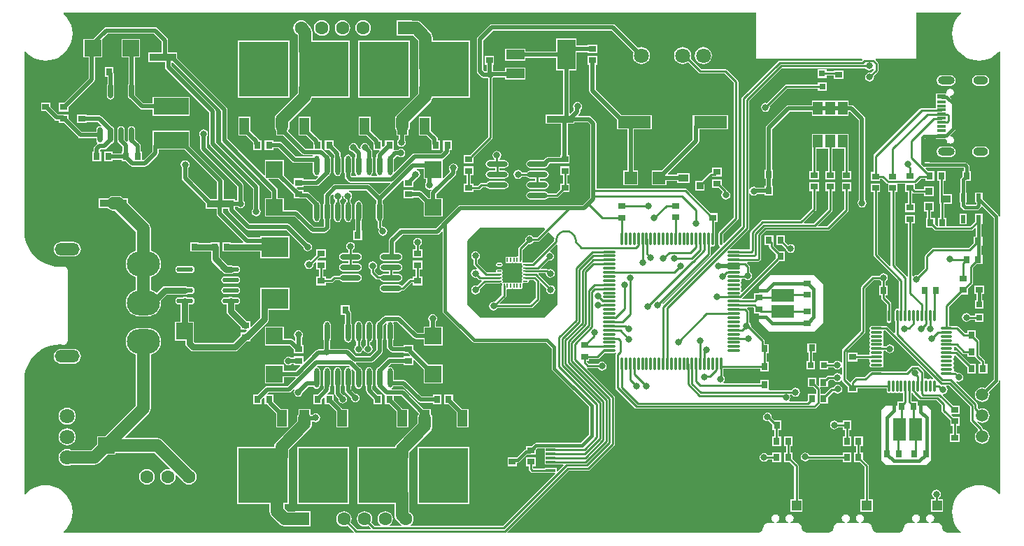
<source format=gtl>
G04*
G04 #@! TF.GenerationSoftware,Altium Limited,Altium Designer,20.1.11 (218)*
G04*
G04 Layer_Physical_Order=1*
G04 Layer_Color=255*
%FSLAX25Y25*%
%MOIN*%
G70*
G04*
G04 #@! TF.SameCoordinates,8D0FCBAB-09EC-4A3B-B863-23265075E7EF*
G04*
G04*
G04 #@! TF.FilePolarity,Positive*
G04*
G01*
G75*
%ADD10C,0.01000*%
%ADD24R,0.03150X0.03150*%
%ADD25R,0.03543X0.03150*%
%ADD26C,0.05906*%
%ADD27R,0.03150X0.03150*%
%ADD28R,0.07874X0.07874*%
%ADD29R,0.07874X0.07874*%
%ADD30R,0.03150X0.03543*%
%ADD31R,0.06299X0.07087*%
%ADD32O,0.02165X0.00787*%
%ADD33O,0.00787X0.02165*%
%ADD34R,0.15748X0.05906*%
%ADD35R,0.04724X0.06299*%
%ADD36R,0.06000X0.06000*%
%ADD37R,0.05000X0.03600*%
%ADD38R,0.03600X0.03600*%
%ADD39O,0.05906X0.01063*%
%ADD40O,0.01063X0.05906*%
%ADD41R,0.05906X0.10630*%
%ADD42R,0.03540X0.04720*%
%ADD43R,0.04720X0.05120*%
%ADD44O,0.02362X0.09252*%
%ADD45O,0.08024X0.02260*%
%ADD46O,0.06299X0.01181*%
%ADD47O,0.01181X0.06299*%
%ADD48O,0.02480X0.07343*%
%ADD49R,0.04724X0.01181*%
%ADD50R,0.07874X0.07087*%
%ADD51R,0.16930X0.07870*%
%ADD52R,0.04490X0.01970*%
%ADD53R,0.04490X0.01180*%
%ADD54R,0.13071X0.09740*%
%ADD55R,0.12835X0.03583*%
%ADD56R,0.02362X0.03937*%
%ADD57R,0.04724X0.07874*%
%ADD58R,0.23622X0.26378*%
%ADD59R,0.08661X0.14173*%
%ADD60R,0.08661X0.04724*%
%ADD61O,0.09843X0.02756*%
%ADD62R,0.10630X0.05906*%
%ADD112C,0.02000*%
%ADD113C,0.06000*%
%ADD114C,0.01500*%
%ADD115C,0.03000*%
%ADD116R,0.20800X0.14000*%
%ADD117R,0.11600X0.13400*%
%ADD118O,0.15748X0.11811*%
%ADD119O,0.11811X0.05906*%
%ADD120C,0.07087*%
%ADD121R,0.06299X0.06299*%
%ADD122C,0.06299*%
%ADD123O,0.07870X0.03940*%
%ADD124O,0.07090X0.03940*%
%ADD125C,0.03150*%
%ADD126C,0.02400*%
G36*
X213906Y123731D02*
X213354Y123260D01*
X212045Y121727D01*
X210991Y120007D01*
X210219Y118144D01*
X209749Y116183D01*
X209590Y114173D01*
X209749Y112163D01*
X210219Y110202D01*
X210991Y108339D01*
X212045Y106620D01*
X213354Y105087D01*
X214887Y103777D01*
X216607Y102723D01*
X218470Y101952D01*
X220431Y101481D01*
X222441Y101323D01*
X224451Y101481D01*
X226412Y101952D01*
X228275Y102723D01*
X229994Y103777D01*
X231528Y105087D01*
X231999Y105638D01*
X232468Y105465D01*
Y26803D01*
X231975Y26787D01*
X231877Y27275D01*
X231601Y27688D01*
X224053Y35236D01*
Y38371D01*
X220691D01*
Y33434D01*
X221098D01*
Y32607D01*
X220966Y32474D01*
X216299D01*
X216167Y32607D01*
Y33434D01*
X216573D01*
Y38371D01*
X216167D01*
Y43885D01*
X216195Y43913D01*
X218542D01*
Y48456D01*
X217875D01*
Y50621D01*
X217777Y51109D01*
X217501Y51522D01*
X216622Y52401D01*
X216209Y52678D01*
X215721Y52775D01*
X196807D01*
X196675Y52907D01*
Y63993D01*
X196807Y64126D01*
X201815D01*
Y63865D01*
X206581D01*
X206588Y63863D01*
X207039Y63655D01*
Y63185D01*
X207080Y63086D01*
Y62978D01*
X207260Y62545D01*
X207336Y62468D01*
X207377Y62369D01*
X207709Y62037D01*
X207808Y61996D01*
X207885Y61920D01*
X208318Y61740D01*
X208426D01*
X208525Y61699D01*
X208995D01*
X209094Y61740D01*
X209202D01*
X209635Y61920D01*
X209712Y61996D01*
X209811Y62037D01*
X210143Y62369D01*
X210184Y62468D01*
X210260Y62545D01*
X210440Y62978D01*
Y63086D01*
X210481Y63185D01*
Y63655D01*
X210440Y63754D01*
Y63862D01*
X210260Y64296D01*
X210184Y64372D01*
X210143Y64471D01*
X209811Y64803D01*
X209712Y64844D01*
X209635Y64920D01*
X209202Y65100D01*
X209094D01*
X208995Y65141D01*
X208893D01*
X208686Y65641D01*
X211001Y67956D01*
X211278Y68370D01*
X211374Y68857D01*
Y80753D01*
X211278Y81240D01*
X211001Y81654D01*
X208696Y83959D01*
X208904Y84459D01*
X208995D01*
X209094Y84500D01*
X209202D01*
X209635Y84680D01*
X209712Y84756D01*
X209811Y84797D01*
X210143Y85129D01*
X210184Y85228D01*
X210260Y85304D01*
X210440Y85738D01*
Y85846D01*
X210481Y85945D01*
Y86415D01*
X210440Y86514D01*
Y86622D01*
X210260Y87055D01*
X210184Y87132D01*
X210143Y87231D01*
X209811Y87563D01*
X209712Y87604D01*
X209635Y87680D01*
X209202Y87860D01*
X209094D01*
X208995Y87901D01*
X208525D01*
X208426Y87860D01*
X208318D01*
X207885Y87680D01*
X207808Y87604D01*
X207709Y87563D01*
X207377Y87231D01*
X207336Y87132D01*
X207260Y87055D01*
X207080Y86622D01*
Y86514D01*
X207039Y86415D01*
Y85945D01*
X206588Y85737D01*
X206581Y85735D01*
X201815D01*
Y80810D01*
X201805D01*
Y78680D01*
X195060D01*
X194670Y78602D01*
X194339Y78381D01*
X172379Y56421D01*
X172158Y56090D01*
X172080Y55700D01*
Y48098D01*
X170828D01*
Y43948D01*
X175372D01*
Y45004D01*
X176181D01*
X178457Y42727D01*
X178787Y42506D01*
X179092Y42446D01*
Y38437D01*
X180380D01*
Y3600D01*
X180413Y3436D01*
X179952Y3190D01*
X174220Y8922D01*
Y38437D01*
X175372D01*
Y42587D01*
X170828D01*
Y38437D01*
X172180D01*
Y8500D01*
X172258Y8110D01*
X172479Y7779D01*
X184360Y-4102D01*
Y-16840D01*
X183860Y-17107D01*
X183812Y-17075D01*
X183410Y-16995D01*
X183007Y-17075D01*
X182666Y-17303D01*
X182438Y-17645D01*
X182358Y-18047D01*
Y-22889D01*
X182390Y-23051D01*
Y-28512D01*
X181928Y-28704D01*
X178876Y-25652D01*
X178545Y-25431D01*
X178155Y-25353D01*
X176151D01*
X175989Y-25321D01*
X171147D01*
X170744Y-25401D01*
X170403Y-25629D01*
X170175Y-25970D01*
X170095Y-26373D01*
X170175Y-26775D01*
X170403Y-27116D01*
X170403Y-27598D01*
X170175Y-27939D01*
X170095Y-28342D01*
X170175Y-28744D01*
X170403Y-29085D01*
X170403Y-29566D01*
X170175Y-29907D01*
X170095Y-30310D01*
X170175Y-30712D01*
X170403Y-31053D01*
X170403Y-31535D01*
X170175Y-31876D01*
X170095Y-32279D01*
X170175Y-32681D01*
X170403Y-33022D01*
X170403Y-33503D01*
X170175Y-33844D01*
X170095Y-34247D01*
X170175Y-34649D01*
X170403Y-34990D01*
X170403Y-35472D01*
X170175Y-35813D01*
X170095Y-36216D01*
X170175Y-36618D01*
X170403Y-36959D01*
X170403Y-37440D01*
X170175Y-37781D01*
X170095Y-38184D01*
X170175Y-38586D01*
X170206Y-38633D01*
X169939Y-39133D01*
X164556D01*
Y-38114D01*
X160013D01*
Y-42264D01*
X164556D01*
Y-41172D01*
X169938D01*
X170205Y-41672D01*
X170175Y-41718D01*
X170095Y-42121D01*
X170175Y-42523D01*
X170403Y-42864D01*
X170403Y-43346D01*
X170175Y-43687D01*
X170095Y-44090D01*
X170175Y-44492D01*
X170403Y-44833D01*
X170745Y-45061D01*
X171147Y-45141D01*
X175989D01*
X176392Y-45061D01*
X176733Y-44833D01*
X176961Y-44492D01*
X177041Y-44090D01*
X176961Y-43687D01*
X176733Y-43346D01*
X176733Y-42864D01*
X176961Y-42523D01*
X177041Y-42121D01*
X176961Y-41718D01*
X176733Y-41377D01*
X176733Y-40896D01*
X176961Y-40555D01*
X177041Y-40153D01*
X176961Y-39750D01*
X176733Y-39409D01*
X176733Y-38927D01*
X176961Y-38586D01*
X177041Y-38184D01*
X176961Y-37781D01*
X176930Y-37735D01*
X177197Y-37235D01*
X178030D01*
X178404Y-37796D01*
X179090Y-38254D01*
X179900Y-38415D01*
X180710Y-38254D01*
X181396Y-37796D01*
X181854Y-37110D01*
X182016Y-36300D01*
X181854Y-35490D01*
X181396Y-34804D01*
X180710Y-34346D01*
X179900Y-34185D01*
X179090Y-34346D01*
X178404Y-34804D01*
X178142Y-35196D01*
X177197D01*
X176929Y-34696D01*
X176961Y-34649D01*
X177041Y-34247D01*
X176961Y-33844D01*
X176733Y-33503D01*
X176733Y-33022D01*
X176961Y-32681D01*
X177041Y-32279D01*
X176961Y-31876D01*
X176733Y-31535D01*
X176733Y-31053D01*
X176961Y-30712D01*
X177041Y-30310D01*
X176961Y-29907D01*
X176733Y-29566D01*
X176733Y-29085D01*
X176961Y-28744D01*
X177041Y-28342D01*
X176961Y-27939D01*
X176930Y-27892D01*
X177197Y-27392D01*
X177733D01*
X200461Y-50120D01*
X200394Y-50760D01*
X200383Y-50767D01*
X199901D01*
X199560Y-50539D01*
X199158Y-50459D01*
X198755Y-50539D01*
X198414Y-50767D01*
X197934D01*
X197593Y-50539D01*
X197190Y-50459D01*
X196788Y-50539D01*
X196728Y-50579D01*
X196228Y-50311D01*
Y-47467D01*
X196151Y-47077D01*
X195930Y-46746D01*
X193762Y-44579D01*
X193432Y-44358D01*
X193041Y-44280D01*
X190959D01*
X190568Y-44358D01*
X190238Y-44579D01*
X187810Y-47007D01*
X176151D01*
X175989Y-46975D01*
X171147D01*
X170745Y-47055D01*
X170403Y-47283D01*
X170312Y-47420D01*
X167951Y-49780D01*
X164000D01*
X163610Y-49858D01*
X163279Y-50079D01*
X161585Y-51773D01*
X161364Y-52104D01*
X161363Y-52106D01*
X160821Y-52270D01*
X159120Y-50569D01*
Y-37722D01*
X167921Y-28921D01*
X168142Y-28590D01*
X168220Y-28200D01*
Y-7422D01*
X172322Y-3320D01*
X175086D01*
X175404Y-3796D01*
X175880Y-4114D01*
Y-6228D01*
X174725D01*
Y-10772D01*
X175780D01*
Y-11937D01*
X175858Y-12327D01*
X176079Y-12658D01*
X178453Y-15032D01*
Y-17886D01*
X178421Y-18047D01*
Y-22889D01*
X178501Y-23292D01*
X178729Y-23633D01*
X179070Y-23861D01*
X179473Y-23941D01*
X179875Y-23861D01*
X180217Y-23633D01*
X180445Y-23292D01*
X180525Y-22889D01*
Y-18047D01*
X180492Y-17886D01*
Y-14610D01*
X180415Y-14220D01*
X180194Y-13889D01*
X177820Y-11515D01*
Y-10772D01*
X178875D01*
Y-6228D01*
X177920D01*
Y-4114D01*
X178396Y-3796D01*
X178854Y-3110D01*
X179016Y-2300D01*
X178854Y-1491D01*
X178396Y-804D01*
X177709Y-346D01*
X176900Y-184D01*
X176091Y-346D01*
X175404Y-804D01*
X175086Y-1280D01*
X171900D01*
X171510Y-1358D01*
X171179Y-1579D01*
X166479Y-6279D01*
X166258Y-6610D01*
X166180Y-7000D01*
Y-27778D01*
X157379Y-36579D01*
X157158Y-36910D01*
X157080Y-37300D01*
Y-42684D01*
X156580Y-42835D01*
X156391Y-42551D01*
X155704Y-42093D01*
X154895Y-41932D01*
X154085Y-42093D01*
X153399Y-42551D01*
X153081Y-43028D01*
X150572D01*
Y-41998D01*
X146423D01*
Y-46147D01*
X150572D01*
Y-45067D01*
X153081D01*
X153399Y-45543D01*
X154085Y-46002D01*
X154895Y-46163D01*
X155704Y-46002D01*
X156391Y-45543D01*
X156580Y-45259D01*
X157080Y-45411D01*
Y-48479D01*
X156580Y-48631D01*
X156496Y-48504D01*
X155809Y-48046D01*
X155000Y-47885D01*
X154191Y-48046D01*
X153504Y-48504D01*
X153186Y-48980D01*
X150631D01*
X150241Y-49058D01*
X149910Y-49279D01*
X149161Y-50028D01*
X146256D01*
Y-53838D01*
X145794Y-54029D01*
X144895Y-53130D01*
Y-50028D01*
X140745D01*
Y-54572D01*
X143453D01*
X144737Y-55855D01*
Y-57828D01*
X140745D01*
Y-60930D01*
X140295Y-61380D01*
X132289D01*
X132048Y-60880D01*
X132380Y-60384D01*
X132541Y-59575D01*
X132380Y-58765D01*
X132215Y-58520D01*
X132483Y-58020D01*
X133186D01*
X133504Y-58496D01*
X134190Y-58954D01*
X135000Y-59115D01*
X135810Y-58954D01*
X136496Y-58496D01*
X136954Y-57810D01*
X137116Y-57000D01*
X136954Y-56190D01*
X136496Y-55504D01*
X135810Y-55046D01*
X135000Y-54885D01*
X134190Y-55046D01*
X133504Y-55504D01*
X133186Y-55980D01*
X122440D01*
X122219Y-55572D01*
Y-51028D01*
X118070D01*
Y-52680D01*
X100871D01*
X100724Y-52275D01*
X100706Y-52180D01*
X101154Y-51510D01*
X101315Y-50700D01*
X101154Y-49890D01*
X100696Y-49204D01*
X100443Y-49035D01*
Y-46323D01*
X100485Y-46260D01*
X100570Y-45834D01*
Y-45783D01*
X118070D01*
Y-47034D01*
X122219D01*
Y-42491D01*
X121164D01*
Y-38497D01*
X122219D01*
Y-33954D01*
X120171D01*
Y-32551D01*
X120093Y-32161D01*
X119872Y-31830D01*
X113719Y-25677D01*
X113776Y-25392D01*
X113614Y-24583D01*
X113156Y-23896D01*
X112820Y-23672D01*
Y-18400D01*
X112742Y-18010D01*
X112521Y-17679D01*
X111881Y-17039D01*
X112088Y-16539D01*
X115016D01*
X115175Y-16699D01*
Y-19406D01*
X117588D01*
X117588Y-23088D01*
X122600Y-28100D01*
X143900Y-28100D01*
X148065Y-23935D01*
X148065Y-5465D01*
X143700Y-1100D01*
X123000D01*
X117589Y-6511D01*
X117588Y-9746D01*
X115175D01*
Y-12453D01*
X115097Y-12531D01*
X109718D01*
X109510Y-12032D01*
X127170Y5628D01*
X129847D01*
Y10172D01*
X127140D01*
X124417Y12894D01*
Y14579D01*
X124397Y14677D01*
Y17925D01*
X120248D01*
Y13382D01*
X122378D01*
Y12472D01*
X122455Y12082D01*
X122676Y11751D01*
X125698Y8730D01*
Y7040D01*
X109592Y-9066D01*
X108998Y-8960D01*
X108905Y-8431D01*
X109146Y-8071D01*
X109231Y-7645D01*
X109146Y-7220D01*
X108905Y-6859D01*
X109000Y-6321D01*
X109146Y-6103D01*
X109230Y-5677D01*
X109146Y-5252D01*
X109000Y-5033D01*
X108905Y-4494D01*
X109146Y-4134D01*
X109231Y-3708D01*
X109146Y-3283D01*
X109117Y-3240D01*
X109385Y-2740D01*
X110600D01*
X110704Y-2896D01*
X111390Y-3354D01*
X112200Y-3515D01*
X113010Y-3354D01*
X113696Y-2896D01*
X114154Y-2210D01*
X114315Y-1400D01*
X114154Y-590D01*
X113696Y96D01*
X113220Y414D01*
Y3000D01*
X113142Y3390D01*
X112921Y3721D01*
X112028Y4614D01*
X112235Y5114D01*
X116914D01*
X117304Y5192D01*
X117635Y5413D01*
X118221Y5999D01*
X118442Y6329D01*
X118520Y6720D01*
Y17678D01*
X121022Y20180D01*
X150500D01*
X150890Y20258D01*
X151221Y20479D01*
X160055Y29313D01*
X160276Y29643D01*
X160353Y30034D01*
Y39048D01*
X161605D01*
Y43197D01*
X157062D01*
Y39048D01*
X158314D01*
Y30456D01*
X150078Y22220D01*
X145815D01*
X145624Y22682D01*
X152280Y29338D01*
X152501Y29669D01*
X152578Y30059D01*
Y39048D01*
X153831D01*
Y43197D01*
X149287D01*
Y39048D01*
X150539D01*
Y30481D01*
X143778Y23720D01*
X139215D01*
X139023Y24182D01*
X144505Y29663D01*
X144726Y29994D01*
X144804Y30384D01*
Y39048D01*
X146056D01*
Y43197D01*
X141513D01*
Y39048D01*
X142764D01*
Y30806D01*
X137178Y25220D01*
X119357D01*
X118967Y25142D01*
X118636Y24921D01*
X113679Y19964D01*
X113458Y19633D01*
X113380Y19243D01*
Y11090D01*
X108556D01*
X108544Y11098D01*
X108119Y11183D01*
X103778D01*
X103587Y11645D01*
X112521Y20579D01*
X112742Y20910D01*
X112820Y21300D01*
Y37778D01*
X113320Y37930D01*
X113604Y37504D01*
X114290Y37046D01*
X115100Y36885D01*
X115910Y37046D01*
X116596Y37504D01*
X116653Y37590D01*
X120187D01*
Y36966D01*
X124336D01*
Y41510D01*
X123791D01*
Y44741D01*
X124336D01*
Y49285D01*
X123791D01*
Y68628D01*
X132130Y76968D01*
X142832D01*
Y74847D01*
X148557D01*
Y74847D01*
X148738D01*
Y74847D01*
X154462D01*
Y74847D01*
X154643Y74847D01*
Y74847D01*
X160368D01*
Y76974D01*
X161063D01*
X165171Y72866D01*
Y34746D01*
X164746Y34110D01*
X164585Y33300D01*
X164746Y32490D01*
X165204Y31804D01*
X165891Y31346D01*
X166700Y31185D01*
X167509Y31346D01*
X168196Y31804D01*
X168654Y32490D01*
X168816Y33300D01*
X168654Y34110D01*
X168229Y34746D01*
Y73500D01*
X168113Y74085D01*
X167781Y74581D01*
X162778Y79585D01*
X162282Y79917D01*
X161696Y80033D01*
X160368D01*
Y82147D01*
X154643D01*
Y82147D01*
X154462Y82147D01*
Y82147D01*
X148738D01*
Y82147D01*
X148557D01*
Y82147D01*
X142832D01*
Y80026D01*
X131497D01*
X130912Y79910D01*
X130415Y79578D01*
X121180Y70343D01*
X120849Y69847D01*
X120732Y69262D01*
Y49285D01*
X120187D01*
Y44741D01*
X120732D01*
Y41510D01*
X120187D01*
Y40648D01*
X116367D01*
X115910Y40954D01*
X115100Y41115D01*
X114290Y40954D01*
X113604Y40496D01*
X113320Y40070D01*
X112820Y40222D01*
Y82078D01*
X128472Y97730D01*
X168336D01*
X168654Y97254D01*
X169341Y96796D01*
X170150Y96635D01*
X170959Y96796D01*
X171646Y97254D01*
X171809Y97499D01*
X172301Y97349D01*
X172344Y96986D01*
X170862Y95504D01*
X170300Y95615D01*
X169491Y95454D01*
X168804Y94996D01*
X168346Y94310D01*
X168184Y93500D01*
X168346Y92690D01*
X168804Y92004D01*
X169491Y91546D01*
X170300Y91385D01*
X171109Y91546D01*
X171796Y92004D01*
X172254Y92690D01*
X172415Y93500D01*
X172304Y94062D01*
X174121Y95879D01*
X174342Y96210D01*
X174420Y96600D01*
Y99914D01*
X174342Y100304D01*
X174121Y100635D01*
X173056Y101700D01*
X173263Y102200D01*
X192500D01*
Y124200D01*
X213733D01*
X213906Y123731D01*
D02*
G37*
G36*
X15157Y21421D02*
X15256Y21405D01*
X15499Y21188D01*
X15611Y20593D01*
X11838Y16820D01*
X10114D01*
X9796Y17296D01*
X9110Y17754D01*
X8300Y17916D01*
X7490Y17754D01*
X6804Y17296D01*
X6346Y16610D01*
X6185Y15800D01*
X6296Y15238D01*
X3216Y12158D01*
X2995Y11827D01*
X2917Y11437D01*
Y8149D01*
X2417Y7790D01*
X2362Y7801D01*
X2014Y7732D01*
X1718Y7534D01*
X1432D01*
X1136Y7732D01*
X787Y7801D01*
X439Y7732D01*
X143Y7534D01*
X-143D01*
X-439Y7732D01*
X-787Y7801D01*
X-1136Y7732D01*
X-1214Y7680D01*
X-1575Y7575D01*
X-1936Y7680D01*
X-2014Y7732D01*
X-2362Y7801D01*
X-2711Y7732D01*
X-3007Y7534D01*
X-3204Y7238D01*
X-3273Y6890D01*
Y5512D01*
X-3204Y5163D01*
X-3007Y4868D01*
X-2711Y4670D01*
X-2362Y4601D01*
X-2014Y4670D01*
X-1936Y4722D01*
X-1575Y4826D01*
X-1214Y4722D01*
X-1136Y4670D01*
X-787Y4601D01*
X-439Y4670D01*
X-143Y4868D01*
X143D01*
X439Y4670D01*
X787Y4601D01*
X1136Y4670D01*
X1432Y4868D01*
X1718D01*
X2014Y4670D01*
X2362Y4601D01*
X2711Y4670D01*
X2789Y4722D01*
X3150Y4826D01*
X3511Y4722D01*
X3588Y4670D01*
X3937Y4601D01*
X4286Y4670D01*
X4357Y4718D01*
X4718Y4357D01*
X4670Y4286D01*
X4601Y3937D01*
X4670Y3588D01*
X4722Y3511D01*
X4826Y3150D01*
X4722Y2789D01*
X4670Y2711D01*
X4601Y2362D01*
X4670Y2014D01*
X4868Y1718D01*
Y1432D01*
X4670Y1136D01*
X4601Y787D01*
X4670Y439D01*
X4868Y143D01*
Y-143D01*
X4670Y-439D01*
X4601Y-787D01*
X4670Y-1136D01*
X4722Y-1214D01*
X4826Y-1575D01*
X4722Y-1936D01*
X4670Y-2014D01*
X4601Y-2362D01*
X4670Y-2711D01*
X4868Y-3007D01*
Y-3293D01*
X4670Y-3588D01*
X4601Y-3937D01*
X4670Y-4286D01*
X4718Y-4357D01*
X4357Y-4718D01*
X4286Y-4670D01*
X3937Y-4601D01*
X3588Y-4670D01*
X3511Y-4722D01*
X3150Y-4826D01*
X2789Y-4722D01*
X2711Y-4670D01*
X2362Y-4601D01*
X2014Y-4670D01*
X1936Y-4722D01*
X1575Y-4826D01*
X1214Y-4722D01*
X1136Y-4670D01*
X787Y-4601D01*
X439Y-4670D01*
X143Y-4868D01*
X-143D01*
X-439Y-4670D01*
X-787Y-4601D01*
X-1136Y-4670D01*
X-1214Y-4722D01*
X-1575Y-4826D01*
X-1936Y-4722D01*
X-2014Y-4670D01*
X-2362Y-4601D01*
X-2711Y-4670D01*
X-3007Y-4868D01*
X-3293D01*
X-3588Y-4670D01*
X-3937Y-4601D01*
X-4286Y-4670D01*
X-4357Y-4718D01*
X-4718Y-4357D01*
X-4670Y-4286D01*
X-4601Y-3937D01*
X-4670Y-3588D01*
X-4868Y-3293D01*
Y-3007D01*
X-4670Y-2711D01*
X-4601Y-2362D01*
X-4670Y-2014D01*
X-4722Y-1936D01*
X-4826Y-1575D01*
X-4722Y-1214D01*
X-4670Y-1136D01*
X-4601Y-787D01*
X-4670Y-439D01*
X-4868Y-143D01*
Y143D01*
X-4670Y439D01*
X-4601Y787D01*
X-4670Y1136D01*
X-4868Y1432D01*
X-5163Y1629D01*
X-5512Y1699D01*
X-6890D01*
X-7238Y1629D01*
X-7534Y1432D01*
X-7732Y1136D01*
X-7801Y787D01*
X-7790Y732D01*
X-8149Y232D01*
X-12090D01*
X-16480Y4622D01*
Y6386D01*
X-16004Y6704D01*
X-15546Y7390D01*
X-15384Y8200D01*
X-15546Y9010D01*
X-16004Y9696D01*
X-16691Y10154D01*
X-17500Y10315D01*
X-18309Y10154D01*
X-18996Y9696D01*
X-19454Y9010D01*
X-19615Y8200D01*
X-19454Y7390D01*
X-18996Y6704D01*
X-18520Y6386D01*
Y4200D01*
X-18442Y3810D01*
X-18221Y3479D01*
X-16935Y2193D01*
X-17181Y1732D01*
X-17600Y1815D01*
X-18409Y1654D01*
X-19096Y1196D01*
X-19554Y510D01*
X-19715Y-300D01*
X-19554Y-1110D01*
X-19096Y-1796D01*
X-18409Y-2254D01*
X-17600Y-2415D01*
X-16851Y-2266D01*
X-16035Y-3083D01*
X-15704Y-3304D01*
X-15314Y-3382D01*
X-14777D01*
X-14586Y-3844D01*
X-16938Y-6196D01*
X-17500Y-6085D01*
X-18309Y-6246D01*
X-18996Y-6704D01*
X-19454Y-7390D01*
X-19615Y-8200D01*
X-19454Y-9010D01*
X-18996Y-9696D01*
X-18309Y-10154D01*
X-17500Y-10315D01*
X-16691Y-10154D01*
X-16004Y-9696D01*
X-15546Y-9010D01*
X-15384Y-8200D01*
X-15496Y-7638D01*
X-12815Y-4957D01*
X-6201D01*
X-5811Y-4879D01*
X-5765Y-4848D01*
X-5512D01*
X-5163Y-4779D01*
X-5091Y-4731D01*
X-4731Y-5091D01*
X-4779Y-5163D01*
X-4848Y-5512D01*
Y-5765D01*
X-4879Y-5811D01*
X-4957Y-6201D01*
Y-10515D01*
X-8338Y-13896D01*
X-8900Y-13784D01*
X-9710Y-13946D01*
X-10396Y-14404D01*
X-10854Y-15090D01*
X-11015Y-15900D01*
X-10854Y-16710D01*
X-10396Y-17396D01*
X-9710Y-17854D01*
X-8900Y-18015D01*
X-8090Y-17854D01*
X-7404Y-17396D01*
X-7086Y-16920D01*
X8800D01*
X9190Y-16842D01*
X9521Y-16621D01*
X12821Y-13321D01*
X13042Y-12990D01*
X13120Y-12600D01*
Y-4893D01*
X13581Y-4702D01*
X16296Y-7417D01*
X16184Y-7979D01*
X16346Y-8788D01*
X16804Y-9475D01*
X17491Y-9933D01*
X18300Y-10094D01*
X19109Y-9933D01*
X19796Y-9475D01*
X20254Y-8788D01*
X20415Y-7979D01*
X20254Y-7169D01*
X19796Y-6483D01*
X19109Y-6024D01*
X18300Y-5863D01*
X17738Y-5975D01*
X12457Y-694D01*
X12649Y-232D01*
X15954D01*
X16010Y-300D01*
X16171Y-1110D01*
X16629Y-1796D01*
X17315Y-2254D01*
X18125Y-2415D01*
X18935Y-2254D01*
X19621Y-1796D01*
X20079Y-1110D01*
X20241Y-300D01*
X20079Y510D01*
X19621Y1196D01*
X18935Y1654D01*
X18125Y1815D01*
X17315Y1654D01*
X17137Y1535D01*
X16846Y1729D01*
X16456Y1807D01*
X13827D01*
X13636Y2269D01*
X17263Y5896D01*
X17825Y5785D01*
X18634Y5946D01*
X19321Y6404D01*
X19779Y7090D01*
X19940Y7900D01*
X19779Y8710D01*
X19321Y9396D01*
X18634Y9854D01*
X18108Y9959D01*
X17944Y10502D01*
X20959Y13518D01*
X21421Y13326D01*
Y0D01*
Y-15157D01*
X21425Y-15175D01*
X15175Y-21425D01*
X15157Y-21421D01*
X-15157D01*
X-15175Y-21425D01*
X-21425Y-15175D01*
X-21421Y-15157D01*
Y0D01*
Y15157D01*
X-21405Y15256D01*
X-21079Y15621D01*
X-15621Y21079D01*
X-15256Y21405D01*
X-15157Y21421D01*
X15157D01*
D02*
G37*
G36*
X116284Y102200D02*
X166651D01*
X166858Y101700D01*
X166478Y101320D01*
X127400D01*
X127010Y101242D01*
X126679Y101021D01*
X109579Y83921D01*
X109358Y83590D01*
X109280Y83200D01*
Y22344D01*
X101031Y14095D01*
X100570Y14286D01*
Y18428D01*
X107421Y25279D01*
X107642Y25610D01*
X107720Y26000D01*
Y91100D01*
X107642Y91490D01*
X107421Y91821D01*
X102321Y96921D01*
X101990Y97142D01*
X101600Y97220D01*
X90122D01*
X85025Y102317D01*
X85161Y102645D01*
X85300Y103700D01*
X85161Y104755D01*
X84753Y105739D01*
X84105Y106584D01*
X83261Y107232D01*
X82277Y107639D01*
X81221Y107778D01*
X80166Y107639D01*
X79182Y107232D01*
X78338Y106584D01*
X77690Y105739D01*
X77282Y104755D01*
X77143Y103700D01*
X77282Y102645D01*
X77690Y101661D01*
X78338Y100816D01*
X79182Y100168D01*
X80166Y99761D01*
X81221Y99622D01*
X82277Y99761D01*
X83261Y100168D01*
X83843Y100615D01*
X88979Y95479D01*
X89310Y95258D01*
X89700Y95180D01*
X101178D01*
X105680Y90678D01*
Y26422D01*
X98987Y19729D01*
X98671Y19518D01*
X98430Y19157D01*
X98346Y18732D01*
Y13614D01*
X98430Y13188D01*
X98671Y12828D01*
X98903Y12673D01*
X99049Y12112D01*
X72083Y-14854D01*
X71529Y-14700D01*
X71492Y-14550D01*
X94274Y8232D01*
X94495Y8563D01*
X94572Y8953D01*
Y12335D01*
X95072Y12602D01*
X95095Y12587D01*
X95521Y12502D01*
X95946Y12587D01*
X96307Y12828D01*
X96548Y13188D01*
X96633Y13614D01*
Y18732D01*
X96548Y19158D01*
X96540Y19169D01*
Y24314D01*
X97772D01*
Y28464D01*
X94670D01*
X83213Y39921D01*
X82882Y40142D01*
X82492Y40220D01*
X40129D01*
Y71400D01*
X40013Y71985D01*
X39681Y72481D01*
X37689Y74473D01*
X37193Y74805D01*
X36608Y74921D01*
X31725D01*
X31534Y75383D01*
X31962Y75811D01*
X32293Y76307D01*
X32409Y76892D01*
Y77880D01*
X32596Y78004D01*
X33054Y78690D01*
X33215Y79500D01*
X33054Y80310D01*
X32596Y80996D01*
X31910Y81454D01*
X31100Y81615D01*
X30290Y81454D01*
X29604Y80996D01*
X29146Y80310D01*
X28985Y79500D01*
X29146Y78690D01*
X29351Y78383D01*
Y77526D01*
X27823Y75999D01*
X27323Y76206D01*
Y96619D01*
X30624D01*
Y105401D01*
X35928D01*
Y104856D01*
X40472D01*
Y109005D01*
X35928D01*
Y108460D01*
X30624D01*
Y111792D01*
X20963D01*
Y105735D01*
X6215D01*
Y107068D01*
X-3447D01*
Y101343D01*
X6215D01*
Y102676D01*
X20963D01*
Y96619D01*
X24264D01*
Y75683D01*
X15836D01*
Y71101D01*
X23374D01*
Y56275D01*
X22828D01*
Y55329D01*
X17139D01*
X16553Y55213D01*
X16057Y54881D01*
X14990Y53815D01*
X8502D01*
X7770Y53669D01*
X7148Y53254D01*
X6733Y52633D01*
X6588Y51900D01*
X6733Y51167D01*
X7148Y50546D01*
X7770Y50131D01*
X8502Y49985D01*
X15589D01*
X16322Y50131D01*
X16943Y50546D01*
X17358Y51167D01*
X17504Y51900D01*
X17852Y52271D01*
X22828D01*
Y52125D01*
X27372D01*
Y56275D01*
X26432D01*
Y71101D01*
X29671D01*
Y71863D01*
X35974D01*
X37071Y70767D01*
Y39200D01*
Y35833D01*
X35289Y34051D01*
X33507Y32269D01*
X-24760D01*
X-25345Y32153D01*
X-25841Y31822D01*
X-33081Y24581D01*
X-36434Y21229D01*
X-52900D01*
X-53485Y21113D01*
X-53981Y20781D01*
X-58481Y16281D01*
X-58813Y15785D01*
X-58929Y15200D01*
Y9521D01*
X-61348D01*
X-62080Y9375D01*
X-62702Y8960D01*
X-63117Y8339D01*
X-63262Y7606D01*
X-63117Y6874D01*
X-62702Y6252D01*
X-62080Y5837D01*
X-61348Y5692D01*
X-54261D01*
X-53528Y5837D01*
X-52907Y6252D01*
X-52492Y6874D01*
X-52346Y7606D01*
X-52492Y8339D01*
X-52907Y8960D01*
X-53528Y9375D01*
X-54261Y9521D01*
X-55871D01*
Y14567D01*
X-52267Y18171D01*
X-35800D01*
X-35215Y18287D01*
X-34719Y18619D01*
X-33736Y19601D01*
X-33274Y19409D01*
Y-18300D01*
X-33178Y-18788D01*
X-32901Y-19201D01*
X-19151Y-32951D01*
X-18738Y-33228D01*
X-18250Y-33325D01*
X16022D01*
X18725Y-36028D01*
Y-45600D01*
X18823Y-46088D01*
X19099Y-46501D01*
X36625Y-64028D01*
Y-77172D01*
X32549Y-81248D01*
X11293D01*
X10805Y-81345D01*
X10392Y-81621D01*
X9369Y-82644D01*
X6628D01*
Y-84269D01*
X6457D01*
X5969Y-84366D01*
X5555Y-84642D01*
X2067Y-88130D01*
X825D01*
X702Y-88155D01*
X-898D01*
X-1022Y-88130D01*
X-1145Y-88155D01*
X-2272D01*
Y-89282D01*
X-2296Y-89405D01*
X-2272Y-89528D01*
Y-92304D01*
X2272D01*
Y-90679D01*
X2595D01*
X3083Y-90582D01*
X3496Y-90306D01*
X6984Y-86818D01*
X8075D01*
X8198Y-86794D01*
X11172D01*
Y-84446D01*
X11821Y-83797D01*
X15487D01*
Y-87550D01*
Y-91487D01*
X21211D01*
Y-91416D01*
X24267D01*
X24459Y-91878D01*
X21673Y-94664D01*
X21211Y-94472D01*
Y-93243D01*
X15487D01*
Y-93314D01*
X9920D01*
Y-92304D01*
X11172D01*
Y-88155D01*
X6628D01*
Y-92304D01*
X7880D01*
Y-93748D01*
X7958Y-94138D01*
X8179Y-94469D01*
X8765Y-95055D01*
X9096Y-95276D01*
X9486Y-95353D01*
X15487D01*
Y-95424D01*
X20259D01*
X20451Y-95886D01*
X-4544Y-120880D01*
X-48289D01*
X-48459Y-120380D01*
X-48097Y-120103D01*
X-47512Y-119341D01*
X-47144Y-118453D01*
X-47019Y-117500D01*
X-47144Y-116547D01*
X-47512Y-115659D01*
X-48097Y-114897D01*
X-48859Y-114312D01*
X-48921Y-114287D01*
X-49056Y-114151D01*
Y-105439D01*
X-49056Y-105439D01*
X-49086Y-105209D01*
Y-88046D01*
X-49056Y-87817D01*
X-49056Y-87817D01*
Y-85649D01*
X-39132Y-75725D01*
X-38571Y-74993D01*
X-38218Y-74142D01*
X-38098Y-73228D01*
X-38098Y-73228D01*
Y-69404D01*
X-38218Y-68490D01*
X-38571Y-67639D01*
X-38766Y-67385D01*
Y-64967D01*
X-42328D01*
X-51148Y-56147D01*
X-51644Y-55815D01*
X-52229Y-55699D01*
X-57396D01*
X-57493Y-55199D01*
X-57040Y-54896D01*
X-56668Y-54340D01*
X-56643Y-54214D01*
X-52311D01*
X-44943Y-61581D01*
X-44447Y-61913D01*
X-43862Y-62029D01*
X-37886D01*
Y-62772D01*
X-33736D01*
Y-58228D01*
X-37886D01*
Y-58971D01*
X-43229D01*
X-50596Y-51603D01*
X-51092Y-51271D01*
X-51678Y-51155D01*
X-56538D01*
Y-46795D01*
X-56668Y-46139D01*
X-57040Y-45583D01*
X-57596Y-45211D01*
X-58252Y-45081D01*
X-58771Y-45184D01*
X-59035Y-44740D01*
X-57826Y-43531D01*
X-51665D01*
Y-44076D01*
X-47122D01*
Y-41615D01*
X-46660Y-41424D01*
X-42087Y-45997D01*
Y-52708D01*
X-33213D01*
Y-43834D01*
X-39924D01*
X-47122Y-36636D01*
Y-34416D01*
X-51665D01*
Y-34961D01*
X-56447D01*
X-56722Y-34686D01*
Y-32374D01*
X-56668Y-32293D01*
X-56538Y-31637D01*
Y-24747D01*
X-56668Y-24091D01*
X-56705Y-24036D01*
X-56469Y-23595D01*
X-54655D01*
X-47009Y-31242D01*
X-46513Y-31574D01*
X-45928Y-31690D01*
X-42087D01*
Y-34598D01*
X-33213D01*
Y-25724D01*
X-36371D01*
Y-23246D01*
X-35946Y-22610D01*
X-35785Y-21800D01*
X-35946Y-20990D01*
X-36404Y-20304D01*
X-37090Y-19846D01*
X-37900Y-19684D01*
X-38710Y-19846D01*
X-39396Y-20304D01*
X-39854Y-20990D01*
X-40015Y-21800D01*
X-39854Y-22610D01*
X-39429Y-23246D01*
Y-25724D01*
X-42087D01*
Y-28631D01*
X-45294D01*
X-52940Y-20985D01*
X-53437Y-20653D01*
X-54022Y-20537D01*
X-60473D01*
X-61058Y-20653D01*
X-61554Y-20985D01*
X-63690Y-23120D01*
X-63908Y-23164D01*
X-64464Y-23535D01*
X-64836Y-24091D01*
X-64966Y-24747D01*
Y-31637D01*
X-64836Y-32293D01*
X-64781Y-32374D01*
Y-36667D01*
X-67860Y-39745D01*
X-74603D01*
X-77629Y-36719D01*
X-78126Y-36387D01*
X-78711Y-36271D01*
X-86792D01*
Y-32478D01*
X-86668Y-32293D01*
X-86538Y-31637D01*
Y-24747D01*
X-86668Y-24091D01*
X-87040Y-23535D01*
X-87596Y-23164D01*
X-88252Y-23033D01*
X-88908Y-23164D01*
X-89464Y-23535D01*
X-89836Y-24091D01*
X-89966Y-24747D01*
Y-31637D01*
X-89851Y-32217D01*
Y-36274D01*
X-89896Y-36304D01*
X-90020Y-36491D01*
X-92324D01*
X-92909Y-36607D01*
X-93405Y-36939D01*
X-99040Y-42573D01*
X-99502Y-42382D01*
Y-39927D01*
X-104045D01*
Y-40521D01*
X-105328D01*
X-105891Y-40146D01*
X-106700Y-39985D01*
X-107510Y-40146D01*
X-108196Y-40604D01*
X-108654Y-41290D01*
X-108816Y-42100D01*
X-108654Y-42910D01*
X-108196Y-43596D01*
X-107510Y-44054D01*
X-106700Y-44215D01*
X-105891Y-44054D01*
X-105204Y-43596D01*
X-105194Y-43580D01*
X-104045D01*
Y-44076D01*
X-101196D01*
X-101005Y-44539D01*
X-103208Y-46742D01*
X-108863D01*
Y-43834D01*
X-117737D01*
Y-52708D01*
X-108863D01*
Y-49800D01*
X-103316D01*
X-103125Y-50262D01*
X-106998Y-54135D01*
X-116769D01*
X-117354Y-54251D01*
X-117850Y-54583D01*
X-121495Y-58228D01*
X-123482D01*
Y-62772D01*
X-119333D01*
Y-60391D01*
X-118433Y-59492D01*
X-117971Y-59683D01*
Y-62772D01*
X-116732D01*
X-116403Y-63265D01*
X-112538Y-67130D01*
Y-73841D01*
X-106814D01*
Y-64967D01*
X-110375D01*
X-113792Y-61550D01*
Y-61075D01*
X-113822Y-60927D01*
Y-58228D01*
X-116516D01*
X-116708Y-57766D01*
X-116135Y-57194D01*
X-106364D01*
X-105779Y-57077D01*
X-105283Y-56746D01*
X-104100Y-55563D01*
X-103712Y-55882D01*
X-103910Y-56178D01*
X-104071Y-56988D01*
X-103910Y-57797D01*
X-103451Y-58483D01*
X-102765Y-58942D01*
X-101955Y-59103D01*
X-101146Y-58942D01*
X-100460Y-58483D01*
X-100001Y-57797D01*
X-99852Y-57047D01*
X-97111Y-54306D01*
X-94842D01*
X-94836Y-54340D01*
X-94464Y-54896D01*
X-93908Y-55268D01*
X-93252Y-55398D01*
X-92596Y-55268D01*
X-92040Y-54896D01*
X-91668Y-54340D01*
X-91538Y-53684D01*
Y-46795D01*
X-91668Y-46139D01*
X-92040Y-45583D01*
X-92596Y-45211D01*
X-92886Y-45153D01*
X-93042Y-44681D01*
X-92752Y-44329D01*
X-77880D01*
X-77469Y-44740D01*
X-77733Y-45184D01*
X-78252Y-45081D01*
X-78908Y-45211D01*
X-79464Y-45583D01*
X-79835Y-46139D01*
X-79966Y-46795D01*
Y-53684D01*
X-79835Y-54340D01*
X-79781Y-54421D01*
Y-56248D01*
X-79665Y-56833D01*
X-79333Y-57329D01*
X-76904Y-59759D01*
X-76754Y-60510D01*
X-76296Y-61196D01*
X-75610Y-61654D01*
X-74800Y-61815D01*
X-73990Y-61654D01*
X-73304Y-61196D01*
X-72846Y-60510D01*
X-72685Y-59700D01*
X-72846Y-58890D01*
X-73304Y-58204D01*
X-73990Y-57746D01*
X-74741Y-57596D01*
X-76723Y-55615D01*
Y-54421D01*
X-76668Y-54340D01*
X-76538Y-53684D01*
Y-46795D01*
X-76641Y-46275D01*
X-76197Y-46012D01*
X-74966Y-47243D01*
Y-53684D01*
X-74835Y-54340D01*
X-74464Y-54896D01*
X-73908Y-55268D01*
X-73252Y-55398D01*
X-72596Y-55268D01*
X-72040Y-54896D01*
X-71668Y-54340D01*
X-71538Y-53684D01*
Y-46795D01*
X-71668Y-46139D01*
X-72040Y-45583D01*
X-72596Y-45211D01*
X-72692Y-45192D01*
X-74617Y-43266D01*
X-74426Y-42804D01*
X-67226D01*
X-66641Y-42688D01*
X-66145Y-42356D01*
X-62170Y-38382D01*
X-61839Y-37886D01*
X-61722Y-37300D01*
Y-32374D01*
X-61668Y-32293D01*
X-61538Y-31637D01*
Y-25294D01*
X-60348Y-24104D01*
X-59887Y-24350D01*
X-59966Y-24747D01*
Y-31637D01*
X-59835Y-32293D01*
X-59781Y-32374D01*
Y-35319D01*
X-59665Y-35904D01*
X-59333Y-36401D01*
X-58162Y-37572D01*
X-57666Y-37904D01*
X-57080Y-38020D01*
X-51665D01*
Y-38566D01*
X-49518D01*
X-48619Y-39465D01*
X-48810Y-39927D01*
X-51665D01*
Y-40472D01*
X-58459D01*
X-59044Y-40589D01*
X-59541Y-40920D01*
X-63812Y-45192D01*
X-63908Y-45211D01*
X-64464Y-45583D01*
X-64836Y-46139D01*
X-64966Y-46795D01*
Y-53684D01*
X-64836Y-54340D01*
X-64464Y-54896D01*
X-63908Y-55268D01*
X-63812Y-55287D01*
X-60789Y-58310D01*
X-60638Y-58411D01*
Y-62772D01*
X-58651D01*
X-55234Y-66189D01*
Y-68042D01*
X-55205Y-68189D01*
Y-73841D01*
X-49480D01*
Y-64967D01*
X-52294D01*
X-52623Y-64474D01*
X-56488Y-60609D01*
Y-58758D01*
X-52863D01*
X-44491Y-67130D01*
Y-67385D01*
X-44686Y-67639D01*
X-45038Y-68490D01*
X-45158Y-69404D01*
Y-71766D01*
X-55082Y-81690D01*
X-55643Y-82421D01*
X-55858Y-82939D01*
X-73708D01*
Y-110317D01*
X-56116D01*
Y-115614D01*
X-55996Y-116527D01*
X-55643Y-117379D01*
X-55082Y-118110D01*
X-53913Y-119279D01*
X-53888Y-119341D01*
X-53303Y-120103D01*
X-52941Y-120380D01*
X-53111Y-120880D01*
X-58131D01*
X-58301Y-120380D01*
X-57939Y-120103D01*
X-57354Y-119341D01*
X-56987Y-118453D01*
X-56861Y-117500D01*
X-56987Y-116547D01*
X-57354Y-115659D01*
X-57939Y-114897D01*
X-58702Y-114312D01*
X-59590Y-113944D01*
X-60542Y-113819D01*
X-61495Y-113944D01*
X-62383Y-114312D01*
X-63145Y-114897D01*
X-63730Y-115659D01*
X-64098Y-116547D01*
X-64223Y-117500D01*
X-64098Y-118453D01*
X-63730Y-119341D01*
X-63145Y-120103D01*
X-62784Y-120380D01*
X-62953Y-120880D01*
X-65563D01*
X-67169Y-119274D01*
X-66829Y-118453D01*
X-66704Y-117500D01*
X-66829Y-116547D01*
X-67197Y-115659D01*
X-67782Y-114897D01*
X-68544Y-114312D01*
X-69432Y-113944D01*
X-70385Y-113819D01*
X-71338Y-113944D01*
X-72225Y-114312D01*
X-72988Y-114897D01*
X-73573Y-115659D01*
X-73941Y-116547D01*
X-74066Y-117500D01*
X-73941Y-118453D01*
X-73573Y-119341D01*
X-72988Y-120103D01*
X-72225Y-120688D01*
X-71338Y-121056D01*
X-70385Y-121181D01*
X-69432Y-121056D01*
X-68611Y-120716D01*
X-67409Y-121918D01*
X-67600Y-122380D01*
X-73905D01*
X-77012Y-119274D01*
X-76672Y-118453D01*
X-76547Y-117500D01*
X-76672Y-116547D01*
X-77040Y-115659D01*
X-77625Y-114897D01*
X-78387Y-114312D01*
X-79275Y-113944D01*
X-80228Y-113819D01*
X-81180Y-113944D01*
X-82068Y-114312D01*
X-82831Y-114897D01*
X-83416Y-115659D01*
X-83783Y-116547D01*
X-83909Y-117500D01*
X-83783Y-118453D01*
X-83416Y-119341D01*
X-82831Y-120103D01*
X-82068Y-120688D01*
X-81180Y-121056D01*
X-80228Y-121181D01*
X-79275Y-121056D01*
X-78454Y-120716D01*
X-75469Y-123700D01*
X-75677Y-124200D01*
X-213733Y-124200D01*
X-213906Y-123731D01*
X-213354Y-123260D01*
X-212045Y-121727D01*
X-210991Y-120007D01*
X-210219Y-118144D01*
X-209749Y-116183D01*
X-209590Y-114173D01*
X-209749Y-112163D01*
X-210219Y-110202D01*
X-210991Y-108339D01*
X-212045Y-106620D01*
X-213354Y-105087D01*
X-214887Y-103777D01*
X-216607Y-102723D01*
X-218470Y-101952D01*
X-220431Y-101481D01*
X-222441Y-101323D01*
X-224451Y-101481D01*
X-226412Y-101952D01*
X-228275Y-102723D01*
X-229994Y-103777D01*
X-231528Y-105087D01*
X-231999Y-105638D01*
X-232468Y-105465D01*
Y-49921D01*
X-232412Y-49073D01*
X-231977Y-46885D01*
X-231260Y-44772D01*
X-230273Y-42771D01*
X-229033Y-40916D01*
X-227562Y-39238D01*
X-225884Y-37767D01*
X-224029Y-36527D01*
X-222028Y-35540D01*
X-219915Y-34823D01*
X-217726Y-34388D01*
X-215500Y-34242D01*
X-213802Y-34353D01*
X-213802Y-34353D01*
X-213623Y-34357D01*
X-213335Y-34299D01*
X-212940Y-34221D01*
X-212361Y-33834D01*
X-211975Y-33255D01*
X-211839Y-32572D01*
X-211842Y-32554D01*
X-211831Y-32500D01*
Y1100D01*
X-211842Y1154D01*
X-211839Y1172D01*
X-211975Y1855D01*
X-212361Y2434D01*
X-212940Y2821D01*
X-213335Y2899D01*
X-213623Y2957D01*
X-213802Y2953D01*
X-213802Y2953D01*
X-215500Y2842D01*
X-217726Y2988D01*
X-219915Y3423D01*
X-222028Y4140D01*
X-224029Y5127D01*
X-225884Y6367D01*
X-227562Y7838D01*
X-229033Y9516D01*
X-230273Y11371D01*
X-231260Y13372D01*
X-231977Y15485D01*
X-232412Y17673D01*
X-232491Y18881D01*
X-232468Y19000D01*
Y105465D01*
X-231999Y105638D01*
X-231528Y105087D01*
X-229994Y103777D01*
X-228275Y102723D01*
X-226412Y101952D01*
X-224451Y101481D01*
X-222441Y101323D01*
X-220431Y101481D01*
X-218470Y101952D01*
X-216607Y102723D01*
X-214887Y103777D01*
X-213354Y105087D01*
X-212045Y106620D01*
X-210991Y108339D01*
X-210219Y110202D01*
X-209749Y112163D01*
X-209590Y114173D01*
X-209749Y116183D01*
X-210219Y118144D01*
X-210991Y120007D01*
X-212045Y121727D01*
X-213354Y123260D01*
X-213906Y123731D01*
X-213732Y124200D01*
X116284Y124200D01*
Y102200D01*
D02*
G37*
G36*
X17551Y19149D02*
X20073Y16627D01*
X20016Y16194D01*
X19999Y16169D01*
X19921Y15779D01*
Y15363D01*
X9515Y4957D01*
X6201D01*
X5811Y4879D01*
X5765Y4848D01*
X5512D01*
X5163Y4779D01*
X5091Y4731D01*
X4731Y5091D01*
X4779Y5163D01*
X4848Y5512D01*
Y5765D01*
X4879Y5811D01*
X4957Y6201D01*
Y11015D01*
X7738Y13796D01*
X8300Y13684D01*
X9110Y13846D01*
X9796Y14304D01*
X10114Y14780D01*
X12260D01*
X12650Y14858D01*
X12981Y15079D01*
X17051Y19149D01*
X17551D01*
D02*
G37*
G36*
X11080Y-4322D02*
Y-12178D01*
X8378Y-14880D01*
X-5785D01*
X-5977Y-14419D01*
X-3216Y-11658D01*
X-2995Y-11327D01*
X-2917Y-10937D01*
Y-8149D01*
X-2417Y-7790D01*
X-2362Y-7801D01*
X-2014Y-7732D01*
X-1936Y-7680D01*
X-1575Y-7575D01*
X-1214Y-7680D01*
X-1136Y-7732D01*
X-787Y-7801D01*
X-439Y-7732D01*
X-143Y-7534D01*
X143D01*
X439Y-7732D01*
X787Y-7801D01*
X1136Y-7732D01*
X1214Y-7680D01*
X1575Y-7575D01*
X1936Y-7680D01*
X2014Y-7732D01*
X2362Y-7801D01*
X2711Y-7732D01*
X2789Y-7680D01*
X3150Y-7575D01*
X3511Y-7680D01*
X3588Y-7732D01*
X3937Y-7801D01*
X4286Y-7732D01*
X4581Y-7534D01*
X4779Y-7238D01*
X4848Y-6890D01*
Y-5512D01*
X4779Y-5163D01*
X4731Y-5091D01*
X5091Y-4731D01*
X5163Y-4779D01*
X5512Y-4848D01*
X6890D01*
X7238Y-4779D01*
X7534Y-4581D01*
X7732Y-4286D01*
X7801Y-3937D01*
X7790Y-3882D01*
X8149Y-3382D01*
X10140D01*
X11080Y-4322D01*
D02*
G37*
G36*
X215325Y50093D02*
Y48456D01*
X214392D01*
Y45715D01*
X213991Y45314D01*
X213715Y44900D01*
X213618Y44413D01*
Y38371D01*
X213211D01*
Y33434D01*
X213618D01*
Y32079D01*
X213715Y31591D01*
X213991Y31177D01*
X214870Y30299D01*
X215283Y30022D01*
X215771Y29926D01*
X221494D01*
X221981Y30022D01*
X222395Y30299D01*
X223273Y31177D01*
X223484Y31493D01*
X224033Y31652D01*
X229426Y26259D01*
Y-50972D01*
X225368Y-55029D01*
X224901Y-54836D01*
X224000Y-54717D01*
X223099Y-54836D01*
X222259Y-55184D01*
X221537Y-55738D01*
X220984Y-56459D01*
X220636Y-57299D01*
X220517Y-58200D01*
X220636Y-59101D01*
X220984Y-59941D01*
X221537Y-60663D01*
X222259Y-61216D01*
X223099Y-61564D01*
X224000Y-61682D01*
X224901Y-61564D01*
X225741Y-61216D01*
X226463Y-60663D01*
X227016Y-59941D01*
X227364Y-59101D01*
X227483Y-58200D01*
X227364Y-57299D01*
X227170Y-56832D01*
X231601Y-52401D01*
X231877Y-51988D01*
X231975Y-51500D01*
X232468Y-51516D01*
Y-105465D01*
X231999Y-105638D01*
X231528Y-105087D01*
X229994Y-103777D01*
X228275Y-102723D01*
X226412Y-101952D01*
X224451Y-101481D01*
X222441Y-101323D01*
X220431Y-101481D01*
X218470Y-101952D01*
X216607Y-102723D01*
X214887Y-103777D01*
X213354Y-105087D01*
X212045Y-106620D01*
X210991Y-108339D01*
X210219Y-110202D01*
X209749Y-112163D01*
X209590Y-114173D01*
X209749Y-116183D01*
X210219Y-118144D01*
X210991Y-120007D01*
X212045Y-121727D01*
X213354Y-123260D01*
X213924Y-123747D01*
X213751Y-124216D01*
X208791D01*
X208689Y-124216D01*
X208191Y-124211D01*
X207706Y-124197D01*
X207188Y-124129D01*
X206432Y-123816D01*
X205783Y-123318D01*
X205284Y-122668D01*
X204971Y-121912D01*
X204881Y-121228D01*
X204870Y-121229D01*
X204749Y-120619D01*
X204362Y-120040D01*
X203783Y-119653D01*
X203100Y-119517D01*
X199662D01*
X199632Y-119030D01*
X200139Y-118820D01*
X200215Y-118744D01*
X200314Y-118703D01*
X200703Y-118314D01*
X200744Y-118215D01*
X200820Y-118139D01*
X201030Y-117632D01*
Y-117524D01*
X201071Y-117424D01*
Y-116876D01*
X201030Y-116776D01*
Y-116668D01*
X200820Y-116161D01*
X200744Y-116085D01*
X200703Y-115986D01*
X200314Y-115597D01*
X200215Y-115556D01*
X200139Y-115480D01*
X199632Y-115270D01*
X199524D01*
X199425Y-115229D01*
X198875D01*
X198776Y-115270D01*
X198668D01*
X198161Y-115480D01*
X198085Y-115556D01*
X197986Y-115597D01*
X197597Y-115986D01*
X197556Y-116085D01*
X197480Y-116161D01*
X197270Y-116668D01*
Y-116776D01*
X197229Y-116876D01*
Y-117424D01*
X197270Y-117524D01*
Y-117632D01*
X197480Y-118139D01*
X197556Y-118215D01*
X197597Y-118314D01*
X197986Y-118703D01*
X198085Y-118744D01*
X198161Y-118820D01*
X198668Y-119030D01*
X198638Y-119517D01*
X192962D01*
X192932Y-119030D01*
X193439Y-118820D01*
X193515Y-118744D01*
X193614Y-118703D01*
X194003Y-118314D01*
X194044Y-118215D01*
X194120Y-118139D01*
X194330Y-117632D01*
Y-117524D01*
X194371Y-117424D01*
Y-116876D01*
X194330Y-116776D01*
Y-116668D01*
X194120Y-116161D01*
X194044Y-116085D01*
X194003Y-115986D01*
X193614Y-115597D01*
X193515Y-115556D01*
X193439Y-115480D01*
X192932Y-115270D01*
X192824D01*
X192725Y-115229D01*
X192175D01*
X192076Y-115270D01*
X191968D01*
X191461Y-115480D01*
X191385Y-115556D01*
X191286Y-115597D01*
X190897Y-115986D01*
X190856Y-116085D01*
X190780Y-116161D01*
X190570Y-116668D01*
Y-116776D01*
X190529Y-116876D01*
Y-117424D01*
X190570Y-117524D01*
Y-117632D01*
X190780Y-118139D01*
X190856Y-118215D01*
X190897Y-118314D01*
X191286Y-118703D01*
X191385Y-118744D01*
X191461Y-118820D01*
X191968Y-119030D01*
X191938Y-119517D01*
X188500D01*
X187817Y-119653D01*
X187238Y-120040D01*
X186852Y-120619D01*
X186730Y-121229D01*
X186719Y-121228D01*
X186629Y-121912D01*
X186316Y-122668D01*
X185818Y-123318D01*
X185168Y-123816D01*
X184412Y-124129D01*
X183894Y-124197D01*
X183410Y-124211D01*
X182911Y-124216D01*
X182808Y-124216D01*
X175292D01*
X175189Y-124216D01*
X174691Y-124211D01*
X174206Y-124197D01*
X173688Y-124129D01*
X172932Y-123816D01*
X172283Y-123318D01*
X171784Y-122668D01*
X171471Y-121912D01*
X171381Y-121228D01*
X171370Y-121229D01*
X171248Y-120619D01*
X170862Y-120040D01*
X170283Y-119653D01*
X169600Y-119517D01*
X166162D01*
X166132Y-119030D01*
X166639Y-118820D01*
X166715Y-118744D01*
X166814Y-118703D01*
X167203Y-118314D01*
X167244Y-118215D01*
X167320Y-118139D01*
X167530Y-117632D01*
Y-117524D01*
X167571Y-117424D01*
Y-116876D01*
X167530Y-116776D01*
Y-116668D01*
X167320Y-116161D01*
X167244Y-116085D01*
X167203Y-115986D01*
X166814Y-115597D01*
X166715Y-115556D01*
X166639Y-115480D01*
X166132Y-115270D01*
X166024D01*
X165925Y-115229D01*
X165375D01*
X165276Y-115270D01*
X165168D01*
X164661Y-115480D01*
X164585Y-115556D01*
X164486Y-115597D01*
X164097Y-115986D01*
X164056Y-116085D01*
X163980Y-116161D01*
X163770Y-116668D01*
Y-116776D01*
X163729Y-116876D01*
Y-117424D01*
X163770Y-117524D01*
Y-117632D01*
X163980Y-118139D01*
X164056Y-118215D01*
X164097Y-118314D01*
X164486Y-118703D01*
X164585Y-118744D01*
X164661Y-118820D01*
X165168Y-119030D01*
X165138Y-119517D01*
X159462D01*
X159432Y-119030D01*
X159939Y-118820D01*
X160015Y-118744D01*
X160114Y-118703D01*
X160503Y-118314D01*
X160544Y-118215D01*
X160620Y-118139D01*
X160830Y-117632D01*
Y-117524D01*
X160871Y-117424D01*
Y-116876D01*
X160830Y-116776D01*
Y-116668D01*
X160620Y-116161D01*
X160544Y-116085D01*
X160503Y-115986D01*
X160114Y-115597D01*
X160015Y-115556D01*
X159939Y-115480D01*
X159432Y-115270D01*
X159324D01*
X159224Y-115229D01*
X158676D01*
X158576Y-115270D01*
X158468D01*
X157961Y-115480D01*
X157885Y-115556D01*
X157786Y-115597D01*
X157397Y-115986D01*
X157356Y-116085D01*
X157280Y-116161D01*
X157070Y-116668D01*
Y-116776D01*
X157029Y-116876D01*
Y-117424D01*
X157070Y-117524D01*
Y-117632D01*
X157280Y-118139D01*
X157356Y-118215D01*
X157397Y-118314D01*
X157786Y-118703D01*
X157885Y-118744D01*
X157961Y-118820D01*
X158468Y-119030D01*
X158438Y-119517D01*
X155000D01*
X154317Y-119653D01*
X153738Y-120040D01*
X153351Y-120619D01*
X153230Y-121229D01*
X153219Y-121228D01*
X153129Y-121912D01*
X152816Y-122668D01*
X152318Y-123318D01*
X151668Y-123816D01*
X150912Y-124129D01*
X150393Y-124197D01*
X149909Y-124211D01*
X149411Y-124216D01*
X149309Y-124216D01*
X141791D01*
X141689Y-124216D01*
X141191Y-124211D01*
X140707Y-124197D01*
X140188Y-124129D01*
X139432Y-123816D01*
X138783Y-123318D01*
X138284Y-122668D01*
X137971Y-121912D01*
X137881Y-121228D01*
X137870Y-121229D01*
X137749Y-120619D01*
X137362Y-120040D01*
X136783Y-119653D01*
X136100Y-119517D01*
X132662D01*
X132632Y-119030D01*
X133139Y-118820D01*
X133215Y-118744D01*
X133314Y-118703D01*
X133703Y-118314D01*
X133744Y-118215D01*
X133820Y-118139D01*
X134030Y-117632D01*
Y-117524D01*
X134071Y-117424D01*
Y-116876D01*
X134030Y-116776D01*
Y-116668D01*
X133820Y-116161D01*
X133744Y-116085D01*
X133703Y-115986D01*
X133314Y-115597D01*
X133215Y-115556D01*
X133139Y-115480D01*
X132632Y-115270D01*
X132524D01*
X132424Y-115229D01*
X131876D01*
X131776Y-115270D01*
X131668D01*
X131161Y-115480D01*
X131085Y-115556D01*
X130986Y-115597D01*
X130597Y-115986D01*
X130556Y-116085D01*
X130480Y-116161D01*
X130270Y-116668D01*
Y-116776D01*
X130229Y-116876D01*
Y-117424D01*
X130270Y-117524D01*
Y-117632D01*
X130480Y-118139D01*
X130556Y-118215D01*
X130597Y-118314D01*
X130986Y-118703D01*
X131085Y-118744D01*
X131161Y-118820D01*
X131668Y-119030D01*
X131638Y-119517D01*
X125962D01*
X125932Y-119030D01*
X126439Y-118820D01*
X126515Y-118744D01*
X126614Y-118703D01*
X127003Y-118314D01*
X127044Y-118215D01*
X127120Y-118139D01*
X127330Y-117632D01*
Y-117524D01*
X127371Y-117424D01*
Y-116876D01*
X127330Y-116776D01*
Y-116668D01*
X127120Y-116161D01*
X127044Y-116085D01*
X127003Y-115986D01*
X126614Y-115597D01*
X126515Y-115556D01*
X126439Y-115480D01*
X125932Y-115270D01*
X125824D01*
X125724Y-115229D01*
X125175D01*
X125076Y-115270D01*
X124968D01*
X124461Y-115480D01*
X124385Y-115556D01*
X124286Y-115597D01*
X123897Y-115986D01*
X123856Y-116085D01*
X123780Y-116161D01*
X123570Y-116668D01*
Y-116776D01*
X123529Y-116876D01*
Y-117424D01*
X123570Y-117524D01*
Y-117632D01*
X123780Y-118139D01*
X123856Y-118215D01*
X123897Y-118314D01*
X124286Y-118703D01*
X124385Y-118744D01*
X124461Y-118820D01*
X124968Y-119030D01*
X124938Y-119517D01*
X121500D01*
X120817Y-119653D01*
X120238Y-120040D01*
X119852Y-120619D01*
X119730Y-121229D01*
X119719Y-121228D01*
X119629Y-121912D01*
X119316Y-122668D01*
X118817Y-123318D01*
X118168Y-123816D01*
X117412Y-124129D01*
X116893Y-124197D01*
X116410Y-124211D01*
X116284Y-124200D01*
X115917Y-124200D01*
X-2151Y-124200D01*
X-2358Y-123700D01*
X26926Y-94416D01*
X36103D01*
X36494Y-94339D01*
X36824Y-94118D01*
X48521Y-82421D01*
X48742Y-82090D01*
X48820Y-81700D01*
Y-59500D01*
X48742Y-59110D01*
X48521Y-58779D01*
X35715Y-45973D01*
X35961Y-45512D01*
X36000Y-45520D01*
X40986D01*
X41304Y-45996D01*
X41990Y-46454D01*
X42800Y-46615D01*
X43610Y-46454D01*
X44296Y-45996D01*
X44754Y-45310D01*
X44915Y-44500D01*
X44754Y-43690D01*
X44296Y-43004D01*
X43610Y-42546D01*
X42800Y-42385D01*
X41990Y-42546D01*
X41304Y-43004D01*
X40986Y-43480D01*
X36422D01*
X35528Y-42586D01*
X35681Y-42086D01*
X36672D01*
Y-41031D01*
X40715D01*
X41105Y-40953D01*
X41436Y-40732D01*
X43883Y-38285D01*
X48671D01*
X49096Y-38200D01*
X49122Y-38183D01*
X49479Y-38529D01*
X49258Y-38860D01*
X49180Y-39250D01*
Y-54900D01*
X49258Y-55290D01*
X49479Y-55621D01*
X58479Y-64621D01*
X58810Y-64842D01*
X59200Y-64920D01*
X143914D01*
X144304Y-64842D01*
X144635Y-64621D01*
X146477Y-62779D01*
X146698Y-62448D01*
X146713Y-62372D01*
X150406D01*
Y-59270D01*
X152745Y-56931D01*
X153561D01*
X153604Y-56996D01*
X154290Y-57454D01*
X155100Y-57615D01*
X155910Y-57454D01*
X156596Y-56996D01*
X157054Y-56310D01*
X157215Y-55500D01*
X157054Y-54690D01*
X156596Y-54004D01*
X155910Y-53546D01*
X155100Y-53385D01*
X154290Y-53546D01*
X153604Y-54004D01*
X153146Y-54690D01*
X153105Y-54892D01*
X152323D01*
X151933Y-54969D01*
X151602Y-55190D01*
X148964Y-57828D01*
X146776D01*
Y-55433D01*
X146704Y-55072D01*
X146703Y-55034D01*
X146985Y-54572D01*
X150406D01*
Y-51667D01*
X151053Y-51020D01*
X153186D01*
X153504Y-51496D01*
X154191Y-51954D01*
X155000Y-52115D01*
X155809Y-51954D01*
X156496Y-51496D01*
X156631Y-51294D01*
X157158Y-51381D01*
X157379Y-51712D01*
X160034Y-54367D01*
Y-57075D01*
X164577D01*
Y-54951D01*
X178421D01*
Y-56353D01*
X178501Y-56755D01*
X178729Y-57097D01*
X179070Y-57325D01*
X179473Y-57405D01*
X179875Y-57325D01*
X180217Y-57097D01*
X180699D01*
X181040Y-57325D01*
X181442Y-57405D01*
X181845Y-57325D01*
X182186Y-57097D01*
X182666D01*
X183007Y-57325D01*
X183410Y-57405D01*
X183812Y-57325D01*
X184153Y-57097D01*
X184636D01*
X184977Y-57325D01*
X185379Y-57405D01*
X185782Y-57325D01*
X185827Y-57294D01*
X186327Y-57561D01*
Y-61361D01*
X186274Y-61414D01*
X183566D01*
Y-63384D01*
X177916D01*
X175952Y-65348D01*
X175952Y-89652D01*
X178084Y-91784D01*
X197416Y-91784D01*
X199652Y-89548D01*
X199652Y-65484D01*
X197552Y-63384D01*
X193227D01*
Y-61414D01*
X190519D01*
X190336Y-61231D01*
Y-57571D01*
X190430Y-57509D01*
X190449Y-57502D01*
X190836Y-57462D01*
X191001Y-57708D01*
X193907Y-60615D01*
X194238Y-60836D01*
X194628Y-60913D01*
X202271D01*
X204580Y-63222D01*
Y-65708D01*
X204658Y-66098D01*
X204879Y-66429D01*
X208728Y-70278D01*
Y-72986D01*
X209959D01*
Y-76714D01*
X208707D01*
Y-80864D01*
X213250D01*
Y-76714D01*
X211998D01*
Y-72986D01*
X213272D01*
Y-68836D01*
X210170D01*
X209271Y-67937D01*
X209462Y-67475D01*
X213272D01*
Y-63325D01*
X210170D01*
X205215Y-58369D01*
X205440Y-57888D01*
X206109Y-57754D01*
X206796Y-57296D01*
X207254Y-56610D01*
X207416Y-55800D01*
X207254Y-54990D01*
X206806Y-54320D01*
X206824Y-54225D01*
X206971Y-53820D01*
X208178D01*
X218184Y-63826D01*
Y-70433D01*
X218262Y-70823D01*
X218483Y-71154D01*
X222042Y-74713D01*
Y-75350D01*
X221537Y-75738D01*
X220984Y-76459D01*
X220636Y-77299D01*
X220517Y-78200D01*
X220636Y-79101D01*
X220984Y-79941D01*
X221537Y-80663D01*
X222259Y-81216D01*
X223099Y-81564D01*
X224000Y-81682D01*
X224901Y-81564D01*
X225741Y-81216D01*
X226463Y-80663D01*
X227016Y-79941D01*
X227364Y-79101D01*
X227483Y-78200D01*
X227364Y-77299D01*
X227016Y-76459D01*
X226463Y-75738D01*
X225741Y-75184D01*
X224901Y-74836D01*
X224081Y-74728D01*
Y-74290D01*
X224003Y-73900D01*
X223782Y-73570D01*
X221401Y-71188D01*
X221731Y-70811D01*
X222259Y-71216D01*
X223099Y-71564D01*
X224000Y-71683D01*
X224901Y-71564D01*
X225741Y-71216D01*
X226463Y-70662D01*
X227016Y-69941D01*
X227364Y-69101D01*
X227483Y-68200D01*
X227364Y-67299D01*
X227016Y-66459D01*
X226463Y-65737D01*
X225741Y-65184D01*
X224901Y-64836D01*
X224000Y-64718D01*
X223099Y-64836D01*
X222377Y-65135D01*
X221723Y-64481D01*
Y-62782D01*
X221646Y-62392D01*
X221425Y-62061D01*
X211474Y-52111D01*
X211793Y-51722D01*
X211990Y-51854D01*
X212800Y-52015D01*
X213610Y-51854D01*
X214296Y-51396D01*
X214754Y-50710D01*
X214915Y-49900D01*
X214754Y-49090D01*
X214296Y-48404D01*
X213610Y-47946D01*
X212800Y-47785D01*
X212238Y-47896D01*
X211648Y-47306D01*
X211317Y-47085D01*
X210927Y-47008D01*
X210661D01*
X210393Y-46508D01*
X210425Y-46461D01*
X210505Y-46058D01*
X210425Y-45656D01*
X210197Y-45315D01*
X210197Y-44834D01*
X210425Y-44493D01*
X210505Y-44090D01*
X210425Y-43688D01*
X210197Y-43347D01*
X210197Y-42865D01*
X210425Y-42524D01*
X210505Y-42121D01*
X210425Y-41719D01*
X210197Y-41378D01*
X210197Y-40897D01*
X210425Y-40556D01*
X210505Y-40153D01*
X210440Y-39825D01*
X210722Y-39364D01*
X211113Y-39324D01*
X216744Y-44954D01*
Y-48056D01*
X220894D01*
Y-43513D01*
X218186D01*
X212137Y-37463D01*
X211806Y-37242D01*
X211416Y-37165D01*
X210662D01*
X210395Y-36665D01*
X210425Y-36619D01*
X210505Y-36216D01*
X210425Y-35814D01*
X210394Y-35767D01*
X210661Y-35267D01*
X211416D01*
X214655Y-38505D01*
X214985Y-38726D01*
X215376Y-38804D01*
X216744D01*
Y-40056D01*
X220516D01*
X220518Y-40065D01*
X220739Y-40396D01*
X222305Y-41962D01*
X222403Y-42027D01*
X223310Y-42935D01*
Y-43513D01*
X222255D01*
Y-48056D01*
X226405D01*
Y-43513D01*
X225350D01*
Y-42513D01*
X225272Y-42122D01*
X225051Y-41792D01*
X223780Y-40520D01*
X223682Y-40455D01*
X222480Y-39253D01*
Y-32622D01*
X222402Y-32232D01*
X222181Y-31901D01*
X220894Y-30614D01*
Y-27513D01*
X216744D01*
Y-28765D01*
X215735D01*
X212623Y-25652D01*
X212292Y-25431D01*
X211902Y-25354D01*
X209614D01*
X209453Y-25322D01*
X208051D01*
Y-16194D01*
X213970Y-10275D01*
X217072D01*
Y-7567D01*
X219321Y-5318D01*
X219542Y-4987D01*
X219620Y-4597D01*
Y2387D01*
X221345Y4113D01*
X224053D01*
Y8656D01*
X223449D01*
Y12813D01*
X224053D01*
Y17356D01*
X223449D01*
Y23197D01*
X224053D01*
Y28134D01*
X220690D01*
Y24639D01*
X218283Y22232D01*
X206934D01*
Y26256D01*
X205879D01*
Y32935D01*
X209433D01*
Y37535D01*
X205579D01*
Y43913D01*
X206634D01*
Y48456D01*
X202484D01*
Y43913D01*
X203539D01*
Y37535D01*
X203433D01*
Y32935D01*
X203839D01*
Y26256D01*
X202784D01*
Y22379D01*
X202284Y22293D01*
X201423Y23155D01*
Y26256D01*
X199453D01*
Y29235D01*
X200733D01*
Y33835D01*
X196133D01*
Y29235D01*
X197413D01*
Y26256D01*
X197273D01*
Y21713D01*
X199981D01*
X201202Y20492D01*
X201533Y20271D01*
X201923Y20193D01*
X218706D01*
X219096Y20271D01*
X219427Y20492D01*
X220438Y21503D01*
X220900Y21312D01*
Y17356D01*
X219903D01*
Y14254D01*
X217475Y11826D01*
X200706D01*
X200316Y11748D01*
X199985Y11527D01*
X196979Y8521D01*
X196758Y8190D01*
X196680Y7800D01*
Y2322D01*
X193262Y-1096D01*
X192700Y-984D01*
X191891Y-1146D01*
X191204Y-1604D01*
X191168Y-1659D01*
X190668Y-1507D01*
Y23509D01*
X191920D01*
Y27659D01*
X187376D01*
Y23509D01*
X188628D01*
Y-1565D01*
X188128Y-1717D01*
X188068Y-1626D01*
X182420Y4022D01*
Y38437D01*
X183635D01*
Y42429D01*
X187377D01*
Y38498D01*
X188629D01*
Y33170D01*
X187376D01*
Y29020D01*
X191920D01*
Y33170D01*
X190668D01*
Y37755D01*
X191168Y38059D01*
X191383Y38016D01*
X196133D01*
Y36735D01*
X200733D01*
Y41335D01*
X196133D01*
Y40055D01*
X191920D01*
Y42458D01*
X192163Y42506D01*
X192494Y42727D01*
X194770Y45004D01*
X196973D01*
Y43913D01*
X201123D01*
Y48456D01*
X198218D01*
X196911Y49764D01*
X197102Y50226D01*
X215193D01*
X215325Y50093D01*
D02*
G37*
%LPC*%
G36*
X149775Y97218D02*
X145625D01*
Y93068D01*
X149775D01*
Y94123D01*
X153228D01*
Y92511D01*
X157772D01*
Y96661D01*
X153228D01*
Y96163D01*
X149775D01*
Y97218D01*
D02*
G37*
G36*
X224825Y94328D02*
X221675D01*
X220711Y94137D01*
X219894Y93591D01*
X219348Y92774D01*
X219157Y91810D01*
X219348Y90846D01*
X219894Y90029D01*
X220711Y89483D01*
X221675Y89292D01*
X224825D01*
X225789Y89483D01*
X226606Y90029D01*
X227152Y90846D01*
X227343Y91810D01*
X227152Y92774D01*
X226606Y93591D01*
X225789Y94137D01*
X224825Y94328D01*
D02*
G37*
G36*
X208755D02*
X204825D01*
X203861Y94137D01*
X203044Y93591D01*
X202498Y92774D01*
X202307Y91810D01*
X202498Y90846D01*
X203044Y90029D01*
X203861Y89483D01*
X204825Y89292D01*
X208755D01*
X209719Y89483D01*
X210536Y90029D01*
X211082Y90846D01*
X211273Y91810D01*
X211082Y92774D01*
X210536Y93591D01*
X209719Y94137D01*
X208755Y94328D01*
D02*
G37*
G36*
X149802Y90923D02*
X145653D01*
Y89867D01*
X130548D01*
X130158Y89790D01*
X129827Y89569D01*
X121262Y81004D01*
X120700Y81115D01*
X119890Y80954D01*
X119204Y80496D01*
X118746Y79810D01*
X118585Y79000D01*
X118746Y78190D01*
X119204Y77504D01*
X119890Y77046D01*
X120700Y76885D01*
X121510Y77046D01*
X122196Y77504D01*
X122654Y78190D01*
X122816Y79000D01*
X122704Y79562D01*
X130970Y87828D01*
X145653D01*
Y86773D01*
X149802D01*
Y90923D01*
D02*
G37*
G36*
X154643Y66395D02*
X154143Y66395D01*
X149057D01*
X148738Y66395D01*
X148238Y66395D01*
X142832D01*
Y60388D01*
X142764Y60047D01*
Y48708D01*
X141513D01*
Y44559D01*
X146056D01*
Y48708D01*
X144804D01*
Y59095D01*
X148238D01*
X148557Y59095D01*
X149057Y59095D01*
X150539D01*
Y48708D01*
X149287D01*
Y44559D01*
X153831D01*
Y48708D01*
X152578D01*
Y59095D01*
X154143D01*
X154462Y59095D01*
X154962Y59095D01*
X158314D01*
Y48708D01*
X157062D01*
Y44559D01*
X161605D01*
Y48708D01*
X160353D01*
Y59095D01*
X160368D01*
Y66395D01*
X154962D01*
X154643Y66395D01*
D02*
G37*
G36*
X224825Y60308D02*
X221675D01*
X220711Y60117D01*
X219894Y59571D01*
X219348Y58754D01*
X219157Y57790D01*
X219348Y56826D01*
X219894Y56009D01*
X220711Y55463D01*
X221675Y55272D01*
X224825D01*
X225789Y55463D01*
X226606Y56009D01*
X227152Y56826D01*
X227343Y57790D01*
X227152Y58754D01*
X226606Y59571D01*
X225789Y60117D01*
X224825Y60308D01*
D02*
G37*
G36*
X208755D02*
X204825D01*
X203861Y60117D01*
X203044Y59571D01*
X202498Y58754D01*
X202307Y57790D01*
X202498Y56826D01*
X203044Y56009D01*
X203861Y55463D01*
X204825Y55272D01*
X208755D01*
X209719Y55463D01*
X210536Y56009D01*
X211082Y56826D01*
X211273Y57790D01*
X211082Y58754D01*
X210536Y59571D01*
X209719Y60117D01*
X208755Y60308D01*
D02*
G37*
G36*
X129908Y17925D02*
X125759D01*
Y13382D01*
X128466D01*
X130543Y11305D01*
X130646Y10790D01*
X131104Y10104D01*
X131790Y9646D01*
X132600Y9485D01*
X133410Y9646D01*
X134096Y10104D01*
X134554Y10790D01*
X134715Y11600D01*
X134554Y12410D01*
X134096Y13096D01*
X133410Y13554D01*
X132600Y13715D01*
X131790Y13554D01*
X131423Y13309D01*
X129908Y14824D01*
Y17925D01*
D02*
G37*
G36*
X144834Y-33628D02*
X140684D01*
Y-38172D01*
X141183D01*
Y-42025D01*
X140127D01*
Y-46175D01*
X144277D01*
Y-42025D01*
X143222D01*
Y-38172D01*
X144834D01*
Y-33628D01*
D02*
G37*
G36*
X-5512Y4848D02*
X-6890D01*
X-7238Y4779D01*
X-7534Y4581D01*
X-7732Y4286D01*
X-7801Y3937D01*
X-7732Y3588D01*
X-7534Y3293D01*
X-7238Y3095D01*
X-6890Y3026D01*
X-5512D01*
X-5163Y3095D01*
X-4868Y3293D01*
X-4670Y3588D01*
X-4601Y3937D01*
X-4670Y4286D01*
X-4868Y4581D01*
X-5163Y4779D01*
X-5512Y4848D01*
D02*
G37*
G36*
X-71078Y120581D02*
X-72031Y120456D01*
X-72919Y120088D01*
X-73681Y119503D01*
X-74266Y118740D01*
X-74634Y117853D01*
X-74760Y116900D01*
X-74634Y115947D01*
X-74266Y115059D01*
X-73681Y114297D01*
X-72919Y113712D01*
X-72031Y113344D01*
X-71078Y113219D01*
X-70126Y113344D01*
X-69238Y113712D01*
X-68476Y114297D01*
X-67891Y115059D01*
X-67523Y115947D01*
X-67397Y116900D01*
X-67523Y117853D01*
X-67891Y118740D01*
X-68476Y119503D01*
X-69238Y120088D01*
X-70126Y120456D01*
X-71078Y120581D01*
D02*
G37*
G36*
X-80921D02*
X-81874Y120456D01*
X-82762Y120088D01*
X-83524Y119503D01*
X-84109Y118740D01*
X-84477Y117853D01*
X-84602Y116900D01*
X-84477Y115947D01*
X-84109Y115059D01*
X-83524Y114297D01*
X-82762Y113712D01*
X-81874Y113344D01*
X-80921Y113219D01*
X-79968Y113344D01*
X-79081Y113712D01*
X-78318Y114297D01*
X-77733Y115059D01*
X-77365Y115947D01*
X-77240Y116900D01*
X-77365Y117853D01*
X-77733Y118740D01*
X-78318Y119503D01*
X-79081Y120088D01*
X-79968Y120456D01*
X-80921Y120581D01*
D02*
G37*
G36*
X-90764D02*
X-91716Y120456D01*
X-92604Y120088D01*
X-93367Y119503D01*
X-93952Y118740D01*
X-94319Y117853D01*
X-94445Y116900D01*
X-94319Y115947D01*
X-93952Y115059D01*
X-93367Y114297D01*
X-92604Y113712D01*
X-91716Y113344D01*
X-90764Y113219D01*
X-89811Y113344D01*
X-88923Y113712D01*
X-88161Y114297D01*
X-87576Y115059D01*
X-87208Y115947D01*
X-87083Y116900D01*
X-87208Y117853D01*
X-87576Y118740D01*
X-88161Y119503D01*
X-88923Y120088D01*
X-89811Y120456D01*
X-90764Y120581D01*
D02*
G37*
G36*
X91063Y107778D02*
X90008Y107639D01*
X89024Y107232D01*
X88180Y106584D01*
X87532Y105739D01*
X87124Y104755D01*
X86985Y103700D01*
X87124Y102645D01*
X87532Y101661D01*
X88180Y100816D01*
X89024Y100168D01*
X90008Y99761D01*
X91063Y99622D01*
X92119Y99761D01*
X93103Y100168D01*
X93947Y100816D01*
X94595Y101661D01*
X95003Y102645D01*
X95142Y103700D01*
X95003Y104755D01*
X94595Y105739D01*
X93947Y106584D01*
X93103Y107232D01*
X92119Y107639D01*
X91063Y107778D01*
D02*
G37*
G36*
X48037Y118729D02*
X-9800D01*
X-10385Y118613D01*
X-10881Y118281D01*
X-16453Y112710D01*
X-16784Y112214D01*
X-16901Y111628D01*
Y96272D01*
X-16784Y95686D01*
X-16453Y95190D01*
X-14781Y93519D01*
X-14285Y93187D01*
X-13700Y93071D01*
X-11846D01*
X-11420Y92786D01*
Y64925D01*
X-20070Y56275D01*
X-22975D01*
Y52125D01*
X-18431D01*
Y55030D01*
X-9679Y63782D01*
X-9458Y64113D01*
X-9380Y64503D01*
Y92786D01*
X-8904Y93104D01*
X-8780Y93291D01*
X-3447D01*
Y92288D01*
X6215D01*
Y98013D01*
X-3447D01*
Y96349D01*
X-9091D01*
Y99345D01*
X-8644D01*
Y103495D01*
X-13187D01*
Y99345D01*
X-12149D01*
Y96129D01*
X-13067D01*
X-13842Y96905D01*
Y110995D01*
X-9166Y115671D01*
X47403D01*
X57808Y105265D01*
X57597Y104755D01*
X57458Y103700D01*
X57597Y102645D01*
X58005Y101661D01*
X58653Y100816D01*
X59497Y100168D01*
X60481Y99761D01*
X61537Y99622D01*
X62592Y99761D01*
X63576Y100168D01*
X64420Y100816D01*
X65068Y101661D01*
X65476Y102645D01*
X65615Y103700D01*
X65476Y104755D01*
X65068Y105739D01*
X64420Y106584D01*
X63576Y107232D01*
X62592Y107639D01*
X61537Y107778D01*
X60481Y107639D01*
X59971Y107428D01*
X49118Y118281D01*
X48622Y118613D01*
X48037Y118729D01*
D02*
G37*
G36*
X-48929Y110885D02*
X-73551D01*
Y83507D01*
X-48929D01*
Y110885D01*
D02*
G37*
G36*
X-106262D02*
X-130884D01*
Y83507D01*
X-106262D01*
Y110885D01*
D02*
G37*
G36*
X-190036Y98272D02*
X-194186D01*
Y93728D01*
X-192929D01*
Y90196D01*
X-193039Y90032D01*
X-193174Y89353D01*
Y84491D01*
X-193039Y83812D01*
X-192655Y83236D01*
X-192079Y82852D01*
X-191400Y82717D01*
X-190721Y82852D01*
X-190145Y83236D01*
X-189761Y83812D01*
X-189626Y84491D01*
Y89353D01*
X-189761Y90032D01*
X-189871Y90196D01*
Y95092D01*
X-189987Y95677D01*
X-190036Y95751D01*
Y98272D01*
D02*
G37*
G36*
X-177353Y111737D02*
X-186227D01*
Y102863D01*
X-182929D01*
Y90196D01*
X-183039Y90032D01*
X-183174Y89353D01*
Y84491D01*
X-183039Y83812D01*
X-182655Y83236D01*
X-182079Y82852D01*
X-181885Y82813D01*
X-177441Y78369D01*
X-176944Y78037D01*
X-176359Y77921D01*
X-171565D01*
Y75015D01*
X-153635D01*
Y83885D01*
X-171565D01*
Y80979D01*
X-175726D01*
X-179626Y84879D01*
Y89353D01*
X-179761Y90032D01*
X-179871Y90196D01*
Y102863D01*
X-177353D01*
Y111737D01*
D02*
G37*
G36*
X-181400Y70005D02*
X-182079Y69870D01*
X-182655Y69486D01*
X-183039Y68910D01*
X-183174Y68231D01*
Y63369D01*
X-183147Y63234D01*
X-183550Y62696D01*
X-183683Y62685D01*
X-184626Y63628D01*
Y68231D01*
X-184761Y68910D01*
X-185145Y69486D01*
X-185721Y69870D01*
X-186400Y70005D01*
X-187079Y69870D01*
X-187655Y69486D01*
X-188039Y68910D01*
X-188174Y68231D01*
Y63369D01*
X-188039Y62690D01*
X-187655Y62114D01*
X-187079Y61730D01*
X-187047Y61723D01*
X-185629Y60305D01*
Y57772D01*
X-186175D01*
Y57029D01*
X-190425D01*
Y57772D01*
X-194575D01*
Y53228D01*
X-190425D01*
Y53971D01*
X-186175D01*
Y53228D01*
X-184188D01*
X-182107Y51147D01*
X-181611Y50815D01*
X-181025Y50699D01*
X-174972D01*
X-174386Y50815D01*
X-173890Y51147D01*
X-168984Y56054D01*
X-168652Y56550D01*
X-168536Y57135D01*
Y58915D01*
X-156291D01*
X-156216Y58803D01*
X-140676Y43263D01*
Y35283D01*
X-143901D01*
X-154371Y45753D01*
Y50154D01*
X-153946Y50790D01*
X-153785Y51600D01*
X-153946Y52410D01*
X-154404Y53096D01*
X-155090Y53554D01*
X-155900Y53715D01*
X-156710Y53554D01*
X-157396Y53096D01*
X-157854Y52410D01*
X-158016Y51600D01*
X-157854Y50790D01*
X-157429Y50154D01*
Y45120D01*
X-157313Y44534D01*
X-156981Y44038D01*
X-146064Y33121D01*
Y30701D01*
X-140829D01*
Y28200D01*
X-140713Y27615D01*
X-140381Y27119D01*
X-128116Y14853D01*
X-128307Y14391D01*
X-134041D01*
Y14624D01*
X-138191D01*
Y10080D01*
X-134041D01*
Y10313D01*
X-120035D01*
Y6943D01*
X-105965D01*
Y17684D01*
X-120035D01*
Y16878D01*
X-125815D01*
X-137771Y28833D01*
Y30701D01*
X-135323D01*
Y29893D01*
X-135206Y29308D01*
X-134875Y28812D01*
X-126881Y20819D01*
X-126385Y20487D01*
X-125800Y20371D01*
X-107633D01*
X-99604Y12341D01*
X-99454Y11590D01*
X-98996Y10904D01*
X-98310Y10446D01*
X-97500Y10285D01*
X-96690Y10446D01*
X-96004Y10904D01*
X-95546Y11590D01*
X-95385Y12400D01*
X-95546Y13209D01*
X-96004Y13896D01*
X-96690Y14354D01*
X-97441Y14504D01*
X-105919Y22981D01*
X-106415Y23313D01*
X-107000Y23429D01*
X-125166D01*
X-132023Y30286D01*
X-132229Y30701D01*
Y31463D01*
X-130949D01*
X-130313Y31038D01*
X-129503Y30876D01*
X-128693Y31038D01*
X-128007Y31496D01*
X-127549Y32182D01*
X-127388Y32992D01*
X-127549Y33801D01*
X-127974Y34438D01*
Y41603D01*
X-128090Y42188D01*
X-128422Y42685D01*
X-145571Y59834D01*
Y64954D01*
X-145146Y65590D01*
X-144984Y66400D01*
X-145146Y67210D01*
X-145604Y67896D01*
X-146291Y68354D01*
X-147100Y68515D01*
X-147909Y68354D01*
X-148596Y67896D01*
X-149054Y67210D01*
X-149215Y66400D01*
X-149054Y65590D01*
X-148629Y64954D01*
Y59200D01*
X-148513Y58615D01*
X-148181Y58119D01*
X-131033Y40970D01*
Y34521D01*
X-132229D01*
Y35283D01*
X-137617D01*
Y43896D01*
X-137733Y44482D01*
X-138065Y44978D01*
X-153631Y60544D01*
X-153635Y60563D01*
Y67785D01*
X-171565D01*
Y60563D01*
X-171594Y60415D01*
Y57768D01*
X-175605Y53758D01*
X-176514D01*
Y57772D01*
X-177060D01*
Y60428D01*
X-177176Y61013D01*
X-177508Y61509D01*
X-179626Y63628D01*
Y68231D01*
X-179761Y68910D01*
X-180145Y69486D01*
X-180721Y69870D01*
X-181400Y70005D01*
D02*
G37*
G36*
X-47744Y120550D02*
X-55043D01*
Y113250D01*
X-51473D01*
X-51244Y113220D01*
X-47213D01*
X-44914Y110922D01*
Y97984D01*
X-44884Y97755D01*
Y88614D01*
X-44914Y88385D01*
Y85578D01*
X-54839Y75654D01*
X-55400Y74923D01*
X-55752Y74071D01*
X-55872Y73158D01*
Y69972D01*
X-55752Y69059D01*
X-55400Y68207D01*
X-55204Y67953D01*
Y65535D01*
X-54139D01*
Y63839D01*
X-54325Y63714D01*
X-54784Y63028D01*
X-54945Y62218D01*
X-54784Y61409D01*
X-54325Y60722D01*
X-53639Y60264D01*
X-52829Y60103D01*
X-52020Y60264D01*
X-51333Y60722D01*
X-50875Y61409D01*
X-50714Y62218D01*
X-50875Y63028D01*
X-51080Y63335D01*
Y65535D01*
X-49480D01*
Y67953D01*
X-49285Y68207D01*
X-48932Y69059D01*
X-48812Y69972D01*
Y71696D01*
X-38888Y81619D01*
X-38327Y82351D01*
X-37974Y83202D01*
X-37934Y83507D01*
X-20262D01*
Y110885D01*
X-37854D01*
Y112384D01*
X-37854Y112384D01*
X-37974Y113298D01*
X-38327Y114149D01*
X-38888Y114881D01*
X-43254Y119247D01*
X-43985Y119808D01*
X-44837Y120160D01*
X-45750Y120281D01*
X-47744D01*
Y120550D01*
D02*
G37*
G36*
X-38766Y74409D02*
X-44490D01*
Y65535D01*
X-40929D01*
X-38515Y63122D01*
Y61575D01*
X-38486Y61427D01*
Y58728D01*
X-34336D01*
Y63272D01*
X-35456D01*
Y63755D01*
X-35573Y64340D01*
X-35904Y64837D01*
X-38766Y67698D01*
Y74409D01*
D02*
G37*
G36*
X-124766D02*
X-130490D01*
Y65535D01*
X-126929D01*
X-123512Y62118D01*
Y61575D01*
X-123482Y61427D01*
Y58728D01*
X-119333D01*
Y63272D01*
X-120556D01*
X-120569Y63337D01*
X-120901Y63833D01*
X-124766Y67698D01*
Y74409D01*
D02*
G37*
G36*
X-100606Y120581D02*
X-101559Y120456D01*
X-102447Y120088D01*
X-103209Y119503D01*
X-103794Y118740D01*
X-104162Y117853D01*
X-104287Y116900D01*
X-104162Y115947D01*
X-103794Y115059D01*
X-103209Y114297D01*
X-102640Y113860D01*
X-102248Y113468D01*
Y106007D01*
X-102218Y105778D01*
Y88614D01*
X-102248Y88385D01*
Y85845D01*
X-111534Y76558D01*
X-111864Y76129D01*
X-112172Y75821D01*
X-112733Y75090D01*
X-113085Y74238D01*
X-113206Y73324D01*
Y69972D01*
X-113085Y69059D01*
X-112733Y68207D01*
X-112538Y67953D01*
Y65535D01*
X-108976D01*
X-100088Y56647D01*
X-99592Y56315D01*
X-99006Y56199D01*
X-95284D01*
X-95001Y55699D01*
X-95111Y55516D01*
X-103153D01*
X-109719Y62081D01*
X-110215Y62413D01*
X-110800Y62529D01*
X-113822D01*
Y63272D01*
X-117971D01*
Y58728D01*
X-113822D01*
Y59471D01*
X-111433D01*
X-104868Y52905D01*
X-104372Y52574D01*
X-103787Y52457D01*
X-94966D01*
Y47863D01*
X-94836Y47207D01*
X-94464Y46651D01*
X-93908Y46279D01*
X-93252Y46149D01*
X-92733Y46252D01*
X-92469Y45809D01*
X-93678Y44600D01*
X-99480D01*
Y45145D01*
X-104024D01*
Y42450D01*
X-104485Y42259D01*
X-108863Y46636D01*
Y53776D01*
X-117737D01*
Y46597D01*
X-118199Y46406D01*
X-135712Y63919D01*
Y77941D01*
X-135828Y78527D01*
X-136160Y79023D01*
X-159683Y102546D01*
Y105291D01*
X-163971D01*
Y111000D01*
X-164087Y111585D01*
X-164419Y112081D01*
X-169119Y116781D01*
X-169615Y117113D01*
X-170200Y117229D01*
X-193500D01*
X-194085Y117113D01*
X-194581Y116781D01*
X-199626Y111737D01*
X-204337D01*
Y102863D01*
X-201929D01*
Y92823D01*
X-213591Y81161D01*
X-215972D01*
Y77011D01*
X-211428D01*
Y78998D01*
X-199319Y91108D01*
X-198987Y91604D01*
X-198871Y92189D01*
Y102863D01*
X-195463D01*
Y111574D01*
X-192867Y114171D01*
X-170834D01*
X-167029Y110366D01*
Y105291D01*
X-173517D01*
Y100709D01*
X-165468D01*
Y98238D01*
X-165351Y97653D01*
X-165020Y97157D01*
X-144329Y76467D01*
Y61700D01*
X-144213Y61115D01*
X-143881Y60619D01*
X-123529Y40266D01*
Y30546D01*
X-123954Y29910D01*
X-124116Y29100D01*
X-123954Y28290D01*
X-123496Y27604D01*
X-122810Y27146D01*
X-122000Y26985D01*
X-121191Y27146D01*
X-120504Y27604D01*
X-120046Y28290D01*
X-119885Y29100D01*
X-120046Y29910D01*
X-120471Y30546D01*
Y40900D01*
X-120587Y41485D01*
X-120919Y41981D01*
X-141271Y62334D01*
Y77100D01*
X-141387Y77685D01*
X-141719Y78181D01*
X-162409Y98872D01*
Y100239D01*
X-161909Y100446D01*
X-138771Y77308D01*
Y63285D01*
X-138654Y62700D01*
X-138323Y62204D01*
X-114829Y38711D01*
Y35666D01*
X-117737D01*
Y26792D01*
X-110511D01*
X-110363Y26763D01*
X-103626D01*
X-96281Y19419D01*
X-95785Y19087D01*
X-95200Y18971D01*
X-89424D01*
X-88838Y19087D01*
X-88342Y19419D01*
X-87170Y20590D01*
X-86839Y21086D01*
X-86722Y21672D01*
Y25079D01*
X-86668Y25160D01*
X-86538Y25816D01*
Y32706D01*
X-86668Y33361D01*
X-86722Y33443D01*
Y36315D01*
X-85627Y37410D01*
X-85085Y37296D01*
X-85063Y37267D01*
X-85215Y36500D01*
X-85054Y35690D01*
X-84596Y35004D01*
X-84296Y34804D01*
Y34030D01*
X-84464Y33917D01*
X-84835Y33361D01*
X-84966Y32706D01*
Y25816D01*
X-84835Y25160D01*
X-84464Y24604D01*
X-83908Y24232D01*
X-83252Y24102D01*
X-82596Y24232D01*
X-82040Y24604D01*
X-81668Y25160D01*
X-81538Y25816D01*
Y32706D01*
X-81668Y33361D01*
X-82040Y33917D01*
X-82256Y34062D01*
Y34568D01*
X-81604Y35004D01*
X-81146Y35690D01*
X-81055Y36143D01*
X-80984Y36500D01*
X-80495Y36595D01*
X-80354Y35890D01*
X-79896Y35204D01*
X-79254Y34775D01*
Y34058D01*
X-79464Y33917D01*
X-79835Y33361D01*
X-79966Y32706D01*
Y25816D01*
X-79835Y25160D01*
X-79464Y24604D01*
X-78908Y24232D01*
X-78252Y24102D01*
X-77596Y24232D01*
X-77040Y24604D01*
X-76668Y25160D01*
X-76538Y25816D01*
Y32706D01*
X-76668Y33361D01*
X-77040Y33917D01*
X-77215Y34034D01*
Y34997D01*
X-76904Y35204D01*
X-76446Y35890D01*
X-76285Y36700D01*
X-76446Y37510D01*
X-76904Y38196D01*
X-77590Y38654D01*
X-78145Y38765D01*
X-78175Y38771D01*
X-78149Y39032D01*
X-78149D01*
X-78149Y39032D01*
X-77747Y39271D01*
X-69533D01*
X-64781Y34519D01*
Y33443D01*
X-64836Y33361D01*
X-64966Y32706D01*
Y25816D01*
X-64836Y25160D01*
X-64464Y24604D01*
X-64271Y24475D01*
Y22005D01*
X-64194Y21615D01*
X-63973Y21284D01*
X-63472Y20783D01*
X-63586Y20612D01*
X-63747Y19803D01*
X-63586Y18993D01*
X-63127Y18307D01*
X-62441Y17848D01*
X-61631Y17687D01*
X-60822Y17848D01*
X-60135Y18307D01*
X-59677Y18993D01*
X-59516Y19803D01*
X-59677Y20612D01*
X-60135Y21299D01*
X-60822Y21757D01*
X-61631Y21918D01*
X-61708Y21903D01*
X-62232Y22428D01*
Y24475D01*
X-62040Y24604D01*
X-61668Y25160D01*
X-61538Y25816D01*
Y32706D01*
X-61668Y33361D01*
X-61722Y33443D01*
Y34615D01*
X-52106Y44232D01*
X-51644Y44040D01*
Y40995D01*
X-47100D01*
Y43179D01*
X-45191Y45088D01*
X-45142Y45098D01*
X-44456Y45557D01*
X-43997Y46243D01*
X-43836Y47052D01*
X-43997Y47862D01*
X-44456Y48548D01*
X-45142Y49007D01*
X-45463Y49071D01*
X-45414Y49571D01*
X-42087D01*
Y44902D01*
X-41011D01*
Y43295D01*
X-41436Y42659D01*
X-41597Y41850D01*
X-41436Y41040D01*
X-40977Y40354D01*
X-40291Y39895D01*
X-39482Y39734D01*
X-38820Y39866D01*
X-38574Y39406D01*
X-38731Y39248D01*
X-39063Y38751D01*
X-39179Y38166D01*
Y35666D01*
X-39924D01*
X-42899Y38641D01*
X-43395Y38972D01*
X-43980Y39089D01*
X-47100D01*
Y39634D01*
X-51644D01*
Y35484D01*
X-47100D01*
Y36030D01*
X-44614D01*
X-42087Y33503D01*
Y26792D01*
X-33213D01*
Y35666D01*
X-36121D01*
Y37533D01*
X-27139Y46515D01*
X-26807Y47011D01*
X-26691Y47596D01*
Y48480D01*
X-26504Y48604D01*
X-26046Y49290D01*
X-25885Y50100D01*
X-26046Y50910D01*
X-26504Y51596D01*
X-27190Y52054D01*
X-28000Y52215D01*
X-28810Y52054D01*
X-29496Y51596D01*
X-29954Y50910D01*
X-30115Y50100D01*
X-29954Y49290D01*
X-29749Y48983D01*
Y48230D01*
X-32713Y45266D01*
X-33213Y45473D01*
Y53776D01*
X-32857Y54125D01*
X-32419Y54419D01*
X-30163Y56674D01*
X-29832Y57170D01*
X-29715Y57756D01*
Y58728D01*
X-28825D01*
Y63272D01*
X-32975D01*
Y58728D01*
X-32975D01*
X-32934Y58228D01*
X-34133Y57029D01*
X-46600D01*
X-47185Y56913D01*
X-47681Y56581D01*
X-56038Y48225D01*
X-56538Y48432D01*
Y54206D01*
X-55073Y55671D01*
X-54546D01*
X-53910Y55246D01*
X-53100Y55085D01*
X-52290Y55246D01*
X-51604Y55704D01*
X-51146Y56390D01*
X-50985Y57200D01*
X-51146Y58010D01*
X-51604Y58696D01*
X-52290Y59154D01*
X-53100Y59315D01*
X-53910Y59154D01*
X-54546Y58729D01*
X-55707D01*
X-56013Y58668D01*
X-56483Y59033D01*
X-56488Y59045D01*
Y63272D01*
X-60638D01*
Y60891D01*
X-61537Y59992D01*
X-61999Y60183D01*
Y63272D01*
X-63223D01*
X-63236Y63337D01*
X-63568Y63833D01*
X-67433Y67698D01*
Y74409D01*
X-73157D01*
Y65535D01*
X-69596D01*
X-66178Y62118D01*
Y61575D01*
X-66149Y61427D01*
Y58728D01*
X-63454D01*
X-63263Y58266D01*
X-64264Y57265D01*
X-64596Y56769D01*
X-64712Y56184D01*
Y55594D01*
X-64836Y55409D01*
X-64966Y54753D01*
Y47863D01*
X-64836Y47207D01*
X-64464Y46651D01*
X-64432Y46629D01*
X-64583Y46129D01*
X-66921D01*
X-67072Y46629D01*
X-67040Y46651D01*
X-66668Y47207D01*
X-66538Y47863D01*
Y54753D01*
X-66668Y55409D01*
X-66723Y55490D01*
Y57952D01*
X-66839Y58537D01*
X-67171Y59033D01*
X-68096Y59959D01*
X-68246Y60710D01*
X-68704Y61396D01*
X-69390Y61854D01*
X-70200Y62015D01*
X-71010Y61854D01*
X-71696Y61396D01*
X-72154Y60710D01*
X-72315Y59900D01*
X-72163Y59133D01*
X-72185Y59104D01*
X-72727Y58990D01*
X-73596Y59859D01*
X-73746Y60610D01*
X-74204Y61296D01*
X-74890Y61754D01*
X-75700Y61915D01*
X-76510Y61754D01*
X-77196Y61296D01*
X-77654Y60610D01*
X-77815Y59800D01*
X-77654Y58990D01*
X-77196Y58304D01*
X-76510Y57846D01*
X-75759Y57696D01*
X-74781Y56718D01*
Y55490D01*
X-74835Y55409D01*
X-74966Y54753D01*
Y47863D01*
X-74835Y47207D01*
X-74464Y46651D01*
X-74432Y46629D01*
X-74583Y46129D01*
X-76447D01*
X-76723Y46405D01*
Y47126D01*
X-76668Y47207D01*
X-76538Y47863D01*
Y54753D01*
X-76668Y55409D01*
X-77040Y55965D01*
X-77596Y56336D01*
X-78252Y56467D01*
X-78908Y56336D01*
X-79464Y55965D01*
X-79835Y55409D01*
X-79966Y54753D01*
Y47863D01*
X-79835Y47207D01*
X-79781Y47126D01*
Y45772D01*
X-79665Y45186D01*
X-79333Y44690D01*
X-78162Y43519D01*
X-77666Y43187D01*
X-77080Y43071D01*
X-58246D01*
X-58054Y42609D01*
X-63300Y37363D01*
X-67819Y41881D01*
X-68315Y42213D01*
X-68900Y42329D01*
X-84400D01*
X-84985Y42213D01*
X-85481Y41881D01*
X-89333Y38030D01*
X-89665Y37533D01*
X-89781Y36948D01*
Y33443D01*
X-89836Y33361D01*
X-89966Y32706D01*
Y25816D01*
X-89836Y25160D01*
X-89781Y25079D01*
Y22305D01*
X-90057Y22029D01*
X-94567D01*
X-101911Y29373D01*
X-102407Y29705D01*
X-102992Y29822D01*
X-108863D01*
Y35666D01*
X-111771D01*
Y39344D01*
X-111887Y39929D01*
X-112219Y40426D01*
X-116234Y44440D01*
X-116042Y44902D01*
X-111451D01*
X-111444Y44892D01*
X-104024Y37471D01*
Y35484D01*
X-101325D01*
X-101177Y35455D01*
X-98164D01*
X-94966Y32257D01*
Y25816D01*
X-94836Y25160D01*
X-94464Y24604D01*
X-93908Y24232D01*
X-93252Y24102D01*
X-92596Y24232D01*
X-92040Y24604D01*
X-91668Y25160D01*
X-91538Y25816D01*
Y32706D01*
X-91668Y33361D01*
X-92040Y33917D01*
X-92596Y34289D01*
X-92692Y34308D01*
X-96449Y38066D01*
X-96946Y38397D01*
X-97531Y38514D01*
X-99480D01*
Y39634D01*
X-101861D01*
X-102760Y40534D01*
X-102569Y40995D01*
X-99480D01*
Y41541D01*
X-93045D01*
X-92459Y41657D01*
X-91963Y41989D01*
X-87692Y46260D01*
X-87596Y46279D01*
X-87040Y46651D01*
X-86668Y47207D01*
X-86538Y47863D01*
Y54753D01*
X-86668Y55409D01*
X-87040Y55965D01*
X-87596Y56336D01*
X-87692Y56355D01*
X-90146Y58810D01*
X-90642Y59141D01*
X-90666Y59146D01*
Y63272D01*
X-91890D01*
X-91903Y63337D01*
X-92234Y63833D01*
X-96099Y67698D01*
Y74409D01*
X-101824D01*
Y65535D01*
X-98262D01*
X-94845Y62118D01*
Y61575D01*
X-94816Y61427D01*
Y59258D01*
X-98373D01*
X-106813Y67698D01*
Y67953D01*
X-106618Y68207D01*
X-106266Y69059D01*
X-106145Y69972D01*
Y71962D01*
X-96221Y81886D01*
X-95660Y82617D01*
X-95308Y83469D01*
X-95303Y83507D01*
X-77596D01*
Y110885D01*
X-95187D01*
Y114931D01*
X-95308Y115844D01*
X-95660Y116696D01*
X-96221Y117427D01*
X-97335Y118541D01*
X-97418Y118740D01*
X-98003Y119503D01*
X-98765Y120088D01*
X-99653Y120456D01*
X-100606Y120581D01*
D02*
G37*
G36*
X-220028Y81222D02*
X-224572D01*
Y77072D01*
X-222191D01*
X-218187Y73068D01*
X-217691Y72737D01*
X-217106Y72620D01*
X-215972D01*
Y71500D01*
X-213591D01*
X-206810Y64719D01*
X-206313Y64387D01*
X-205728Y64271D01*
X-198174D01*
Y63369D01*
X-198039Y62690D01*
X-197717Y62208D01*
X-197692Y61920D01*
X-197757Y61581D01*
X-197833Y61530D01*
X-199092Y60270D01*
X-199424Y59774D01*
X-199540Y59189D01*
Y57772D01*
X-200086D01*
Y53228D01*
X-195936D01*
Y57772D01*
X-196482D01*
Y58556D01*
X-196118Y58919D01*
X-194450D01*
X-193865Y59036D01*
X-193369Y59367D01*
X-191077Y61659D01*
X-190721Y61730D01*
X-190145Y62114D01*
X-189761Y62690D01*
X-189626Y63369D01*
Y68231D01*
X-189761Y68910D01*
X-190145Y69486D01*
X-190721Y69870D01*
X-190915Y69909D01*
X-195662Y74656D01*
X-196159Y74988D01*
X-196744Y75104D01*
X-202828D01*
Y75650D01*
X-207372D01*
Y71500D01*
X-202828D01*
Y72046D01*
X-197377D01*
X-195710Y70378D01*
X-195956Y69917D01*
X-196400Y70005D01*
X-197079Y69870D01*
X-197655Y69486D01*
X-198039Y68910D01*
X-198174Y68231D01*
Y67329D01*
X-205095D01*
X-211428Y73663D01*
Y75650D01*
X-214127D01*
X-214275Y75679D01*
X-216473D01*
X-220028Y79235D01*
Y81222D01*
D02*
G37*
G36*
X-85155Y63272D02*
X-89305D01*
Y58728D01*
X-87318D01*
X-84851Y56261D01*
Y55333D01*
X-84966Y54753D01*
Y47863D01*
X-84835Y47207D01*
X-84464Y46651D01*
X-83908Y46279D01*
X-83252Y46149D01*
X-82596Y46279D01*
X-82040Y46651D01*
X-81668Y47207D01*
X-81538Y47863D01*
Y54753D01*
X-81668Y55409D01*
X-81792Y55594D01*
Y56895D01*
X-81908Y57480D01*
X-82240Y57976D01*
X-85155Y60891D01*
Y63272D01*
D02*
G37*
G36*
X-7300Y58215D02*
X-8110Y58054D01*
X-8796Y57596D01*
X-9254Y56910D01*
X-9415Y56100D01*
X-9254Y55290D01*
X-8796Y54604D01*
X-8320Y54286D01*
Y53815D01*
X-10789D01*
X-11522Y53669D01*
X-12143Y53254D01*
X-12558Y52633D01*
X-12704Y51900D01*
X-12558Y51167D01*
X-12143Y50546D01*
X-11522Y50131D01*
X-10789Y49985D01*
X-8265D01*
Y48815D01*
X-10789D01*
X-11522Y48669D01*
X-12143Y48254D01*
X-12558Y47633D01*
X-12704Y46900D01*
X-12558Y46167D01*
X-12143Y45546D01*
X-11522Y45131D01*
X-10789Y44985D01*
X-3702D01*
X-2970Y45131D01*
X-2348Y45546D01*
X-1933Y46167D01*
X-1788Y46900D01*
X-1933Y47633D01*
X-2348Y48254D01*
X-2970Y48669D01*
X-3702Y48815D01*
X-6226D01*
Y49985D01*
X-3702D01*
X-2970Y50131D01*
X-2348Y50546D01*
X-1933Y51167D01*
X-1788Y51900D01*
X-1933Y52633D01*
X-2348Y53254D01*
X-2970Y53669D01*
X-3702Y53815D01*
X-6280D01*
Y54286D01*
X-5804Y54604D01*
X-5346Y55290D01*
X-5185Y56100D01*
X-5346Y56910D01*
X-5804Y57596D01*
X-6490Y58054D01*
X-7300Y58215D01*
D02*
G37*
G36*
X102784Y75353D02*
X86036D01*
Y70095D01*
X86007Y69947D01*
Y63570D01*
X71237Y48800D01*
X66400D01*
Y41800D01*
X73400D01*
Y43821D01*
X78400D01*
Y43050D01*
X84400D01*
Y47650D01*
X78400D01*
Y46879D01*
X74296D01*
X74104Y47341D01*
X88618Y61855D01*
X88949Y62351D01*
X89065Y62936D01*
Y68447D01*
X102784D01*
Y75353D01*
D02*
G37*
G36*
X40472Y103495D02*
X35928D01*
Y99345D01*
X36671D01*
Y86968D01*
X36787Y86383D01*
X37119Y85887D01*
X49816Y73190D01*
Y68447D01*
X54871D01*
Y48800D01*
X52900D01*
Y41800D01*
X59900D01*
Y48800D01*
X57929D01*
Y68447D01*
X66564D01*
Y75353D01*
X51979D01*
X39729Y87602D01*
Y99345D01*
X40472D01*
Y103495D01*
D02*
G37*
G36*
X2800Y49115D02*
X1990Y48954D01*
X1304Y48496D01*
X846Y47810D01*
X685Y47000D01*
X846Y46190D01*
X1304Y45504D01*
X1990Y45046D01*
X2800Y44885D01*
X3610Y45046D01*
X4296Y45504D01*
X4581Y45930D01*
X6892D01*
X7148Y45546D01*
X7770Y45131D01*
X8502Y44985D01*
X11026D01*
Y43815D01*
X8502D01*
X7770Y43669D01*
X7148Y43254D01*
X6733Y42633D01*
X6588Y41900D01*
X6733Y41167D01*
X7148Y40546D01*
X7770Y40131D01*
X8502Y39985D01*
X15589D01*
X16322Y40131D01*
X16943Y40546D01*
X17358Y41167D01*
X17504Y41900D01*
X17358Y42633D01*
X16943Y43254D01*
X16322Y43669D01*
X15589Y43815D01*
X13065D01*
Y44985D01*
X15589D01*
X16322Y45131D01*
X16943Y45546D01*
X17358Y46167D01*
X17504Y46900D01*
X17358Y47633D01*
X16943Y48254D01*
X16322Y48669D01*
X15589Y48815D01*
X8502D01*
X7770Y48669D01*
X7148Y48254D01*
X6958Y47970D01*
X4648D01*
X4296Y48496D01*
X3610Y48954D01*
X2800Y49115D01*
D02*
G37*
G36*
X-18431Y50764D02*
X-22975D01*
Y46614D01*
X-21723D01*
Y42675D01*
X-22975D01*
Y38525D01*
X-18431D01*
Y39580D01*
X-15998D01*
X-15608Y39658D01*
X-15277Y39879D01*
X-14276Y40880D01*
X-12366D01*
X-12143Y40546D01*
X-11522Y40131D01*
X-10789Y39985D01*
X-3702D01*
X-2970Y40131D01*
X-2348Y40546D01*
X-1933Y41167D01*
X-1788Y41900D01*
X-1933Y42633D01*
X-2348Y43254D01*
X-2970Y43669D01*
X-3702Y43815D01*
X-10789D01*
X-11522Y43669D01*
X-12143Y43254D01*
X-12366Y42920D01*
X-14698D01*
X-15088Y42842D01*
X-15419Y42621D01*
X-16420Y41620D01*
X-18431D01*
Y42675D01*
X-19683D01*
Y46614D01*
X-18431D01*
Y50764D01*
D02*
G37*
G36*
X99872Y50161D02*
X95328D01*
Y48031D01*
X94861D01*
X94471Y47953D01*
X94140Y47732D01*
X90258Y43850D01*
X87100D01*
Y39250D01*
X91700D01*
Y42408D01*
X95284Y45992D01*
X96525D01*
X96624Y46011D01*
X99872D01*
Y50161D01*
D02*
G37*
G36*
X27372Y50764D02*
X22828D01*
Y46614D01*
X24080D01*
Y42675D01*
X22828D01*
Y39967D01*
X20781Y37920D01*
X17166D01*
X16943Y38254D01*
X16322Y38669D01*
X15589Y38815D01*
X8502D01*
X7770Y38669D01*
X7148Y38254D01*
X6733Y37633D01*
X6588Y36900D01*
X6733Y36167D01*
X7148Y35546D01*
X7770Y35131D01*
X8502Y34985D01*
X15589D01*
X16322Y35131D01*
X16943Y35546D01*
X17166Y35880D01*
X21203D01*
X21593Y35958D01*
X21924Y36179D01*
X24270Y38525D01*
X27372D01*
Y42675D01*
X26120D01*
Y46614D01*
X27372D01*
Y50764D01*
D02*
G37*
G36*
X99872Y44650D02*
X95328D01*
Y40500D01*
X98430D01*
X100307Y38623D01*
X100304Y38596D01*
X99846Y37910D01*
X99685Y37100D01*
X99846Y36290D01*
X100304Y35604D01*
X100990Y35146D01*
X101800Y34985D01*
X102610Y35146D01*
X103296Y35604D01*
X103754Y36290D01*
X103916Y37100D01*
X103754Y37910D01*
X103296Y38596D01*
X102610Y39054D01*
X102385Y39099D01*
X102331Y39373D01*
X102110Y39704D01*
X99872Y41942D01*
Y44650D01*
D02*
G37*
G36*
X-73252Y34420D02*
X-73908Y34289D01*
X-74464Y33917D01*
X-74835Y33361D01*
X-74966Y32706D01*
Y25816D01*
X-74851Y25236D01*
Y20278D01*
X-75725D01*
Y15735D01*
X-71575D01*
Y20278D01*
X-71792D01*
Y24975D01*
X-71668Y25160D01*
X-71538Y25816D01*
Y32706D01*
X-71668Y33361D01*
X-72040Y33917D01*
X-72596Y34289D01*
X-73252Y34420D01*
D02*
G37*
G36*
X-139552Y14624D02*
X-143702D01*
Y14391D01*
X-149341D01*
Y14624D01*
X-153491D01*
Y10080D01*
X-149341D01*
Y10313D01*
X-143702D01*
Y10080D01*
X-143591D01*
Y6812D01*
X-143436Y6032D01*
X-142994Y5370D01*
X-138622Y998D01*
X-138616Y964D01*
X-138255Y425D01*
X-137716Y65D01*
X-137611Y44D01*
X-137120Y-284D01*
X-136340Y-439D01*
X-136340Y-439D01*
X-134198D01*
X-133418Y-284D01*
X-133086Y-62D01*
X-131316D01*
X-130681Y65D01*
X-130141Y425D01*
X-129781Y964D01*
X-129655Y1600D01*
X-129781Y2236D01*
X-130141Y2775D01*
X-130681Y3135D01*
X-131316Y3262D01*
X-133086D01*
X-133418Y3484D01*
X-134198Y3639D01*
X-135495D01*
X-139513Y7656D01*
Y12277D01*
X-139552Y12474D01*
Y14624D01*
D02*
G37*
G36*
X-209047Y14764D02*
X-214953D01*
X-215854Y14645D01*
X-216694Y14297D01*
X-217415Y13744D01*
X-217969Y13022D01*
X-218317Y12183D01*
X-218435Y11281D01*
X-218317Y10380D01*
X-217969Y9540D01*
X-217415Y8819D01*
X-216694Y8265D01*
X-215854Y7917D01*
X-214953Y7799D01*
X-209047D01*
X-208146Y7917D01*
X-207306Y8265D01*
X-206585Y8819D01*
X-206031Y9540D01*
X-205683Y10380D01*
X-205565Y11281D01*
X-205683Y12183D01*
X-206031Y13022D01*
X-206585Y13744D01*
X-207306Y14297D01*
X-208146Y14645D01*
X-209047Y14764D01*
D02*
G37*
G36*
X-45100Y16715D02*
X-45910Y16554D01*
X-46596Y16096D01*
X-47054Y15409D01*
X-47215Y14600D01*
X-47054Y13791D01*
X-46596Y13104D01*
X-46120Y12786D01*
Y11286D01*
X-47472D01*
Y7136D01*
X-42928D01*
Y11286D01*
X-44080D01*
Y12786D01*
X-43604Y13104D01*
X-43146Y13791D01*
X-42985Y14600D01*
X-43146Y15409D01*
X-43604Y16096D01*
X-44290Y16554D01*
X-45100Y16715D01*
D02*
G37*
G36*
X-88928Y11286D02*
X-93472D01*
Y8578D01*
X-96095Y5955D01*
X-96900Y6115D01*
X-97710Y5954D01*
X-98396Y5496D01*
X-98854Y4810D01*
X-99015Y4000D01*
X-98854Y3190D01*
X-98396Y2504D01*
X-97710Y2046D01*
X-96900Y1885D01*
X-96090Y2046D01*
X-95404Y2504D01*
X-94946Y3190D01*
X-94785Y4000D01*
X-94848Y4318D01*
X-93934Y5232D01*
X-93472Y5041D01*
Y1625D01*
X-92220D01*
Y-1814D01*
X-93472D01*
Y-5964D01*
X-88928D01*
Y-4909D01*
X-86269D01*
X-85879Y-4831D01*
X-85548Y-4610D01*
X-84351Y-3413D01*
X-82216D01*
X-81993Y-3748D01*
X-81372Y-4163D01*
X-80639Y-4308D01*
X-73552D01*
X-72820Y-4163D01*
X-72198Y-3748D01*
X-71783Y-3126D01*
X-71638Y-2394D01*
X-71783Y-1661D01*
X-72198Y-1040D01*
X-72820Y-625D01*
X-73552Y-479D01*
X-80639D01*
X-81372Y-625D01*
X-81993Y-1040D01*
X-82216Y-1374D01*
X-84774D01*
X-85164Y-1452D01*
X-85495Y-1673D01*
X-86691Y-2869D01*
X-88928D01*
Y-1814D01*
X-90180D01*
Y1625D01*
X-88928D01*
Y5775D01*
X-92738D01*
X-92929Y6237D01*
X-92030Y7136D01*
X-88928D01*
Y11286D01*
D02*
G37*
G36*
X-77100Y14716D02*
X-77910Y14554D01*
X-78596Y14096D01*
X-79054Y13409D01*
X-79215Y12600D01*
X-79054Y11790D01*
X-78596Y11104D01*
X-78120Y10786D01*
Y9521D01*
X-80639D01*
X-81372Y9375D01*
X-81993Y8960D01*
X-82408Y8339D01*
X-82554Y7606D01*
X-82408Y6874D01*
X-81993Y6252D01*
X-81372Y5837D01*
X-80639Y5692D01*
X-78120D01*
Y4521D01*
X-80639D01*
X-81372Y4375D01*
X-81993Y3960D01*
X-82408Y3339D01*
X-82554Y2606D01*
X-82408Y1874D01*
X-81993Y1252D01*
X-81372Y837D01*
X-80639Y692D01*
X-73552D01*
X-72820Y837D01*
X-72198Y1252D01*
X-71783Y1874D01*
X-71638Y2606D01*
X-71783Y3339D01*
X-72198Y3960D01*
X-72820Y4375D01*
X-73552Y4521D01*
X-76080D01*
Y5692D01*
X-73552D01*
X-72820Y5837D01*
X-72198Y6252D01*
X-71783Y6874D01*
X-71638Y7606D01*
X-71783Y8339D01*
X-72198Y8960D01*
X-72820Y9375D01*
X-73552Y9521D01*
X-76080D01*
Y10786D01*
X-75604Y11104D01*
X-75146Y11790D01*
X-74985Y12600D01*
X-75146Y13409D01*
X-75604Y14096D01*
X-76290Y14554D01*
X-77100Y14716D01*
D02*
G37*
G36*
X-153120Y3262D02*
X-158884D01*
X-159520Y3135D01*
X-160059Y2775D01*
X-160419Y2236D01*
X-160545Y1600D01*
X-160419Y964D01*
X-160059Y425D01*
X-159520Y65D01*
X-158884Y-62D01*
X-153120D01*
X-152484Y65D01*
X-151945Y425D01*
X-151584Y964D01*
X-151458Y1600D01*
X-151584Y2236D01*
X-151945Y2775D01*
X-152484Y3135D01*
X-153120Y3262D01*
D02*
G37*
G36*
X-66500Y5515D02*
X-67310Y5354D01*
X-67996Y4896D01*
X-68454Y4210D01*
X-68615Y3400D01*
X-68454Y2590D01*
X-67996Y1904D01*
X-67520Y1586D01*
Y103D01*
X-67442Y-287D01*
X-67221Y-618D01*
X-64971Y-2868D01*
X-64640Y-3089D01*
X-64250Y-3166D01*
X-63090D01*
X-62702Y-3748D01*
X-62080Y-4163D01*
X-61348Y-4308D01*
X-54261D01*
X-53528Y-4163D01*
X-52907Y-3748D01*
X-52492Y-3126D01*
X-52346Y-2394D01*
X-52492Y-1661D01*
X-52907Y-1040D01*
X-53528Y-625D01*
X-54261Y-479D01*
X-56785D01*
Y692D01*
X-54261D01*
X-53528Y837D01*
X-52907Y1252D01*
X-52492Y1874D01*
X-52346Y2606D01*
X-52492Y3339D01*
X-52907Y3960D01*
X-53528Y4375D01*
X-54261Y4521D01*
X-61348D01*
X-62080Y4375D01*
X-62702Y3960D01*
X-63117Y3339D01*
X-63262Y2606D01*
X-63117Y1874D01*
X-62702Y1252D01*
X-62080Y837D01*
X-61348Y692D01*
X-58824D01*
Y-479D01*
X-61348D01*
X-62080Y-625D01*
X-62702Y-1040D01*
X-62760Y-1127D01*
X-63828D01*
X-65480Y525D01*
Y1586D01*
X-65004Y1904D01*
X-64546Y2590D01*
X-64385Y3400D01*
X-64546Y4210D01*
X-65004Y4896D01*
X-65690Y5354D01*
X-66500Y5515D01*
D02*
G37*
G36*
X-131316Y-1738D02*
X-137080D01*
X-137716Y-1865D01*
X-138255Y-2225D01*
X-138616Y-2764D01*
X-138742Y-3400D01*
X-138616Y-4036D01*
X-138255Y-4575D01*
X-137716Y-4935D01*
X-137080Y-5062D01*
X-131316D01*
X-130681Y-4935D01*
X-130141Y-4575D01*
X-129781Y-4036D01*
X-129655Y-3400D01*
X-129781Y-2764D01*
X-130141Y-2225D01*
X-130681Y-1865D01*
X-131316Y-1738D01*
D02*
G37*
G36*
X-42928Y5775D02*
X-47472D01*
Y1625D01*
X-46220D01*
Y-1814D01*
X-47472D01*
Y-2869D01*
X-48589D01*
X-48979Y-2947D01*
X-49310Y-3168D01*
X-52263Y-6121D01*
X-52889Y-6067D01*
X-52907Y-6040D01*
X-53528Y-5625D01*
X-54261Y-5479D01*
X-61348D01*
X-62080Y-5625D01*
X-62702Y-6040D01*
X-63117Y-6661D01*
X-63262Y-7394D01*
X-63117Y-8126D01*
X-62702Y-8748D01*
X-62080Y-9163D01*
X-61348Y-9308D01*
X-54261D01*
X-53528Y-9163D01*
X-52907Y-8748D01*
X-52684Y-8413D01*
X-52094D01*
X-51704Y-8336D01*
X-51373Y-8115D01*
X-48167Y-4909D01*
X-47472D01*
Y-5964D01*
X-42928D01*
Y-1814D01*
X-44180D01*
Y1625D01*
X-42928D01*
Y5775D01*
D02*
G37*
G36*
X-131316Y-6738D02*
X-137080D01*
X-137716Y-6865D01*
X-138255Y-7225D01*
X-138616Y-7764D01*
X-138742Y-8400D01*
X-138616Y-9036D01*
X-138255Y-9575D01*
X-137716Y-9935D01*
X-137080Y-10062D01*
X-131316D01*
X-130681Y-9935D01*
X-130141Y-9575D01*
X-129781Y-9036D01*
X-129655Y-8400D01*
X-129781Y-7764D01*
X-130141Y-7225D01*
X-130681Y-6865D01*
X-131316Y-6738D01*
D02*
G37*
G36*
X-187855Y36730D02*
X-190064D01*
X-190978Y36610D01*
X-191829Y36257D01*
X-192560Y35696D01*
X-192717Y35491D01*
X-196981D01*
Y30909D01*
X-192717D01*
X-192560Y30704D01*
X-191829Y30143D01*
X-190978Y29790D01*
X-190064Y29670D01*
X-189318D01*
X-179310Y19662D01*
Y10414D01*
X-180211Y10141D01*
X-181324Y9546D01*
X-182299Y8746D01*
X-183100Y7770D01*
X-183695Y6658D01*
X-184061Y5450D01*
X-184185Y4194D01*
X-184061Y2939D01*
X-183695Y1731D01*
X-183100Y619D01*
X-182299Y-357D01*
X-181324Y-1157D01*
X-180211Y-1752D01*
X-179310Y-2025D01*
Y-8089D01*
X-180211Y-8363D01*
X-181324Y-8958D01*
X-182299Y-9758D01*
X-183100Y-10734D01*
X-183695Y-11846D01*
X-184061Y-13054D01*
X-184185Y-14310D01*
X-184061Y-15565D01*
X-183695Y-16773D01*
X-183100Y-17885D01*
X-182299Y-18861D01*
X-181324Y-19661D01*
X-180211Y-20256D01*
X-179004Y-20622D01*
X-177748Y-20746D01*
X-173811D01*
X-172555Y-20622D01*
X-171348Y-20256D01*
X-170235Y-19661D01*
X-169260Y-18861D01*
X-168459Y-17885D01*
X-167865Y-16773D01*
X-167498Y-15565D01*
X-167375Y-14310D01*
X-167479Y-13246D01*
X-164673Y-10439D01*
X-156002D01*
X-155221Y-10284D01*
X-154889Y-10062D01*
X-153120D01*
X-152484Y-9935D01*
X-151945Y-9575D01*
X-151584Y-9036D01*
X-151458Y-8400D01*
X-151584Y-7764D01*
X-151945Y-7225D01*
X-152484Y-6865D01*
X-153120Y-6738D01*
X-154889D01*
X-155221Y-6516D01*
X-156002Y-6361D01*
X-165517D01*
X-166298Y-6516D01*
X-166959Y-6958D01*
X-169534Y-9533D01*
X-170235Y-8958D01*
X-171348Y-8363D01*
X-172249Y-8089D01*
Y-2025D01*
X-171348Y-1752D01*
X-170235Y-1157D01*
X-169260Y-357D01*
X-168459Y619D01*
X-167865Y1731D01*
X-167498Y2939D01*
X-167375Y4194D01*
X-167498Y5450D01*
X-167865Y6658D01*
X-168459Y7770D01*
X-169260Y8746D01*
X-170235Y9546D01*
X-171348Y10141D01*
X-172249Y10414D01*
Y21124D01*
X-172370Y22038D01*
X-172722Y22889D01*
X-173283Y23621D01*
X-183147Y33484D01*
Y35491D01*
X-185154D01*
X-185359Y35696D01*
X-186090Y36257D01*
X-186942Y36610D01*
X-187855Y36730D01*
D02*
G37*
G36*
X-105965Y-7143D02*
X-120035D01*
Y-15687D01*
X-120075Y-15883D01*
Y-21280D01*
X-124466Y-25671D01*
X-124928Y-25480D01*
Y-23039D01*
X-126588D01*
X-132159Y-17468D01*
Y-15062D01*
X-131316D01*
X-130681Y-14935D01*
X-130141Y-14575D01*
X-129781Y-14036D01*
X-129655Y-13400D01*
X-129781Y-12764D01*
X-130141Y-12225D01*
X-130681Y-11865D01*
X-131316Y-11738D01*
X-133086D01*
X-133418Y-11516D01*
X-134198Y-11361D01*
X-134979Y-11516D01*
X-135311Y-11738D01*
X-137080D01*
X-137716Y-11865D01*
X-138255Y-12225D01*
X-138616Y-12764D01*
X-138742Y-13400D01*
X-138616Y-14036D01*
X-138255Y-14575D01*
X-137716Y-14935D01*
X-137080Y-15062D01*
X-136238D01*
Y-18313D01*
X-136082Y-19093D01*
X-135640Y-19754D01*
X-129472Y-25923D01*
Y-27189D01*
X-126637D01*
X-126446Y-27651D01*
X-127345Y-28550D01*
X-129472D01*
Y-29816D01*
X-133017Y-33361D01*
X-151161D01*
X-151724Y-32798D01*
Y-30337D01*
X-151763Y-30140D01*
Y-23463D01*
X-154062D01*
Y-15062D01*
X-153120D01*
X-152484Y-14935D01*
X-151945Y-14575D01*
X-151584Y-14036D01*
X-151458Y-13400D01*
X-151584Y-12764D01*
X-151945Y-12225D01*
X-152484Y-11865D01*
X-153120Y-11738D01*
X-154889D01*
X-155221Y-11516D01*
X-156002Y-11361D01*
X-156782Y-11516D01*
X-157114Y-11738D01*
X-158884D01*
X-159520Y-11865D01*
X-160059Y-12225D01*
X-160419Y-12764D01*
X-160545Y-13400D01*
X-160419Y-14036D01*
X-160059Y-14575D01*
X-159520Y-14935D01*
X-158884Y-15062D01*
X-158140D01*
Y-23463D01*
X-160637D01*
Y-32337D01*
X-155802D01*
Y-33643D01*
X-155647Y-34423D01*
X-155205Y-35085D01*
X-153448Y-36842D01*
X-152786Y-37284D01*
X-152006Y-37439D01*
X-132172D01*
X-131392Y-37284D01*
X-130730Y-36842D01*
X-126588Y-32700D01*
X-124928D01*
Y-31901D01*
X-116594Y-23566D01*
X-116151Y-22905D01*
X-115996Y-22124D01*
Y-17884D01*
X-105965D01*
Y-7143D01*
D02*
G37*
G36*
X-77525Y-15528D02*
X-81675D01*
Y-20072D01*
X-79781D01*
Y-24010D01*
X-79835Y-24091D01*
X-79966Y-24747D01*
Y-31637D01*
X-79835Y-32293D01*
X-79464Y-32849D01*
X-78908Y-33221D01*
X-78252Y-33351D01*
X-77596Y-33221D01*
X-77040Y-32849D01*
X-76668Y-32293D01*
X-76538Y-31637D01*
Y-24747D01*
X-76668Y-24091D01*
X-76723Y-24010D01*
Y-19345D01*
X-76839Y-18760D01*
X-77170Y-18263D01*
X-77525Y-17909D01*
Y-15528D01*
D02*
G37*
G36*
X-68252Y-23033D02*
X-68908Y-23164D01*
X-69464Y-23535D01*
X-69836Y-24091D01*
X-69966Y-24747D01*
Y-31637D01*
X-69836Y-32293D01*
X-69720Y-32466D01*
Y-34486D01*
X-70196Y-34804D01*
X-70654Y-35490D01*
X-70745Y-35948D01*
X-71255D01*
X-71321Y-35614D01*
X-71780Y-34928D01*
X-72256Y-34610D01*
Y-32994D01*
X-72040Y-32849D01*
X-71668Y-32293D01*
X-71538Y-31637D01*
Y-24747D01*
X-71668Y-24091D01*
X-72040Y-23535D01*
X-72596Y-23164D01*
X-73252Y-23033D01*
X-73908Y-23164D01*
X-74464Y-23535D01*
X-74835Y-24091D01*
X-74966Y-24747D01*
Y-31637D01*
X-74835Y-32293D01*
X-74464Y-32849D01*
X-74296Y-32961D01*
Y-34610D01*
X-74772Y-34928D01*
X-75230Y-35614D01*
X-75391Y-36424D01*
X-75230Y-37234D01*
X-74772Y-37920D01*
X-74085Y-38378D01*
X-73276Y-38539D01*
X-72466Y-38378D01*
X-71780Y-37920D01*
X-71321Y-37234D01*
X-71231Y-36776D01*
X-70721D01*
X-70654Y-37110D01*
X-70196Y-37796D01*
X-69510Y-38254D01*
X-68700Y-38415D01*
X-67890Y-38254D01*
X-67204Y-37796D01*
X-66746Y-37110D01*
X-66585Y-36300D01*
X-66746Y-35490D01*
X-67204Y-34804D01*
X-67680Y-34486D01*
Y-33237D01*
X-67596Y-33221D01*
X-67040Y-32849D01*
X-66668Y-32293D01*
X-66538Y-31637D01*
Y-24747D01*
X-66668Y-24091D01*
X-67040Y-23535D01*
X-67596Y-23164D01*
X-68252Y-23033D01*
D02*
G37*
G36*
X-108863Y-25724D02*
X-117737D01*
Y-34598D01*
X-110511D01*
X-110363Y-34627D01*
X-105997D01*
X-104045Y-36579D01*
Y-38566D01*
X-99502D01*
Y-34416D01*
X-100244D01*
Y-30789D01*
X-99916Y-30299D01*
X-99755Y-29489D01*
X-99916Y-28680D01*
X-100375Y-27993D01*
X-101061Y-27535D01*
X-101871Y-27374D01*
X-102680Y-27535D01*
X-103367Y-27993D01*
X-103825Y-28680D01*
X-103986Y-29489D01*
X-103825Y-30299D01*
X-103367Y-30985D01*
X-103303Y-31028D01*
Y-32342D01*
X-103764Y-32533D01*
X-104282Y-32016D01*
X-104778Y-31685D01*
X-105363Y-31568D01*
X-108863D01*
Y-25724D01*
D02*
G37*
G36*
X-209047Y-36417D02*
X-214953D01*
X-215854Y-36536D01*
X-216694Y-36884D01*
X-217415Y-37437D01*
X-217969Y-38159D01*
X-218317Y-38999D01*
X-218435Y-39900D01*
X-218317Y-40801D01*
X-217969Y-41641D01*
X-217415Y-42362D01*
X-216694Y-42916D01*
X-215854Y-43264D01*
X-214953Y-43382D01*
X-209047D01*
X-208146Y-43264D01*
X-207306Y-42916D01*
X-206585Y-42362D01*
X-206031Y-41641D01*
X-205683Y-40801D01*
X-205565Y-39900D01*
X-205683Y-38999D01*
X-206031Y-38159D01*
X-206585Y-37437D01*
X-207306Y-36884D01*
X-208146Y-36536D01*
X-209047Y-36417D01*
D02*
G37*
G36*
X-83252Y-45081D02*
X-83908Y-45211D01*
X-84464Y-45583D01*
X-84835Y-46139D01*
X-84966Y-46795D01*
Y-53684D01*
X-84835Y-54340D01*
X-84712Y-54525D01*
Y-57606D01*
X-84596Y-58192D01*
X-84264Y-58688D01*
X-82872Y-60080D01*
X-82915Y-60300D01*
X-82754Y-61110D01*
X-82296Y-61796D01*
X-81610Y-62254D01*
X-80800Y-62415D01*
X-79990Y-62254D01*
X-79304Y-61796D01*
X-78846Y-61110D01*
X-78685Y-60300D01*
X-78846Y-59490D01*
X-79304Y-58804D01*
X-79990Y-58346D01*
X-80352Y-58274D01*
X-81653Y-56973D01*
Y-54264D01*
X-81538Y-53684D01*
Y-46795D01*
X-81668Y-46139D01*
X-82040Y-45583D01*
X-82596Y-45211D01*
X-83252Y-45081D01*
D02*
G37*
G36*
X-68252D02*
X-68908Y-45211D01*
X-69464Y-45583D01*
X-69836Y-46139D01*
X-69966Y-46795D01*
Y-53684D01*
X-69836Y-54340D01*
X-69712Y-54525D01*
Y-56195D01*
X-69596Y-56780D01*
X-69264Y-57276D01*
X-66149Y-60391D01*
Y-62772D01*
X-61999D01*
Y-58228D01*
X-63986D01*
X-66653Y-55561D01*
Y-54264D01*
X-66538Y-53684D01*
Y-46795D01*
X-66668Y-46139D01*
X-67040Y-45583D01*
X-67596Y-45211D01*
X-68252Y-45081D01*
D02*
G37*
G36*
X-96100Y-64967D02*
X-101824D01*
Y-67385D01*
X-102019Y-67639D01*
X-102372Y-68490D01*
X-102492Y-69404D01*
Y-70699D01*
X-112416Y-80623D01*
X-112977Y-81354D01*
X-113330Y-82206D01*
X-113426Y-82939D01*
X-131042D01*
Y-110317D01*
X-115648D01*
Y-113985D01*
X-115528Y-114899D01*
X-115175Y-115750D01*
X-114614Y-116481D01*
X-111099Y-119996D01*
X-110368Y-120557D01*
X-109517Y-120910D01*
X-108603Y-121030D01*
X-103562D01*
Y-121150D01*
X-96263D01*
Y-113850D01*
X-103562D01*
Y-113970D01*
X-107141D01*
X-108588Y-112523D01*
Y-110317D01*
X-106420D01*
Y-88046D01*
X-106389Y-87817D01*
X-106389Y-87817D01*
Y-84582D01*
X-96465Y-74658D01*
X-95904Y-73927D01*
X-95552Y-73075D01*
X-95431Y-72162D01*
X-95431Y-72162D01*
Y-70933D01*
X-94841D01*
X-94510Y-71154D01*
X-93700Y-71315D01*
X-92890Y-71154D01*
X-92204Y-70696D01*
X-91746Y-70010D01*
X-91585Y-69200D01*
X-91746Y-68390D01*
X-92204Y-67704D01*
X-92890Y-67246D01*
X-93700Y-67085D01*
X-94510Y-67246D01*
X-95196Y-67704D01*
X-95310Y-67874D01*
X-95807D01*
X-95904Y-67639D01*
X-96100Y-67385D01*
Y-64967D01*
D02*
G37*
G36*
X-212100Y-64400D02*
X-213156Y-64539D01*
X-214139Y-64947D01*
X-214984Y-65595D01*
X-215632Y-66439D01*
X-216039Y-67423D01*
X-216178Y-68479D01*
X-216039Y-69534D01*
X-215632Y-70518D01*
X-214984Y-71362D01*
X-214139Y-72010D01*
X-213156Y-72418D01*
X-212100Y-72557D01*
X-211045Y-72418D01*
X-210061Y-72010D01*
X-209216Y-71362D01*
X-208568Y-70518D01*
X-208161Y-69534D01*
X-208022Y-68479D01*
X-208161Y-67423D01*
X-208568Y-66439D01*
X-209216Y-65595D01*
X-210061Y-64947D01*
X-211045Y-64539D01*
X-212100Y-64400D01*
D02*
G37*
G36*
X-28225Y-58228D02*
X-32375D01*
Y-62772D01*
X-30388D01*
X-26567Y-66592D01*
Y-68042D01*
X-26538Y-68189D01*
Y-73841D01*
X-20813D01*
Y-64967D01*
X-23897D01*
X-23956Y-64877D01*
X-28225Y-60609D01*
Y-58228D01*
D02*
G37*
G36*
X-88252Y-45081D02*
X-88908Y-45211D01*
X-89464Y-45583D01*
X-89836Y-46139D01*
X-89966Y-46795D01*
Y-53684D01*
X-89851Y-54264D01*
Y-55250D01*
X-92829Y-58228D01*
X-94816D01*
Y-62772D01*
X-90666D01*
Y-60391D01*
X-89767Y-59492D01*
X-89305Y-59683D01*
Y-62772D01*
X-87318D01*
X-83901Y-66189D01*
Y-68042D01*
X-83871Y-68189D01*
Y-73841D01*
X-78147D01*
Y-64967D01*
X-80961D01*
X-81290Y-64474D01*
X-85155Y-60609D01*
Y-58228D01*
X-87850D01*
X-88041Y-57766D01*
X-87240Y-56965D01*
X-86908Y-56469D01*
X-86792Y-55884D01*
Y-54525D01*
X-86668Y-54340D01*
X-86538Y-53684D01*
Y-46795D01*
X-86668Y-46139D01*
X-87040Y-45583D01*
X-87596Y-45211D01*
X-88252Y-45081D01*
D02*
G37*
G36*
X-212100Y-74243D02*
X-213156Y-74382D01*
X-214139Y-74790D01*
X-214984Y-75438D01*
X-215632Y-76282D01*
X-216039Y-77266D01*
X-216178Y-78321D01*
X-216039Y-79377D01*
X-215632Y-80361D01*
X-214984Y-81205D01*
X-214139Y-81853D01*
X-213156Y-82261D01*
X-212100Y-82400D01*
X-211045Y-82261D01*
X-210061Y-81853D01*
X-209216Y-81205D01*
X-208568Y-80361D01*
X-208161Y-79377D01*
X-208022Y-78321D01*
X-208161Y-77266D01*
X-208568Y-76282D01*
X-209216Y-75438D01*
X-210061Y-74790D01*
X-211045Y-74382D01*
X-212100Y-74243D01*
D02*
G37*
G36*
X-173811Y-26377D02*
X-177748D01*
X-179004Y-26501D01*
X-180211Y-26867D01*
X-181324Y-27462D01*
X-182299Y-28262D01*
X-183100Y-29237D01*
X-183695Y-30350D01*
X-184061Y-31558D01*
X-184185Y-32813D01*
X-184061Y-34069D01*
X-183695Y-35276D01*
X-183100Y-36389D01*
X-182299Y-37365D01*
X-181324Y-38165D01*
X-180211Y-38760D01*
X-179310Y-39033D01*
Y-63272D01*
X-194055Y-78018D01*
X-197937D01*
Y-81900D01*
X-200671Y-84633D01*
X-210059D01*
X-210061Y-84632D01*
X-211045Y-84224D01*
X-212100Y-84085D01*
X-213156Y-84224D01*
X-214139Y-84632D01*
X-214984Y-85280D01*
X-215632Y-86124D01*
X-216039Y-87108D01*
X-216178Y-88164D01*
X-216039Y-89219D01*
X-215632Y-90203D01*
X-214984Y-91047D01*
X-214139Y-91695D01*
X-213156Y-92103D01*
X-212100Y-92242D01*
X-211045Y-92103D01*
X-210061Y-91695D01*
X-210059Y-91694D01*
X-199208D01*
X-198295Y-91573D01*
X-197443Y-91221D01*
X-196712Y-90660D01*
X-192945Y-86892D01*
X-189063D01*
Y-85985D01*
X-170507D01*
X-163153Y-93339D01*
X-163387Y-93813D01*
X-164100Y-93719D01*
X-165053Y-93844D01*
X-165941Y-94212D01*
X-166703Y-94797D01*
X-167288Y-95560D01*
X-167656Y-96447D01*
X-167781Y-97400D01*
X-167656Y-98353D01*
X-167288Y-99240D01*
X-166703Y-100003D01*
X-165941Y-100588D01*
X-165053Y-100956D01*
X-164100Y-101081D01*
X-163147Y-100956D01*
X-162259Y-100588D01*
X-161497Y-100003D01*
X-160912Y-99240D01*
X-160544Y-98353D01*
X-160419Y-97400D01*
X-160513Y-96687D01*
X-160039Y-96453D01*
X-157313Y-99179D01*
X-157288Y-99240D01*
X-156703Y-100003D01*
X-155941Y-100588D01*
X-155053Y-100956D01*
X-154100Y-101081D01*
X-153147Y-100956D01*
X-152259Y-100588D01*
X-151497Y-100003D01*
X-150912Y-99240D01*
X-150544Y-98353D01*
X-150419Y-97400D01*
X-150544Y-96447D01*
X-150912Y-95560D01*
X-151497Y-94797D01*
X-152259Y-94212D01*
X-152321Y-94187D01*
X-166549Y-79959D01*
X-167280Y-79398D01*
X-168131Y-79045D01*
X-169045Y-78925D01*
X-184324D01*
X-184515Y-78463D01*
X-173283Y-67231D01*
X-172722Y-66500D01*
X-172370Y-65648D01*
X-172249Y-64735D01*
Y-39033D01*
X-171348Y-38760D01*
X-170235Y-38165D01*
X-169260Y-37365D01*
X-168459Y-36389D01*
X-167865Y-35276D01*
X-167498Y-34069D01*
X-167375Y-32813D01*
X-167498Y-31558D01*
X-167865Y-30350D01*
X-168459Y-29237D01*
X-169260Y-28262D01*
X-170235Y-27462D01*
X-171348Y-26867D01*
X-172555Y-26501D01*
X-173811Y-26377D01*
D02*
G37*
G36*
X-174100Y-93719D02*
X-175053Y-93844D01*
X-175941Y-94212D01*
X-176703Y-94797D01*
X-177288Y-95560D01*
X-177656Y-96447D01*
X-177781Y-97400D01*
X-177656Y-98353D01*
X-177288Y-99240D01*
X-176703Y-100003D01*
X-175941Y-100588D01*
X-175053Y-100956D01*
X-174100Y-101081D01*
X-173147Y-100956D01*
X-172259Y-100588D01*
X-171497Y-100003D01*
X-170912Y-99240D01*
X-170544Y-98353D01*
X-170419Y-97400D01*
X-170544Y-96447D01*
X-170912Y-95560D01*
X-171497Y-94797D01*
X-172259Y-94212D01*
X-173147Y-93844D01*
X-174100Y-93719D01*
D02*
G37*
G36*
X-20420Y-82939D02*
X-45042D01*
Y-110317D01*
X-20420D01*
Y-82939D01*
D02*
G37*
G36*
X-77753D02*
X-102375D01*
Y-110317D01*
X-77753D01*
Y-82939D01*
D02*
G37*
G36*
X216573Y28135D02*
X213211D01*
Y23198D01*
X216573D01*
Y28135D01*
D02*
G37*
G36*
X224753Y-6041D02*
X220210D01*
Y-10191D01*
X221216D01*
Y-13041D01*
X220424D01*
Y-17190D01*
X224574D01*
Y-13041D01*
X223765D01*
Y-10191D01*
X224753D01*
Y-6041D01*
D02*
G37*
G36*
X216400Y-19184D02*
X215591Y-19346D01*
X214904Y-19804D01*
X214446Y-20491D01*
X214284Y-21300D01*
X214446Y-22109D01*
X214904Y-22796D01*
X215591Y-23254D01*
X216400Y-23415D01*
X217210Y-23254D01*
X217896Y-22796D01*
X218214Y-22320D01*
X220452D01*
Y-23486D01*
X224602D01*
Y-19336D01*
X220452D01*
Y-20280D01*
X218214D01*
X217896Y-19804D01*
X217210Y-19346D01*
X216400Y-19184D01*
D02*
G37*
G36*
X161645Y-70428D02*
X157495D01*
Y-71580D01*
X155314D01*
X154996Y-71104D01*
X154309Y-70646D01*
X153500Y-70485D01*
X152690Y-70646D01*
X152004Y-71104D01*
X151546Y-71790D01*
X151384Y-72600D01*
X151546Y-73410D01*
X152004Y-74096D01*
X152690Y-74554D01*
X153500Y-74715D01*
X154309Y-74554D01*
X154996Y-74096D01*
X155314Y-73620D01*
X157495D01*
Y-74972D01*
X158489D01*
Y-78118D01*
X157434D01*
Y-82661D01*
X161584D01*
Y-78118D01*
X160529D01*
Y-74972D01*
X161645D01*
Y-70428D01*
D02*
G37*
G36*
X121600Y-66685D02*
X120791Y-66846D01*
X120104Y-67304D01*
X119646Y-67990D01*
X119484Y-68800D01*
X119646Y-69610D01*
X120104Y-70296D01*
X120791Y-70754D01*
X121600Y-70915D01*
X122304Y-70776D01*
X123995Y-72467D01*
Y-74972D01*
X124989D01*
Y-78118D01*
X123934D01*
Y-82661D01*
X128084D01*
Y-78118D01*
X127029D01*
Y-74972D01*
X128145D01*
Y-70428D01*
X124840D01*
X123632Y-69220D01*
X123715Y-68800D01*
X123554Y-67990D01*
X123096Y-67304D01*
X122409Y-66846D01*
X121600Y-66685D01*
D02*
G37*
G36*
X128084Y-85828D02*
X123934D01*
Y-87080D01*
X121814D01*
X121496Y-86604D01*
X120809Y-86146D01*
X120000Y-85985D01*
X119191Y-86146D01*
X118504Y-86604D01*
X118046Y-87290D01*
X117885Y-88100D01*
X118046Y-88910D01*
X118504Y-89596D01*
X119191Y-90054D01*
X120000Y-90215D01*
X120809Y-90054D01*
X121496Y-89596D01*
X121814Y-89120D01*
X123934D01*
Y-90372D01*
X128084D01*
Y-85828D01*
D02*
G37*
G36*
X139600Y-85785D02*
X138791Y-85946D01*
X138104Y-86404D01*
X137646Y-87090D01*
X137485Y-87900D01*
X137646Y-88710D01*
X138104Y-89396D01*
X138791Y-89854D01*
X139600Y-90015D01*
X140410Y-89854D01*
X141096Y-89396D01*
X141280Y-89120D01*
X157434D01*
Y-90372D01*
X161584D01*
Y-85828D01*
X157434D01*
Y-87080D01*
X141548D01*
X141096Y-86404D01*
X140410Y-85946D01*
X139600Y-85785D01*
D02*
G37*
G36*
X202100Y-103484D02*
X201290Y-103646D01*
X200604Y-104104D01*
X200146Y-104790D01*
X199985Y-105600D01*
X200146Y-106410D01*
X200604Y-107096D01*
X201080Y-107414D01*
Y-107990D01*
X199530D01*
Y-114110D01*
X205250D01*
Y-107990D01*
X203120D01*
Y-107414D01*
X203596Y-107096D01*
X204054Y-106410D01*
X204216Y-105600D01*
X204054Y-104790D01*
X203596Y-104104D01*
X202909Y-103646D01*
X202100Y-103484D01*
D02*
G37*
G36*
X167095Y-78118D02*
X162945D01*
Y-82661D01*
X164000D01*
Y-85828D01*
X162945D01*
Y-90372D01*
X165653D01*
X167870Y-92589D01*
Y-107990D01*
X166030D01*
Y-114110D01*
X171750D01*
Y-107990D01*
X169910D01*
Y-92167D01*
X169832Y-91777D01*
X169611Y-91446D01*
X167095Y-88930D01*
Y-85828D01*
X166040D01*
Y-82661D01*
X167095D01*
Y-78118D01*
D02*
G37*
G36*
X133595D02*
X129445D01*
Y-82661D01*
X130500D01*
Y-85828D01*
X129445D01*
Y-90372D01*
X132153D01*
X134370Y-92589D01*
Y-107990D01*
X132530D01*
Y-114110D01*
X138250D01*
Y-107990D01*
X136410D01*
Y-92167D01*
X136332Y-91777D01*
X136111Y-91446D01*
X133595Y-88930D01*
Y-85828D01*
X132540D01*
Y-82661D01*
X133595D01*
Y-78118D01*
D02*
G37*
%LPD*%
D10*
X30192Y15926D02*
G03*
X20974Y15812I-4601J-670D01*
G01*
X147700Y95143D02*
X154943D01*
X155500Y94586D01*
X130548Y88848D02*
X147728D01*
X120700Y79000D02*
X130548Y88848D01*
X171989Y101325D02*
X173400Y99914D01*
X167925Y101325D02*
X171989D01*
X173400Y96600D02*
Y99914D01*
X166900Y100300D02*
X167925Y101325D01*
X127400Y100300D02*
X166900D01*
X170300Y93500D02*
X173400Y96600D01*
X110300Y83200D02*
X127400Y100300D01*
X111800Y21300D02*
Y82500D01*
X128050Y98750D02*
X170150D01*
X111800Y82500D02*
X128050Y98750D01*
X110300Y21921D02*
Y83200D01*
X58119Y-48394D02*
X63925Y-54200D01*
X58119Y-48394D02*
Y-43275D01*
X56151Y-50951D02*
Y-43275D01*
Y-50951D02*
X59300Y-54100D01*
X226800Y-27314D02*
Y-6727D01*
X162642Y-46058D02*
X173568D01*
X-78056Y-8205D02*
X-76900D01*
X-76314Y-10450D02*
X-46250D01*
X197063Y-86660D02*
Y-86463D01*
X192107Y-85511D02*
Y-74684D01*
X191393Y-86225D02*
X192107Y-85511D01*
X210979Y-84300D02*
X211176D01*
X215076Y-88200D01*
X210979Y-78789D02*
Y-70932D01*
X211000Y-70911D01*
X210803D02*
X211000D01*
X205600Y-65708D02*
X210803Y-70911D01*
X205600Y-65708D02*
Y-62800D01*
X191722Y-56987D02*
X194628Y-59894D01*
X191722Y-56987D02*
Y-56808D01*
X191284Y-56370D02*
X191722Y-56808D01*
X202694Y-59894D02*
X205600Y-62800D01*
X191284Y-56370D02*
Y-53932D01*
X194628Y-59894D02*
X202694D01*
X210803Y-65400D02*
X211000D01*
X203703Y-58300D02*
X210803Y-65400D01*
X195818Y-58300D02*
X203703D01*
X-8900Y-15900D02*
X-3937Y-10937D01*
Y-6201D01*
X-17500Y-8200D02*
X-13237Y-3937D01*
X-6201D01*
X-15314Y-2362D02*
X-6201D01*
X-17376Y-300D02*
X-15314Y-2362D01*
X-17600Y-300D02*
X-17376D01*
X-17500Y4200D02*
Y8200D01*
Y4200D02*
X-12513Y-787D01*
X-6201D01*
X10562Y-2362D02*
X12100Y-3900D01*
X6201Y-2362D02*
X10562D01*
X9937Y3937D02*
X20941Y14941D01*
X6201Y3937D02*
X9937D01*
X17600Y7675D02*
Y7900D01*
X6201Y2362D02*
X12287D01*
X17600Y7675D01*
X6201Y787D02*
X16456D01*
X17543Y-300D01*
X17900D01*
X11109Y-787D02*
X18300Y-7979D01*
X6201Y-787D02*
X11109D01*
X3937Y6201D02*
Y11437D01*
X202100Y-110760D02*
X202390Y-111050D01*
X202100Y-110760D02*
Y-105600D01*
X173568Y-46058D02*
X185342D01*
X188300Y-43100D01*
X107700Y4166D02*
X111034D01*
X189648Y46084D02*
Y49970D01*
X188400Y51218D02*
X189648Y49970D01*
X188400Y51218D02*
Y51800D01*
X190959Y-45300D02*
X193041D01*
X173568Y-48027D02*
X188232D01*
X190959Y-45300D01*
X195209Y-53920D02*
Y-47467D01*
X193041Y-45300D02*
X195209Y-47467D01*
Y-53920D02*
X195221Y-53932D01*
X195233Y-53944D01*
X192000Y-48226D02*
Y-47900D01*
Y-48226D02*
X193253Y-49479D01*
Y-53932D02*
Y-49479D01*
X208541Y6406D02*
X208563Y6384D01*
X216467D01*
X202958Y-28342D02*
X207032D01*
X199900Y-31400D02*
X202958Y-28342D01*
X67600Y26100D02*
X73461Y31961D01*
X77800D01*
X52200Y31900D02*
X64800D01*
X79145Y-32933D02*
X92621Y-19457D01*
X105560D01*
X102194Y194D02*
X105525D01*
X100200Y-1800D02*
X100200D01*
X105525Y194D02*
X105560Y229D01*
X100200Y-1800D02*
X102194Y194D01*
X91600Y-49700D02*
X92011Y-49289D01*
X97111Y-46493D02*
Y-46262D01*
X92011Y-49289D02*
X94315D01*
X97111Y-46262D02*
X97490Y-45883D01*
X94315Y-49289D02*
X97111Y-46493D01*
X97490Y-45883D02*
Y-43275D01*
X34400Y-34500D02*
X34597D01*
X38789Y-30308D01*
Y-28911D01*
X39200Y-28500D01*
X47800Y-81700D02*
Y-59500D01*
X36103Y-93397D02*
X47800Y-81700D01*
X29800Y-41500D02*
X47800Y-59500D01*
X35482Y-91897D02*
X46300Y-81079D01*
Y-60121D01*
X28300Y-42121D02*
X46300Y-60121D01*
X44800Y-80457D02*
Y-60743D01*
X34861Y-90397D02*
X44800Y-80457D01*
X26800Y-42743D02*
X44800Y-60743D01*
X43300Y-79836D02*
Y-61364D01*
X25300Y-43364D02*
X43300Y-61364D01*
X34799Y-88337D02*
X43300Y-79836D01*
X41800Y-79215D02*
Y-61985D01*
X23800Y-43985D02*
X41800Y-61985D01*
X34555Y-86460D02*
X41800Y-79215D01*
X34403Y-84491D02*
X40300Y-78593D01*
X22300Y-44607D02*
X40300Y-62607D01*
Y-78593D02*
Y-62607D01*
X18349Y-84491D02*
X34403D01*
X18349Y-86460D02*
X34555D01*
X18440Y-88337D02*
X34799D01*
X18349Y-90397D02*
X34861D01*
X25882Y-91897D02*
X35482D01*
X26503Y-93397D02*
X36103D01*
X224330Y-29784D02*
Y-29587D01*
Y-37784D02*
Y-29784D01*
X-7246Y36900D02*
X-3702D01*
X-11237D02*
X-7246D01*
X-91397Y9211D02*
X-91200D01*
X-96608Y4000D02*
X-91397Y9211D01*
X-96900Y4000D02*
X-96608D01*
X211300Y15100D02*
X211316Y15084D01*
X216467D01*
X224330Y-29587D02*
X225405Y-28513D01*
X225602D01*
X226800Y-27314D01*
X222678Y-2605D02*
X226800Y-6727D01*
X222481Y-2605D02*
X222678D01*
X214800Y-2689D02*
Y4520D01*
X216467Y6187D01*
Y6384D01*
X165081Y-72700D02*
Y-63090D01*
X162503Y-60511D02*
X165081Y-63090D01*
X162306Y-60511D02*
X162503D01*
X215076Y-88200D02*
X224000D01*
X119740Y-116560D02*
Y-113696D01*
Y-117150D02*
Y-116560D01*
Y-113696D02*
X120326Y-113110D01*
X120340D01*
X122200Y-111250D01*
Y-111050D01*
X121530Y-114770D02*
X135870D01*
X119740Y-116560D02*
X121530Y-114770D01*
X136390Y-115290D02*
X136580D01*
X137850Y-117150D02*
Y-116560D01*
X136580Y-115290D02*
X137850Y-116560D01*
X135870Y-114770D02*
X136390Y-115290D01*
X153240Y-116560D02*
Y-113696D01*
Y-117150D02*
Y-116560D01*
X155700Y-111250D02*
Y-111050D01*
X153840Y-113110D02*
X155700Y-111250D01*
X153826Y-113110D02*
X153840D01*
X153240Y-113696D02*
X153826Y-113110D01*
X155100Y-114700D02*
X169490D01*
X171350Y-116560D01*
X153240D02*
X155100Y-114700D01*
X171350Y-117150D02*
Y-116560D01*
X186740D02*
Y-113696D01*
Y-117150D02*
Y-116560D01*
Y-113696D02*
X187326Y-113110D01*
X187340D01*
X189200Y-111250D01*
Y-111050D01*
X189120Y-114770D02*
X202470D01*
X188010Y-115290D02*
X188600D01*
X186740Y-116560D02*
X188010Y-115290D01*
X188600D02*
X189120Y-114770D01*
X202470D02*
X202990Y-115290D01*
X203580D01*
X204850Y-117150D02*
Y-116560D01*
X203580Y-115290D02*
X204850Y-116560D01*
X30240Y14760D02*
Y15877D01*
X32977Y12023D02*
X58777D01*
X30240Y14760D02*
X32977Y12023D01*
X20941Y14941D02*
Y15779D01*
X20974Y15812D01*
X12260Y15800D02*
X27200Y30740D01*
X8300Y15800D02*
X12260D01*
X3937Y11437D02*
X8300Y15800D01*
X-8900Y-15900D02*
X8800D01*
X12100Y-12600D02*
Y-3900D01*
X8800Y-15900D02*
X12100Y-12600D01*
X34400Y-42900D02*
Y-40011D01*
Y-42900D02*
X36000Y-44500D01*
X42800D01*
X80800Y36700D02*
X87600Y29900D01*
X38600Y36700D02*
X80800D01*
X38600Y39200D02*
X38600Y39200D01*
X82492D01*
X87600Y23600D02*
Y29900D01*
X82492Y39200D02*
X95303Y26389D01*
X111034Y4166D02*
X112200Y3000D01*
Y-1400D02*
Y3000D01*
X105580Y-1720D02*
X112200D01*
X111826Y-25226D02*
X119151Y-32551D01*
X109669Y-27331D02*
X111634Y-25366D01*
X110888Y-17488D02*
X111800Y-18400D01*
Y-25200D02*
Y-18400D01*
X119151Y-35232D02*
Y-32551D01*
X105560Y-27331D02*
X109669D01*
X105560Y-17488D02*
X110888D01*
X119151Y-35232D02*
X120145Y-36226D01*
Y-44763D02*
Y-36226D01*
X99423Y-50477D02*
Y-44679D01*
X95303Y26389D02*
X95500D01*
X42951D02*
X52200D01*
X36370Y32970D02*
X42951Y26389D01*
X139600Y-87900D02*
X139800Y-88100D01*
X159509D01*
X120000D02*
X126009D01*
X99200Y-50700D02*
X99423Y-50477D01*
X99541Y-44763D02*
X120145D01*
X99458Y-44679D02*
X99541Y-44763D01*
X99458Y-44679D02*
Y-43275D01*
X127834Y15457D02*
Y15653D01*
Y15457D02*
X131279Y12011D01*
X105560Y-1740D02*
X105580Y-1720D01*
X35105Y-35205D02*
X46112D01*
X34400Y-34500D02*
X35105Y-35205D01*
X34400Y-40011D02*
X40715D01*
X43553Y-37173D01*
X46112D01*
X-57804Y-2394D02*
Y2606D01*
X64628Y-16059D02*
Y-15971D01*
X86000Y5400D01*
X86221D01*
X91584Y10762D01*
Y16173D01*
X93553Y8953D02*
Y16173D01*
X69200Y-15400D02*
X93553Y8953D01*
X71899Y-16480D02*
X110300Y21921D01*
X71899Y-43275D02*
Y-16480D01*
X73867Y-16633D02*
X111800Y21300D01*
X73867Y-43275D02*
Y-16633D01*
X-77100Y2611D02*
Y12600D01*
Y2611D02*
X-77096Y2606D01*
X-64250Y-2147D02*
X-58051D01*
X-66500Y103D02*
X-64250Y-2147D01*
X-66500Y103D02*
Y3400D01*
X-58051Y-2147D02*
X-57804Y-2394D01*
X-91300Y9311D02*
X-91200Y9211D01*
X77114Y214D02*
X80200Y3300D01*
X46126Y214D02*
X77114D01*
X89616Y10916D02*
Y16173D01*
X77100Y6900D02*
X85600D01*
X89616Y10916D01*
X87612Y12312D02*
Y16138D01*
X74800Y9700D02*
X85000D01*
X87612Y12312D01*
X72000Y6900D02*
X74800Y9700D01*
X-78867Y-7394D02*
X-78056Y-8205D01*
X-76900Y-9864D02*
X-76314Y-10450D01*
X-76900Y-9864D02*
Y-8205D01*
X-46250Y-10450D02*
X-45200Y-9400D01*
X-3702Y36900D02*
X-902Y34100D01*
X24111D02*
X25100Y35089D01*
X-902Y34100D02*
X24111D01*
X-20703Y35089D02*
X-13048D01*
X-11237Y36900D01*
X-20703Y54200D02*
X-20506D01*
X-19432Y55275D01*
Y55472D01*
X-10400Y64503D01*
Y94600D01*
X-85224Y-7394D02*
X-80639D01*
X-91200Y-9400D02*
X-90125Y-8325D01*
X-86155D01*
X-85224Y-7394D01*
X-63252Y22005D02*
Y29261D01*
Y22005D02*
X-61631Y20384D01*
Y19803D02*
Y20384D01*
X-45200Y9211D02*
X-45100Y9311D01*
Y14600D01*
X56100Y-19800D02*
Y-2500D01*
X52506Y-23394D02*
X56100Y-19800D01*
X53400Y-17182D02*
Y-5600D01*
X49157Y-21425D02*
X53400Y-17182D01*
X46112Y-23394D02*
X52506D01*
X-83276Y29285D02*
Y36324D01*
X-83100Y36500D01*
X-78400Y36700D02*
X-78234Y36534D01*
Y29278D02*
Y36534D01*
X22300Y-44607D02*
Y-30900D01*
X23800Y-43985D02*
Y-31521D01*
X25300Y-43364D02*
Y-32143D01*
X26800Y-42743D02*
Y-32764D01*
X28300Y-42121D02*
Y-33385D01*
X29800Y-41500D02*
Y-34007D01*
X-68700Y-28640D02*
X-68252Y-28192D01*
X-68700Y-36300D02*
Y-28640D01*
X-73276Y-36424D02*
Y-28216D01*
X97600Y42575D02*
X97797D01*
X101389Y38983D01*
Y37511D02*
Y38983D01*
Y37511D02*
X101800Y37100D01*
X105560Y-31268D02*
X105594Y-31303D01*
X112203D01*
X112400Y-31500D01*
X87612Y16138D02*
X87647Y16173D01*
X11996Y46950D02*
X12046Y46900D01*
X2850Y46950D02*
X11996D01*
X2800Y47000D02*
X2850Y46950D01*
X-7300Y51954D02*
X-7246Y51900D01*
X-7300Y51954D02*
Y56100D01*
X-7246Y46900D02*
Y51900D01*
X12046Y41900D02*
Y46900D01*
X25100Y40600D02*
Y48689D01*
X12046Y36900D02*
X21203D01*
X24903Y40600D01*
X25100D01*
X-20703D02*
Y48689D01*
X-14698Y41900D02*
X-7246D01*
X-15998Y40600D02*
X-14698Y41900D01*
X-20703Y40600D02*
X-15998D01*
X-57804Y-7394D02*
X-52094D01*
X-48589Y-3889D02*
X-45200D01*
X-52094Y-7394D02*
X-48589Y-3889D01*
X-45200D02*
Y3700D01*
X-91200Y-3889D02*
Y3700D01*
X-84774Y-2394D02*
X-77096D01*
X-86269Y-3889D02*
X-84774Y-2394D01*
X-91200Y-3889D02*
X-86269D01*
X43238Y-13516D02*
X46077D01*
X40800Y-11079D02*
X43238Y-13516D01*
X40800Y-11079D02*
Y-11056D01*
X46077Y-13516D02*
X46112Y-13551D01*
X40975Y-15500D02*
X40984Y-15509D01*
X38000Y-25807D02*
Y-9021D01*
X36500Y-25185D02*
Y-8400D01*
X35000Y-24564D02*
Y436D01*
X33500Y-23943D02*
Y1057D01*
X32000Y-23321D02*
Y1679D01*
X30500Y-22700D02*
Y2300D01*
X22300Y-30900D02*
X30500Y-22700D01*
Y2300D02*
X38271Y10071D01*
X23800Y-31521D02*
X32000Y-23321D01*
Y1679D02*
X38424Y8103D01*
X25300Y-32143D02*
X33500Y-23943D01*
Y1057D02*
X38577Y6134D01*
X26800Y-32764D02*
X35000Y-24564D01*
Y436D02*
X38695Y4131D01*
X28300Y-33385D02*
X36500Y-25185D01*
Y-8400D02*
X39223Y-5677D01*
X29800Y-34007D02*
X38000Y-25807D01*
Y-9021D02*
X39376Y-7645D01*
X46112D01*
X39223Y-5677D02*
X46112D01*
X46102Y-15509D02*
X46112Y-15519D01*
X40984Y-15509D02*
X46102D01*
X-4121Y-121900D02*
X25882Y-91897D01*
X-65985Y-121900D02*
X-4121D01*
X-74328Y-123400D02*
X-3500D01*
X26503Y-93397D01*
X-70385Y-117500D02*
X-65985Y-121900D01*
X-80228Y-117500D02*
X-80228D01*
X-74328Y-123400D01*
X38695Y4131D02*
X46077D01*
X38577Y6134D02*
X46112D01*
X38424Y8103D02*
X46112D01*
X-83276Y29285D02*
X-83252Y29261D01*
X-78252Y29261D02*
X-78234Y29278D01*
X46112Y-21425D02*
X49157D01*
X46112Y-25362D02*
X53781D01*
X55118Y-26700D01*
X55700D01*
X51465Y-27365D02*
X55700Y-31600D01*
X46146Y-27365D02*
X51465D01*
X-73276Y-28216D02*
X-73252Y-28192D01*
X46112Y-27331D02*
X46146Y-27365D01*
X89600Y-37641D02*
X89616Y-37657D01*
X89600Y-37641D02*
Y-32500D01*
X91584Y-37616D02*
X92500Y-36700D01*
X91584Y-43275D02*
Y-37616D01*
X89616Y-43275D02*
Y-37657D01*
X99458Y18758D02*
X106700Y26000D01*
Y91100D01*
X99458Y16173D02*
Y18758D01*
X101600Y96200D02*
X106700Y91100D01*
X82200Y103700D02*
X89700Y96200D01*
X101600D01*
X81222Y103700D02*
X82200D01*
X46112Y229D02*
X46126Y214D01*
X60053Y13299D02*
Y16138D01*
X60088Y16173D01*
X58777Y12023D02*
X60053Y13299D01*
X30192Y15926D02*
X30240Y15877D01*
X87681Y-51681D02*
X89700Y-53700D01*
X87681Y-51681D02*
Y-43310D01*
X89700Y-53700D02*
X119745D01*
X121600Y-68800D02*
X121770D01*
X125870Y-72900D01*
X159470Y-72600D02*
X159570Y-72700D01*
X153500Y-72600D02*
X159470D01*
X159509Y-80389D02*
Y-72761D01*
X159570Y-72700D01*
X46077Y4131D02*
X46112Y4166D01*
X38271Y10071D02*
X46112D01*
X18349Y-88428D02*
X18440Y-88337D01*
X8900Y-93748D02*
Y-90230D01*
Y-93748D02*
X9486Y-94334D01*
X18349D01*
X62056Y4826D02*
X62300Y4582D01*
X62056Y4826D02*
Y10664D01*
X62056Y10664D01*
Y16173D01*
X64059Y9341D02*
X66000Y7400D01*
X64059Y9341D02*
Y16138D01*
X126009Y-72761D02*
X126070Y-72700D01*
X125870Y-72900D02*
X126009Y-72761D01*
Y-80389D02*
Y-72761D01*
X131520Y-88100D02*
Y-80389D01*
X135390Y-111050D02*
Y-92167D01*
X131520Y-88297D02*
X135390Y-92167D01*
X131520Y-88297D02*
Y-88100D01*
X64025Y16173D02*
X64059Y16138D01*
X105525Y-11547D02*
X105560Y-11582D01*
X97547Y-11547D02*
X105525D01*
X97500Y-11500D02*
X97547Y-11547D01*
X165020Y-88100D02*
Y-80389D01*
X168890Y-111050D02*
Y-92167D01*
X165020Y-88297D02*
X168890Y-92167D01*
X165020Y-88297D02*
Y-88100D01*
X108553Y-11547D02*
X126698Y6598D01*
X89721Y-57000D02*
X135000D01*
X85689Y-52968D02*
Y-43286D01*
Y-52968D02*
X89721Y-57000D01*
X83744Y-53144D02*
Y-43310D01*
X89300Y-58700D02*
X128969D01*
X83744Y-53144D02*
X89300Y-58700D01*
X129843Y-59575D02*
X130425D01*
X128969Y-58700D02*
X129843Y-59575D01*
X60000Y-62400D02*
X140717D01*
X59200Y-63900D02*
X143914D01*
X50200Y-54900D02*
X59200Y-63900D01*
X143914D02*
X145756Y-62058D01*
Y-55433D01*
X142820Y-52497D02*
X145756Y-55433D01*
X52248Y-54648D02*
X60000Y-62400D01*
X140717D02*
X142820Y-60297D01*
Y-52497D02*
Y-52300D01*
X46112Y-31268D02*
X46146Y-31303D01*
X50603D01*
X51600Y-32300D01*
X50200Y-54900D02*
Y-39250D01*
X51600Y-37850D01*
Y-32300D01*
X145695Y61958D02*
Y62745D01*
X143784Y60047D02*
X145695Y61958D01*
X143784Y46634D02*
Y60047D01*
X151559Y62704D02*
X151600Y62745D01*
X151559Y46634D02*
Y62704D01*
X159334Y46634D02*
Y60030D01*
X157406Y61958D02*
Y62745D01*
Y61958D02*
X159334Y60030D01*
X142820Y-60297D02*
Y-60100D01*
X52214Y-43275D02*
X52248Y-43310D01*
Y-54648D02*
Y-43310D01*
X150500Y21200D02*
X159334Y30034D01*
Y41123D01*
X120600Y21200D02*
X150500D01*
X151559Y30059D02*
Y41123D01*
X119979Y22700D02*
X144200D01*
X151559Y30059D01*
X119357Y24200D02*
X137600D01*
X143784Y30384D02*
Y41123D01*
X137600Y24200D02*
X143784Y30384D01*
X117500Y18100D02*
X120600Y21200D01*
X105560Y10071D02*
X113814D01*
X114400Y10657D02*
Y19243D01*
X113814Y10071D02*
X114400Y10657D01*
Y19243D02*
X119357Y24200D01*
X115900Y18621D02*
X119979Y22700D01*
X105560Y8103D02*
X115314D01*
X115900Y8689D01*
Y18621D01*
X116914Y6134D02*
X117500Y6720D01*
X105560Y6134D02*
X116914D01*
X117500Y6720D02*
Y18100D01*
X95521Y16173D02*
Y26368D01*
X95500Y26389D02*
X95521Y26368D01*
X77804Y16173D02*
Y26446D01*
X77800Y26450D02*
X77804Y26446D01*
X52214Y16173D02*
Y26375D01*
X52200Y26389D02*
X52214Y26375D01*
X119745Y-53700D02*
X120145Y-53300D01*
X87647Y-43275D02*
X87681Y-43310D01*
X89400Y41550D02*
X94861Y47011D01*
X96525D01*
X97600Y48086D01*
X127773Y7900D02*
Y8097D01*
X123397Y12472D02*
X127773Y8097D01*
X123397Y12472D02*
Y14579D01*
X122323Y15653D02*
X123397Y14579D01*
X126698Y6825D02*
X127773Y7900D01*
X126698Y6598D02*
Y6825D01*
X105594Y-11547D02*
X108553D01*
X105560Y-11582D02*
X105594Y-11547D01*
X129121Y-10548D02*
X140640D01*
X128832Y-10838D02*
X129121Y-10548D01*
X128832Y-18319D02*
X140346D01*
X140569Y-18542D01*
X117447Y-17331D02*
X118435Y-18319D01*
X128832D01*
X117447Y-11820D02*
X127849D01*
X128832Y-10838D01*
X105560Y-15519D02*
X115438D01*
X117250Y-17331D01*
X117447D01*
X105560Y-13551D02*
X115520D01*
X117250Y-11820D01*
X117447D01*
X142202Y-44100D02*
Y-36457D01*
X142759Y-35900D01*
X83710Y-43275D02*
X83744Y-43310D01*
X210927Y-48027D02*
X212800Y-49900D01*
X207032Y-48027D02*
X210927D01*
X85679Y-43275D02*
X85689Y-43286D01*
X201127Y-53932D02*
X203159D01*
X205027Y-55800D01*
X205300D01*
X152323Y-55911D02*
X154689D01*
X148331Y-60100D02*
Y-59903D01*
X152323Y-55911D01*
X154689D02*
X155100Y-55500D01*
X150631Y-50000D02*
X155000D01*
X148331Y-52300D02*
Y-52103D01*
X149406Y-51028D01*
X149603D01*
X150631Y-50000D01*
X167200Y-7000D02*
X171900Y-2300D01*
X158100Y-50991D02*
Y-37300D01*
X167200Y-28200D02*
Y-7000D01*
X158100Y-37300D02*
X167200Y-28200D01*
X171900Y-2300D02*
X176900D01*
X162306Y-55000D02*
Y-52494D01*
X164000Y-50800D01*
X171147Y-48027D02*
X173568D01*
X168374Y-50800D02*
X171147Y-48027D01*
X164000Y-50800D02*
X168374D01*
X162109Y-55000D02*
X162306D01*
X158100Y-50991D02*
X162109Y-55000D01*
X176800Y-8500D02*
X176900Y-8400D01*
Y-2300D01*
X192700Y-3100D02*
X197700Y1900D01*
Y7800D01*
X221978Y14887D02*
Y15084D01*
X217897Y10806D02*
X221978Y14887D01*
X200706Y10806D02*
X217897D01*
X197700Y7800D02*
X200706Y10806D01*
X189111Y-26389D02*
X191284Y-24216D01*
X187211Y-26389D02*
X189111D01*
X191284Y-24216D02*
Y-20468D01*
X186800Y-26800D02*
X187211Y-26389D01*
X148497Y-44072D02*
X148523Y-44047D01*
X154895D01*
X197190Y-24410D02*
Y-20468D01*
X194800Y-26800D02*
X197190Y-24410D01*
X199158Y-20468D02*
X199170Y-20480D01*
Y-26770D02*
Y-20480D01*
Y-26770D02*
X199200Y-26800D01*
X195233Y-57714D02*
X195818Y-58300D01*
X195233Y-57714D02*
Y-53944D01*
X207032Y-26373D02*
Y-15771D01*
X214603Y-8200D01*
X214800D01*
X224330Y-45784D02*
Y-42513D01*
X223059Y-41241D02*
X224330Y-42513D01*
X223026Y-41241D02*
X223059D01*
X221460Y-39675D02*
X223026Y-41241D01*
X221460Y-39675D02*
Y-32622D01*
X218819Y-29981D02*
X221460Y-32622D01*
X218819Y-29981D02*
Y-29784D01*
X221978Y6187D02*
Y6384D01*
X218600Y2809D02*
X221978Y6187D01*
X218600Y-4597D02*
Y2809D01*
X214800Y-8200D02*
X214997D01*
X218600Y-4597D01*
X198887Y46023D02*
X199048Y46184D01*
X176603Y46023D02*
X179178Y43448D01*
X191773D01*
X194348Y46023D01*
X198887D01*
X173100D02*
X176603D01*
X163374Y-53932D02*
X179473D01*
X162306Y-55000D02*
X163374Y-53932D01*
X201923Y21213D02*
X218706D01*
X222175Y24682D01*
X199348Y23787D02*
X201923Y21213D01*
X222175Y24682D02*
Y25469D01*
X199348Y23787D02*
Y23984D01*
X162284Y-45700D02*
X162642Y-46058D01*
X162321Y-40153D02*
X173568D01*
X162284Y-40189D02*
X162321Y-40153D01*
X222416Y-21300D02*
X222527Y-21411D01*
X216400Y-21300D02*
X222416D01*
X179816Y-36216D02*
X179900Y-36300D01*
X173568Y-36216D02*
X179816D01*
X220704Y-64904D02*
X224000Y-68200D01*
X220704Y-64904D02*
Y-62782D01*
X209221Y-51300D02*
X220704Y-62782D01*
X204583Y-52800D02*
X208600D01*
X178155Y-26373D02*
X204583Y-52800D01*
X208600D02*
X219204Y-63403D01*
X204945Y-51041D02*
X208941D01*
X183410Y-29506D02*
Y-20468D01*
Y-29506D02*
X204945Y-51041D01*
X209200Y-51300D02*
X209221D01*
X208941Y-51041D02*
X209200Y-51300D01*
X219204Y-70433D02*
Y-63403D01*
Y-70433D02*
X223061Y-74290D01*
X173568Y-26373D02*
X178155D01*
X223061Y-77261D02*
Y-74290D01*
Y-77261D02*
X224000Y-78200D01*
X215313Y-29784D02*
X218819D01*
X211902Y-26373D02*
X215313Y-29784D01*
X207032Y-26373D02*
X211902D01*
X215376Y-37784D02*
X218819D01*
X211839Y-34247D02*
X215376Y-37784D01*
X207032Y-34247D02*
X211839D01*
X207032Y-38184D02*
X211416D01*
X218819Y-45587D01*
Y-45784D02*
Y-45587D01*
X195221Y-20468D02*
Y-15221D01*
X189648Y-9648D02*
Y25584D01*
Y-9648D02*
X195221Y-15221D01*
X181400Y3600D02*
Y40476D01*
X181363Y40512D02*
X181400Y40476D01*
Y3600D02*
X187347Y-2347D01*
Y-20468D02*
Y-2347D01*
X173200Y8500D02*
Y40412D01*
X185379Y-20468D02*
Y-3679D01*
X173200Y8500D02*
X185379Y-3679D01*
X173100Y40512D02*
X173200Y40412D01*
X201127Y-20468D02*
Y-9284D01*
X201911Y-8500D01*
X197190Y-20468D02*
Y-9290D01*
X196400Y-8500D02*
X197190Y-9290D01*
X179473Y-20468D02*
Y-14610D01*
X176800Y-11937D02*
Y-8500D01*
Y-11937D02*
X179473Y-14610D01*
X182311Y-13466D02*
Y-8500D01*
X181442Y-14335D02*
X182311Y-13466D01*
X181442Y-20468D02*
Y-14335D01*
X183911Y-74684D02*
X185641Y-72955D01*
Y-63686D02*
Y-63489D01*
X191152Y-74444D02*
X191393Y-74684D01*
X191152Y-63686D02*
Y-63489D01*
X183852Y-86484D02*
X183911Y-86425D01*
X185641Y-72955D02*
Y-63686D01*
X191393Y-86225D02*
X191452Y-86284D01*
X189316Y-61653D02*
X191152Y-63489D01*
X189316Y-61653D02*
Y-53932D01*
X187347Y-61783D02*
Y-53932D01*
X191152Y-74444D02*
Y-63686D01*
X183911Y-86425D02*
Y-74684D01*
X185641Y-63489D02*
X187347Y-61783D01*
X190200Y55032D02*
X199048Y46184D01*
X190200Y62900D02*
X201030Y73730D01*
X190200Y55032D02*
Y62900D01*
X205859Y35235D02*
X206159D01*
X204859Y23984D02*
Y33935D01*
X206159Y35235D01*
X206433D01*
X198433Y24899D02*
Y31535D01*
Y24899D02*
X199348Y23984D01*
X189648Y31095D02*
Y40573D01*
X189648Y31095D02*
X189648Y31095D01*
X191383Y39035D02*
X198433D01*
X189845Y40573D02*
X191383Y39035D01*
X189648Y40573D02*
X189845D01*
X204559Y36535D02*
Y46184D01*
Y36535D02*
X205859Y35235D01*
X204560Y71850D02*
X204650Y71940D01*
X207219D01*
Y75690D02*
X207805Y75104D01*
X207219Y71940D02*
X207805Y72526D01*
Y75104D01*
X204650Y75690D02*
X207219D01*
X204560Y75780D02*
X204650Y75690D01*
X181363Y46023D02*
Y59163D01*
X197890Y75690D02*
X204470D01*
X181363Y59163D02*
X197890Y75690D01*
X204470D02*
X204560Y75780D01*
X173100Y46023D02*
Y55700D01*
X204470Y73730D02*
X204560Y73820D01*
X201030Y73730D02*
X204470D01*
X195060Y77660D02*
X204470D01*
X173100Y55700D02*
X195060Y77660D01*
X204470D02*
X204560Y77750D01*
D24*
X147700Y95143D02*
D03*
X147728Y88848D02*
D03*
X222527Y-21411D02*
D03*
X222499Y-15116D02*
D03*
D25*
X155500Y89075D02*
D03*
Y94586D02*
D03*
X97600Y48086D02*
D03*
Y42575D02*
D03*
X162284Y-40189D02*
D03*
Y-45700D02*
D03*
X211000Y-70911D02*
D03*
Y-65400D02*
D03*
X210979Y-84300D02*
D03*
Y-78789D02*
D03*
X162306Y-55000D02*
D03*
Y-60511D02*
D03*
X25100Y35089D02*
D03*
Y40600D02*
D03*
X34400Y-40011D02*
D03*
Y-34500D02*
D03*
X-101773Y-42002D02*
D03*
Y-36491D02*
D03*
X-49393Y-42002D02*
D03*
Y-36491D02*
D03*
X-127200Y-25114D02*
D03*
Y-30625D02*
D03*
X-101752Y43070D02*
D03*
Y37559D02*
D03*
X-10916Y101420D02*
D03*
Y106931D02*
D03*
X-49372Y43070D02*
D03*
Y37559D02*
D03*
X140662Y-18542D02*
D03*
Y-24054D02*
D03*
X140640Y-10548D02*
D03*
Y-5037D02*
D03*
X52200Y26389D02*
D03*
Y31900D02*
D03*
X95500Y26389D02*
D03*
Y31900D02*
D03*
X214800Y-8200D02*
D03*
Y-2689D02*
D03*
X-205100Y73575D02*
D03*
Y79086D02*
D03*
X0Y-90230D02*
D03*
Y-84719D02*
D03*
X-91200Y-9400D02*
D03*
Y-3889D02*
D03*
Y3700D02*
D03*
Y9211D02*
D03*
X-20703Y35089D02*
D03*
Y40600D02*
D03*
Y48689D02*
D03*
Y54200D02*
D03*
X189648Y31095D02*
D03*
Y25584D02*
D03*
X159334Y41123D02*
D03*
Y46634D02*
D03*
X189648Y40573D02*
D03*
Y46084D02*
D03*
X151559Y41123D02*
D03*
Y46634D02*
D03*
X143784Y41123D02*
D03*
Y46634D02*
D03*
X173100Y46023D02*
D03*
Y40512D02*
D03*
X181363Y46023D02*
D03*
Y40512D02*
D03*
X38200Y106931D02*
D03*
Y101420D02*
D03*
X222481Y-2605D02*
D03*
Y-8116D02*
D03*
X117447Y-11820D02*
D03*
Y-17331D02*
D03*
X77800Y26450D02*
D03*
Y31961D02*
D03*
X-222300Y73636D02*
D03*
Y79147D02*
D03*
X-213700Y79086D02*
D03*
Y73575D02*
D03*
X-45200Y-9400D02*
D03*
Y-3889D02*
D03*
Y3700D02*
D03*
Y9211D02*
D03*
X25100Y48689D02*
D03*
Y54200D02*
D03*
X8900Y-84719D02*
D03*
Y-90230D02*
D03*
D26*
X224000Y-88200D02*
D03*
Y-78200D02*
D03*
Y-68200D02*
D03*
Y-58200D02*
D03*
D27*
X142202Y-44100D02*
D03*
X148497Y-44072D02*
D03*
D28*
X-181790Y107300D02*
D03*
X-199900D02*
D03*
X-156200Y-27900D02*
D03*
X-138090D02*
D03*
D29*
X-193500Y-82455D02*
D03*
Y-64345D02*
D03*
X-113300Y-48271D02*
D03*
Y-30161D02*
D03*
X-37650D02*
D03*
Y-48271D02*
D03*
X-145100Y-5900D02*
D03*
X-113300Y49339D02*
D03*
Y31229D02*
D03*
X-37650D02*
D03*
Y49339D02*
D03*
D30*
X120145Y-53300D02*
D03*
X125656D02*
D03*
X127773Y47013D02*
D03*
X122262D02*
D03*
X127773Y39238D02*
D03*
X122262D02*
D03*
X127834Y15653D02*
D03*
X122323D02*
D03*
X127773Y7900D02*
D03*
X122262D02*
D03*
X142820Y-52300D02*
D03*
X148331D02*
D03*
X142820Y-60100D02*
D03*
X148331D02*
D03*
X148270Y-35900D02*
D03*
X142759D02*
D03*
X184052Y-86484D02*
D03*
X178541D02*
D03*
X176800Y-8500D02*
D03*
X182311D02*
D03*
X185641Y-63686D02*
D03*
X191152D02*
D03*
X191552Y-86463D02*
D03*
X197063D02*
D03*
X201911Y-8500D02*
D03*
X196400D02*
D03*
X218819Y-29784D02*
D03*
X224330D02*
D03*
Y-37784D02*
D03*
X218819D02*
D03*
X224330Y-45784D02*
D03*
X218819D02*
D03*
X165020Y-88100D02*
D03*
X159509D02*
D03*
X165020Y-80389D02*
D03*
X159509D02*
D03*
X165081Y-72700D02*
D03*
X159570D02*
D03*
X221978Y6384D02*
D03*
X216467D02*
D03*
X221978Y15084D02*
D03*
X216467D02*
D03*
X131581Y-72700D02*
D03*
X126070D02*
D03*
X120145Y-36226D02*
D03*
X125656D02*
D03*
X120145Y-44763D02*
D03*
X125656D02*
D03*
X216467Y46184D02*
D03*
X221978D02*
D03*
X-192111Y96000D02*
D03*
X-186600D02*
D03*
X-141627Y12352D02*
D03*
X-136116D02*
D03*
X-156927D02*
D03*
X-151416D02*
D03*
X-68139Y18006D02*
D03*
X-73650D02*
D03*
X-85111Y-17800D02*
D03*
X-79600D02*
D03*
X199348Y23984D02*
D03*
X204859D02*
D03*
X204559Y46184D02*
D03*
X199048D02*
D03*
X131520Y-88100D02*
D03*
X126009D02*
D03*
X131520Y-80389D02*
D03*
X126009D02*
D03*
X-184100Y55500D02*
D03*
X-178589D02*
D03*
X-198011D02*
D03*
X-192500D02*
D03*
X-121407Y61000D02*
D03*
X-115896D02*
D03*
X-58563D02*
D03*
X-64074D02*
D03*
X-92741D02*
D03*
X-87230D02*
D03*
X-30900D02*
D03*
X-36411D02*
D03*
X-30300Y-60500D02*
D03*
X-35811D02*
D03*
X-92741D02*
D03*
X-87230D02*
D03*
X-58563D02*
D03*
X-64074D02*
D03*
X-121407D02*
D03*
X-115896D02*
D03*
D31*
X0Y0D02*
D03*
D32*
X-6201Y-3937D02*
D03*
Y-2362D02*
D03*
Y-787D02*
D03*
Y787D02*
D03*
Y2362D02*
D03*
Y3937D02*
D03*
X6201D02*
D03*
Y2362D02*
D03*
Y787D02*
D03*
Y-787D02*
D03*
Y-2362D02*
D03*
Y-3937D02*
D03*
D33*
X-3937Y6201D02*
D03*
X-2362D02*
D03*
X-787D02*
D03*
X787D02*
D03*
X2362D02*
D03*
X3937D02*
D03*
Y-6201D02*
D03*
X2362D02*
D03*
X787D02*
D03*
X-787D02*
D03*
X-2362D02*
D03*
X-3937D02*
D03*
D34*
X94410Y71900D02*
D03*
X58190D02*
D03*
D35*
X157506Y62745D02*
D03*
X151600D02*
D03*
X145695D02*
D03*
Y78497D02*
D03*
X151600D02*
D03*
X157506Y78497D02*
D03*
D36*
X56400Y45300D02*
D03*
X69900D02*
D03*
D37*
X81400Y45350D02*
D03*
X206433Y35235D02*
D03*
D38*
X89400Y41550D02*
D03*
Y49050D02*
D03*
X198433Y31535D02*
D03*
Y39035D02*
D03*
D39*
X173568Y-48027D02*
D03*
X173568Y-46058D02*
D03*
X173568Y-44090D02*
D03*
X173568Y-42121D02*
D03*
X173568Y-40153D02*
D03*
X173568Y-38184D02*
D03*
X173568Y-36216D02*
D03*
X173568Y-34247D02*
D03*
X173568Y-32279D02*
D03*
X173568Y-30310D02*
D03*
X173568Y-28342D02*
D03*
X173568Y-26373D02*
D03*
X207032Y-26373D02*
D03*
X207032Y-28342D02*
D03*
X207032Y-30310D02*
D03*
X207032Y-32279D02*
D03*
X207032Y-34247D02*
D03*
X207032Y-36216D02*
D03*
X207032Y-38184D02*
D03*
X207032Y-40153D02*
D03*
X207032Y-42121D02*
D03*
X207032Y-44090D02*
D03*
X207032Y-46058D02*
D03*
X207032Y-48027D02*
D03*
D40*
X179473Y-20468D02*
D03*
X181442D02*
D03*
X183410D02*
D03*
X185379D02*
D03*
X187347D02*
D03*
X189316D02*
D03*
X191284D02*
D03*
X193253D02*
D03*
X195221D02*
D03*
X197190D02*
D03*
X199158D02*
D03*
X201127D02*
D03*
Y-53932D02*
D03*
X199158D02*
D03*
X197190D02*
D03*
X195221D02*
D03*
X193253D02*
D03*
X191284D02*
D03*
X189316D02*
D03*
X187347D02*
D03*
X185379D02*
D03*
X183410D02*
D03*
X181442D02*
D03*
X179473D02*
D03*
D41*
X184625Y-74684D02*
D03*
X192107D02*
D03*
D42*
X137850Y-117150D02*
D03*
X119740D02*
D03*
X171350D02*
D03*
X153240D02*
D03*
X204850D02*
D03*
X186740D02*
D03*
D43*
X135390Y-111050D02*
D03*
X122200D02*
D03*
X168890D02*
D03*
X155700D02*
D03*
X202390D02*
D03*
X189200D02*
D03*
D44*
X-93252Y-50239D02*
D03*
X-88252Y-50239D02*
D03*
X-83252Y-50239D02*
D03*
X-78252Y-50239D02*
D03*
X-73252D02*
D03*
X-68252Y-50239D02*
D03*
X-63252Y-50239D02*
D03*
X-58252Y-50239D02*
D03*
X-93252Y-28192D02*
D03*
X-88252Y-28192D02*
D03*
X-83252Y-28192D02*
D03*
X-78252Y-28192D02*
D03*
X-73252D02*
D03*
X-68252Y-28192D02*
D03*
X-63252Y-28192D02*
D03*
X-58252Y-28192D02*
D03*
Y51308D02*
D03*
X-63252Y51308D02*
D03*
X-68252Y51308D02*
D03*
X-73252Y51308D02*
D03*
X-78252D02*
D03*
X-83252Y51308D02*
D03*
X-88252Y51308D02*
D03*
X-93252Y51308D02*
D03*
X-58252Y29261D02*
D03*
X-63252Y29261D02*
D03*
X-68252Y29261D02*
D03*
X-73252Y29261D02*
D03*
X-78252D02*
D03*
X-83252Y29261D02*
D03*
X-88252Y29261D02*
D03*
X-93252Y29261D02*
D03*
D45*
X-134198Y-13400D02*
D03*
Y-8400D02*
D03*
Y-3400D02*
D03*
Y1600D02*
D03*
X-156002Y-13400D02*
D03*
Y-8400D02*
D03*
Y-3400D02*
D03*
Y1600D02*
D03*
D46*
X105560Y-37173D02*
D03*
Y-35205D02*
D03*
X105560Y-33236D02*
D03*
Y-31268D02*
D03*
X105560Y-29299D02*
D03*
X105560Y-27331D02*
D03*
X105560Y-25362D02*
D03*
Y-23394D02*
D03*
X105560Y-21425D02*
D03*
Y-19457D02*
D03*
X105560Y-17488D02*
D03*
X105560Y-15519D02*
D03*
Y-13551D02*
D03*
X105560Y-11582D02*
D03*
Y-9614D02*
D03*
X105560Y-7645D02*
D03*
X105560Y-5677D02*
D03*
X105560Y-3708D02*
D03*
Y-1740D02*
D03*
X105560Y229D02*
D03*
Y2197D02*
D03*
X105560Y4166D02*
D03*
X105560Y6134D02*
D03*
X105560Y8103D02*
D03*
Y10071D02*
D03*
X46112D02*
D03*
Y8103D02*
D03*
X46112Y6134D02*
D03*
Y4166D02*
D03*
X46112Y2197D02*
D03*
Y229D02*
D03*
X46112Y-1740D02*
D03*
Y-3708D02*
D03*
X46112Y-5677D02*
D03*
Y-7645D02*
D03*
X46112Y-9614D02*
D03*
Y-11582D02*
D03*
X46112Y-13551D02*
D03*
Y-15519D02*
D03*
X46112Y-17488D02*
D03*
X46112Y-19457D02*
D03*
Y-21425D02*
D03*
X46112Y-23394D02*
D03*
Y-25362D02*
D03*
Y-27331D02*
D03*
Y-29299D02*
D03*
Y-31268D02*
D03*
X46112Y-33236D02*
D03*
X46112Y-35205D02*
D03*
Y-37173D02*
D03*
D47*
X99458Y16173D02*
D03*
X97490D02*
D03*
X95521Y16173D02*
D03*
X93553Y16173D02*
D03*
X91584D02*
D03*
X89616D02*
D03*
X87647D02*
D03*
X85679D02*
D03*
X83710D02*
D03*
X81742Y16173D02*
D03*
X79773Y16173D02*
D03*
X77804Y16173D02*
D03*
X75836D02*
D03*
X73867Y16173D02*
D03*
X71899D02*
D03*
X69930D02*
D03*
X67962D02*
D03*
X65993D02*
D03*
X64025Y16173D02*
D03*
X62056Y16173D02*
D03*
X60088D02*
D03*
X58119Y16173D02*
D03*
X56151D02*
D03*
X54182Y16173D02*
D03*
X52214D02*
D03*
Y-43275D02*
D03*
X54182D02*
D03*
X56151Y-43275D02*
D03*
X58119D02*
D03*
X60088Y-43275D02*
D03*
X62056D02*
D03*
X64025Y-43275D02*
D03*
X65993D02*
D03*
X67962Y-43275D02*
D03*
X69930D02*
D03*
X71899Y-43275D02*
D03*
X73867D02*
D03*
X75836Y-43275D02*
D03*
X77804Y-43275D02*
D03*
X79773Y-43275D02*
D03*
X81742Y-43275D02*
D03*
X83710D02*
D03*
X85679D02*
D03*
X87647D02*
D03*
X89616D02*
D03*
X91584Y-43275D02*
D03*
X93553Y-43275D02*
D03*
X95521D02*
D03*
X97490Y-43275D02*
D03*
X99458D02*
D03*
D48*
X-196400Y65800D02*
D03*
X-191400D02*
D03*
X-186400D02*
D03*
X-181400D02*
D03*
X-196400Y86922D02*
D03*
X-191400D02*
D03*
X-186400D02*
D03*
X-181400D02*
D03*
D49*
X18349Y-94334D02*
D03*
Y-92365D02*
D03*
Y-90397D02*
D03*
Y-88428D02*
D03*
Y-86460D02*
D03*
Y-84491D02*
D03*
Y-82523D02*
D03*
Y-80554D02*
D03*
D50*
X30750Y-100042D02*
D03*
X30751Y-74846D02*
D03*
D51*
X-162600Y79450D02*
D03*
Y63350D02*
D03*
D52*
X204560Y87400D02*
D03*
Y84250D02*
D03*
Y65350D02*
D03*
Y62200D02*
D03*
D53*
Y81690D02*
D03*
X204550Y79720D02*
D03*
X204560Y77750D02*
D03*
Y75780D02*
D03*
Y73820D02*
D03*
Y71850D02*
D03*
Y69880D02*
D03*
X204550Y67910D02*
D03*
D54*
X-113000Y12313D02*
D03*
Y-12513D02*
D03*
D55*
X-210300Y33200D02*
D03*
X-190064D02*
D03*
X-146364Y103000D02*
D03*
X-166600D02*
D03*
X-139146Y32992D02*
D03*
X-159382D02*
D03*
X22754Y73392D02*
D03*
X2517D02*
D03*
D56*
X222372Y25666D02*
D03*
X214892Y25666D02*
D03*
X214892Y35903D02*
D03*
X218632Y35902D02*
D03*
X222372Y35902D02*
D03*
D57*
X-52342Y69972D02*
D03*
X-70295D02*
D03*
X-109676D02*
D03*
X-127628D02*
D03*
X-23676D02*
D03*
X-41628D02*
D03*
X-81009D02*
D03*
X-98962D02*
D03*
X-98962Y-69404D02*
D03*
X-81009D02*
D03*
X-41628D02*
D03*
X-23676D02*
D03*
X-127628D02*
D03*
X-109676D02*
D03*
X-70295D02*
D03*
X-52342D02*
D03*
D58*
X-61240Y97196D02*
D03*
X-118573D02*
D03*
X-32573D02*
D03*
X-89907D02*
D03*
X-90064Y-96628D02*
D03*
X-32731D02*
D03*
X-118731D02*
D03*
X-61397D02*
D03*
D59*
X25794Y104206D02*
D03*
D60*
X1384Y95151D02*
D03*
Y104206D02*
D03*
Y113261D02*
D03*
D61*
X12046Y36900D02*
D03*
Y41900D02*
D03*
Y46900D02*
D03*
Y51900D02*
D03*
X-7246Y36900D02*
D03*
Y41900D02*
D03*
Y46900D02*
D03*
Y51900D02*
D03*
X-57804Y-7394D02*
D03*
Y-2394D02*
D03*
Y2606D02*
D03*
Y7606D02*
D03*
X-77096Y-7394D02*
D03*
Y-2394D02*
D03*
Y2606D02*
D03*
Y7606D02*
D03*
D62*
X128832Y-18319D02*
D03*
Y-10838D02*
D03*
D112*
X122262Y47013D02*
Y69262D01*
X131497Y78497D02*
X145695D01*
X122262Y69262D02*
X131497Y78497D01*
X151600Y78497D02*
X156906D01*
X145695D02*
X151600D01*
X-181790Y107300D02*
X-181400Y106910D01*
Y84491D02*
Y106910D01*
Y84491D02*
X-176359Y79450D01*
X-162600D01*
X-10719Y106931D02*
X-5751Y111899D01*
X-199590Y84399D02*
X-196622D01*
X-147600Y-3400D02*
X-145100Y-5900D01*
X98300Y3200D02*
X107700D01*
X98281Y3181D02*
X98300Y3200D01*
X-15372Y111628D02*
X-9800Y117200D01*
X48037D02*
X61537Y103700D01*
X-9800Y117200D02*
X48037D01*
X-15372Y96272D02*
Y111628D01*
X-35800Y19700D02*
X-32000Y23500D01*
X-24760Y30740D01*
X-155900Y45120D02*
X-143772Y32992D01*
X-155900Y45120D02*
Y51600D01*
X-147100Y59200D02*
Y66400D01*
Y59200D02*
X-129503Y41603D01*
X-142800Y61700D02*
Y77100D01*
Y61700D02*
X-122000Y40900D01*
Y29100D02*
Y40900D01*
X25003Y73392D02*
X27380D01*
X38600Y39200D02*
Y71400D01*
Y36700D02*
Y39200D01*
X-93904Y-69404D02*
X-93700Y-69200D01*
X-98962Y-69404D02*
X-93904D01*
X-129503Y32992D02*
Y41603D01*
Y32992D02*
X-129111Y32600D01*
X-139146Y32992D02*
X-129503D01*
X-52609Y69961D02*
X-52470Y70100D01*
X-52609Y62438D02*
Y69961D01*
X-52829Y62218D02*
X-52609Y62438D01*
X27200Y30740D02*
X34140D01*
X-24760D02*
X27200D01*
X-13700Y94600D02*
X-10400D01*
X-15372Y96272D02*
X-13700Y94600D01*
X-10916Y101420D02*
X-10620Y101124D01*
Y94820D02*
Y101124D01*
X61537Y103700D02*
X61537D01*
X27380Y73392D02*
X36608D01*
X24903Y54200D02*
Y72601D01*
X27380Y73392D02*
X30880Y76892D01*
Y79280D01*
X31100Y79500D01*
X122143Y39119D02*
X122262Y39238D01*
X115219Y39119D02*
X122143D01*
X115100Y39000D02*
X115219Y39119D01*
X38600Y35200D02*
Y36700D01*
X36370Y32970D02*
X38600Y35200D01*
X34140Y30740D02*
X36370Y32970D01*
X-57400Y15200D02*
X-52900Y19700D01*
X-57804Y7606D02*
X-57749D01*
X-57400Y7955D02*
Y15200D01*
X-57749Y7606D02*
X-57400Y7955D01*
X-52900Y19700D02*
X-35800D01*
X36608Y73392D02*
X38600Y71400D01*
X24700Y53800D02*
X25100Y54200D01*
X12046Y51900D02*
X15384D01*
X15967Y52482D01*
Y52628D02*
X17139Y53800D01*
X15967Y52482D02*
Y52628D01*
X17139Y53800D02*
X24700D01*
X25794Y74183D02*
Y104206D01*
X25003Y73392D02*
X25794Y74183D01*
X1384Y104206D02*
X25794D01*
X28519Y106931D01*
X38200D01*
X157506Y78497D02*
X157512Y78504D01*
X161696D02*
X166700Y73500D01*
X157512Y78504D02*
X161696D01*
X157506Y77710D02*
Y78497D01*
X166700Y33300D02*
Y73500D01*
X122262Y39238D02*
Y47013D01*
X-10916Y106931D02*
X-10719D01*
X-5751Y111899D02*
X22D01*
X1384Y113261D01*
X-162600Y63350D02*
X-158070D01*
X-167130D02*
X-162600D01*
X1054Y94820D02*
X1384Y95151D01*
X-10180Y94820D02*
X1054D01*
X-10400Y94600D02*
X-10180Y94820D01*
X-143772Y32992D02*
X-139146D01*
X-80639Y-7394D02*
X-78867D01*
X-85111Y-11866D02*
X-80639Y-7394D01*
X-125800Y21900D02*
X-107000D01*
X-133793Y29893D02*
X-125800Y21900D01*
X-134585Y32992D02*
X-133793Y32201D01*
Y29893D02*
Y32201D01*
X-139146Y32992D02*
Y43896D01*
X-107000Y21900D02*
X-97500Y12400D01*
X-139300Y28200D02*
X-126449Y15349D01*
X-139300Y28200D02*
Y32838D01*
X-139146Y32992D01*
X-126449Y15349D02*
X-117701D01*
X-114704Y12352D01*
X-163938Y98238D02*
X-142800Y77100D01*
X-163938Y98238D02*
Y103000D01*
X-174972Y52228D02*
X-170065Y57135D01*
Y60415D02*
X-167130Y63350D01*
X-170065Y57135D02*
Y60415D01*
X-181025Y52228D02*
X-174972D01*
X-158070Y63350D02*
X-155135Y60415D01*
Y59885D02*
Y60415D01*
Y59885D02*
X-139146Y43896D01*
X-166600Y103000D02*
X-165500D01*
X-137241Y63285D02*
Y77941D01*
X-161974Y103000D02*
X-161183Y102209D01*
X-165500Y103000D02*
X-163147D01*
X-161183Y101883D02*
X-137241Y77941D01*
X-161183Y101883D02*
Y102209D01*
X-163147Y103000D02*
X-161974D01*
X-37900Y-29911D02*
X-37650Y-30161D01*
X-37900Y-29911D02*
Y-21800D01*
X-85111Y-17800D02*
Y-11866D01*
X-68252Y29261D02*
X-68195Y29204D01*
Y18063D02*
Y29204D01*
Y18063D02*
X-68139Y18006D01*
X-137241Y63285D02*
X-113300Y39344D01*
Y31229D02*
Y39344D01*
X-200400Y108800D02*
X-193500Y115700D01*
X-170200D02*
X-165500Y111000D01*
X-193500Y115700D02*
X-170200D01*
X-165500Y103791D02*
Y111000D01*
X-205100Y79086D02*
X-204903D01*
X-199590Y84399D01*
X-196622D02*
X-196400Y84621D01*
Y86922D01*
X-222300Y79147D02*
X-222103D01*
X-217106Y74150D01*
X-214275D01*
X-213700Y73575D01*
X-213503D01*
X-205728Y65800D01*
X-196400D01*
X-205100Y73575D02*
X-196744D01*
X-191400Y68231D01*
Y65800D02*
Y68231D01*
X-200400Y92189D02*
Y108800D01*
X-213503Y79086D02*
X-200400Y92189D01*
X-213700Y79086D02*
X-213503D01*
X-186492Y87014D02*
X-186400Y86922D01*
X-186492Y87014D02*
Y95892D01*
X-186600Y96000D02*
X-186492Y95892D01*
X-191400Y86922D02*
Y95092D01*
X-192111Y95803D02*
X-191400Y95092D01*
X-192111Y95803D02*
Y96000D01*
X-184100Y55303D02*
Y55500D01*
Y55303D02*
X-181025Y52228D01*
X-192500Y55500D02*
X-184100D01*
X-198011D02*
Y59189D01*
X-196751Y60449D01*
X-194450D01*
X-191400Y63499D01*
Y65800D01*
X-184100Y55500D02*
Y60939D01*
X-186400Y63239D02*
X-184100Y60939D01*
X-186400Y63239D02*
Y65800D01*
X-178589Y55500D02*
Y60428D01*
X-181400Y63239D02*
X-178589Y60428D01*
X-181400Y63239D02*
Y65800D01*
X-63300Y35200D02*
X-47400Y51100D01*
X-39411D01*
X-46600Y55500D02*
X-33500D01*
X-77080Y44600D02*
X-57500D01*
X-46600Y55500D01*
X-84400Y40800D02*
X-68900D01*
X-63252Y35152D01*
Y29261D02*
Y35152D01*
X-39411Y51100D02*
X-37650Y49339D01*
X-39482Y47508D02*
X-37650Y49339D01*
X-39482Y41850D02*
Y47508D01*
X-75700Y59800D02*
X-73252Y57352D01*
Y51308D02*
Y57352D01*
X-88252Y29261D02*
Y36948D01*
X-84400Y40800D01*
X-110363Y28292D02*
X-102992D01*
X-95200Y20500D02*
X-89424D01*
X-102992Y28292D02*
X-95200Y20500D01*
X-113300Y31229D02*
X-110363Y28292D01*
X-89424Y20500D02*
X-88252Y21672D01*
Y29261D01*
Y51308D02*
Y54753D01*
X-91228Y57728D02*
X-88252Y54753D01*
X-99006Y57728D02*
X-91228D01*
X-109676Y68398D02*
X-99006Y57728D01*
X-109676Y68398D02*
Y69972D01*
X-115896Y61000D02*
X-110800D01*
X-103787Y53987D01*
X-93419D01*
X-93252Y51308D02*
Y53820D01*
X-93419Y53987D02*
X-93252Y53820D01*
X-88252Y47863D02*
Y51308D01*
X-93045Y43070D02*
X-88252Y47863D01*
X-101752Y43070D02*
X-93045D01*
X-55707Y57200D02*
X-53100D01*
X-58252Y54655D02*
X-55707Y57200D01*
X-58252Y51308D02*
Y54655D01*
X-37650Y31229D02*
Y38166D01*
X-28220Y47596D01*
Y49880D01*
X-28000Y50100D01*
X-49372Y37559D02*
X-43980D01*
X-37650Y31229D01*
X-45952Y46491D02*
Y47052D01*
X-49372Y43070D02*
X-45952Y46491D01*
X-52470Y70100D02*
X-52342Y69972D01*
X-70200Y59900D02*
X-68252Y57952D01*
Y51308D02*
Y57952D01*
X-73321Y29191D02*
X-73252Y29261D01*
X-73321Y18335D02*
Y29191D01*
X-73650Y18006D02*
X-73321Y18335D01*
X-101949Y37559D02*
X-101752D01*
X-110363Y45974D02*
X-101949Y37559D01*
X-110363Y45974D02*
Y46402D01*
X-113300Y49339D02*
X-110363Y46402D01*
X-93252Y29261D02*
Y32706D01*
X-97531Y36984D02*
X-93252Y32706D01*
X-101177Y36984D02*
X-97531D01*
X-101752Y37559D02*
X-101177Y36984D01*
X-31245Y60655D02*
X-30900Y61000D01*
X-33500Y55500D02*
X-31245Y57756D01*
Y60655D01*
X-78252Y45772D02*
Y51308D01*
Y45772D02*
X-77080Y44600D01*
X-41628Y68398D02*
Y69972D01*
Y68398D02*
X-36986Y63755D01*
Y61575D02*
Y63755D01*
Y61575D02*
X-36411Y61000D01*
X-52229Y-57228D02*
X-41628Y-67829D01*
X-59708Y-57228D02*
X-52229D01*
X-63252Y-53684D02*
Y-50239D01*
Y-53684D02*
X-59708Y-57228D01*
X-41628Y-69404D02*
Y-67829D01*
X-58563Y60803D02*
Y61000D01*
X-63183Y56184D02*
X-58563Y60803D01*
X-63183Y51377D02*
Y56184D01*
X-63252Y51308D02*
X-63183Y51377D01*
X-70295Y68398D02*
Y69972D01*
Y68398D02*
X-64649Y62752D01*
Y61575D02*
Y62752D01*
Y61575D02*
X-64074Y61000D01*
X-87230Y60803D02*
Y61000D01*
Y60803D02*
X-83321Y56895D01*
Y51377D02*
Y56895D01*
Y51377D02*
X-83252Y51308D01*
X-98962Y68398D02*
Y69972D01*
Y68398D02*
X-93316Y62752D01*
Y61575D02*
Y62752D01*
Y61575D02*
X-92741Y61000D01*
X-127628Y68398D02*
Y69972D01*
Y68398D02*
X-121982Y62752D01*
Y61575D02*
Y62752D01*
Y61575D02*
X-121407Y61000D01*
X-78711Y-37800D02*
X-75236Y-41275D01*
X-67226D01*
X-63252Y-37300D01*
Y-28192D01*
X-88400Y-37800D02*
X-78711D01*
X-45928Y-30161D02*
X-37650D01*
X-54022Y-22066D02*
X-45928Y-30161D01*
X-60473Y-22066D02*
X-54022D01*
X-63252Y-24845D02*
X-60473Y-22066D01*
X-63252Y-28192D02*
Y-24845D01*
X-78252Y-28192D02*
Y-19345D01*
X-79600Y-17997D02*
X-78252Y-19345D01*
X-79600Y-17997D02*
Y-17800D01*
X-113300Y-48271D02*
X-102575D01*
X-92324Y-38020D01*
X-88620D01*
X-88400Y-37800D01*
X-88321Y-28261D02*
X-88252Y-28192D01*
X-88321Y-37721D02*
Y-28261D01*
X-88400Y-37800D02*
X-88321Y-37721D01*
X-78252Y-56248D02*
X-74800Y-59700D01*
X-78252Y-56248D02*
Y-50239D01*
X-101822Y-42051D02*
X-101773Y-42002D01*
X-106651Y-42051D02*
X-101822D01*
X-106700Y-42100D02*
X-106651Y-42051D01*
X-83252Y-50239D02*
X-83183Y-50309D01*
Y-57606D02*
Y-50309D01*
Y-57606D02*
X-80800Y-59989D01*
Y-60300D02*
Y-59989D01*
X-93252Y-52609D02*
Y-50239D01*
X-93419Y-52776D02*
X-93252Y-52609D01*
X-97744Y-52776D02*
X-93419D01*
X-101955Y-56988D02*
X-97744Y-52776D01*
X-101871Y-29489D02*
X-101773Y-29587D01*
Y-36491D02*
Y-29587D01*
X-113300Y-30161D02*
X-110363Y-33098D01*
X-105363D01*
X-101970Y-36491D01*
X-101773D01*
X-57080D02*
X-49196D01*
X-58252Y-35319D02*
X-57080Y-36491D01*
X-58252Y-35319D02*
Y-28192D01*
X-48622Y-37299D02*
X-37650Y-48271D01*
X-48622Y-37299D02*
Y-37066D01*
X-49196Y-36491D02*
X-48622Y-37066D01*
X-63252Y-50239D02*
Y-46795D01*
X-58459Y-42002D01*
X-49393D01*
X-30300Y-60697D02*
Y-60500D01*
Y-60697D02*
X-25038Y-65959D01*
Y-68042D02*
Y-65959D01*
Y-68042D02*
X-23676Y-69404D01*
X-58252Y-52517D02*
Y-50239D01*
Y-52517D02*
X-58085Y-52684D01*
X-51678D01*
X-43862Y-60500D01*
X-35811D01*
X-58563Y-60697D02*
Y-60500D01*
Y-60697D02*
X-53705Y-65555D01*
Y-68042D02*
Y-65555D01*
Y-68042D02*
X-52342Y-69404D01*
X-64074Y-60500D02*
Y-60303D01*
X-68183Y-56195D02*
X-64074Y-60303D01*
X-68183Y-56195D02*
Y-50309D01*
X-68252Y-50239D02*
X-68183Y-50309D01*
X-87230Y-60697D02*
Y-60500D01*
Y-60697D02*
X-82371Y-65555D01*
Y-68042D02*
Y-65555D01*
Y-68042D02*
X-81009Y-69404D01*
X-92741Y-60500D02*
Y-60303D01*
X-88321Y-55884D01*
Y-50309D01*
X-88252Y-50239D01*
X-73252D02*
Y-46795D01*
X-77246Y-42800D02*
X-73252Y-46795D01*
X-106364Y-55664D02*
X-93500Y-42800D01*
X-77246D01*
X-121407Y-60500D02*
Y-60303D01*
X-116769Y-55664D01*
X-106364D01*
X-109676Y-69404D02*
Y-67829D01*
X-115322Y-62183D02*
X-109676Y-67829D01*
X-115322Y-62183D02*
Y-61075D01*
X-115896Y-60500D02*
X-115322Y-61075D01*
X69950Y45350D02*
X87536Y62936D01*
X69900Y45300D02*
X69950Y45350D01*
X89489Y71900D02*
X94410D01*
X87536Y69947D02*
X89489Y71900D01*
X87536Y62936D02*
Y69947D01*
X69950Y45350D02*
X81400D01*
X53268Y71900D02*
X54800D01*
X56400Y45300D02*
Y70300D01*
X54800Y71900D02*
X56400Y70300D01*
X38200Y86968D02*
Y101420D01*
Y86968D02*
X53268Y71900D01*
D113*
X-142900Y-55600D02*
X-141500Y-54200D01*
X-142900Y-106085D02*
Y-55600D01*
X-178300Y-109600D02*
X-146415D01*
X-142900Y-106085D01*
X-184100Y-97400D02*
X-183950Y-97550D01*
Y-103950D02*
Y-97550D01*
Y-103950D02*
X-178300Y-109600D01*
X-225100Y-93885D02*
Y-80100D01*
Y-62682D01*
X-221263Y-58844D01*
X-212308D01*
X-212100Y-58636D01*
X-225100Y-93885D02*
X-221585Y-97400D01*
X-184100D01*
X-193500Y-82455D02*
X-169045D01*
X-154100Y-97400D01*
X-176891Y-33925D02*
X-175779Y-35037D01*
X-193500Y-82455D02*
X-175779Y-64735D01*
Y-35037D01*
X-212100Y-88163D02*
X-212100Y-88164D01*
X-199208D01*
X-193500Y-82455D01*
X-212100Y-58636D02*
X-199208D01*
X-193500Y-64345D01*
X-137263Y-58636D02*
X-127628Y-68272D01*
X-32400Y-100300D02*
Y-96958D01*
X-52342Y69972D02*
Y73158D01*
X-32731Y-96628D02*
X-32400Y-96958D01*
X-175779Y-14310D02*
Y4194D01*
X-176891Y-33925D02*
X-175779Y-32813D01*
X-51394Y116900D02*
X-51244Y116750D01*
X-45750D01*
X-41384Y112384D01*
Y97984D02*
Y112384D01*
Y106007D02*
X-32573Y97196D01*
X-41384Y107385D02*
X-32573Y98574D01*
Y97196D02*
Y98574D01*
X-41384Y97984D02*
X-36585Y93185D01*
X-98718Y106007D02*
X-89907Y97196D01*
X-98718Y106007D02*
Y114931D01*
X-100606Y116819D02*
X-98718Y114931D01*
X-100606Y116819D02*
Y116900D01*
X-175779Y4194D02*
Y21124D01*
X-187855Y33200D02*
X-175779Y21124D01*
X-190064Y33200D02*
X-187855D01*
X-41384Y88385D02*
X-36585Y93185D01*
X-109676Y69972D02*
Y73324D01*
X-109038Y73962D02*
Y74062D01*
X-109676Y73324D02*
X-109038Y73962D01*
Y74062D02*
X-98718Y84382D01*
Y88385D01*
X-89907Y97196D01*
X-52342Y73158D02*
X-41384Y84116D01*
Y88385D01*
X-109920Y-87817D02*
Y-83120D01*
X-98962Y-72162D02*
Y-69404D01*
X-109920Y-83120D02*
X-98962Y-72162D01*
X-118731Y-96628D02*
X-109920Y-87817D01*
X-108603Y-117500D02*
X-99913D01*
X-112118Y-113985D02*
X-108603Y-117500D01*
X-112118Y-113985D02*
Y-103241D01*
X-118731Y-96628D02*
X-112118Y-103241D01*
X-61397Y-96628D02*
X-52586Y-105439D01*
Y-115614D02*
Y-105439D01*
Y-115614D02*
X-51086Y-117114D01*
X-52586Y-84186D02*
X-41628Y-73228D01*
Y-69404D01*
X-61397Y-96628D02*
X-52586Y-87817D01*
Y-84186D01*
D114*
X193823Y-89900D02*
X197063Y-86660D01*
X178541Y-86681D02*
X181760Y-89900D01*
X193823D01*
X178541Y-86484D02*
Y-69259D01*
Y-86681D02*
Y-86484D01*
X197063Y-86463D02*
X197400Y-86126D01*
X194700Y-66500D02*
X197400Y-69200D01*
Y-86126D02*
Y-69200D01*
X181900Y-65900D02*
Y-62600D01*
X178541Y-69259D02*
X181900Y-65900D01*
X218632Y35902D02*
Y42642D01*
X4916Y-80000D02*
X25203D01*
X194700Y-66500D02*
Y-62500D01*
X140662Y-24054D02*
X140858D01*
X123953D02*
X140662D01*
X140837Y-5037D02*
X143683Y-7883D01*
X140640Y-5037D02*
X140837D01*
X140858Y-24054D02*
X143683Y-21229D01*
Y-7883D01*
X-32000Y-18300D02*
X-18250Y-32050D01*
X-32000Y-18300D02*
Y23500D01*
X18349Y-82523D02*
X33077D01*
X37900Y-77700D02*
Y-63500D01*
X33077Y-82523D02*
X37900Y-77700D01*
X20000Y-45600D02*
Y-35500D01*
Y-45600D02*
X37900Y-63500D01*
X16550Y-32050D02*
X20000Y-35500D01*
X-18250Y-32050D02*
X16550D01*
X-1022Y-89405D02*
Y-89405D01*
Y-89405D02*
X-197Y-90230D01*
X0D01*
X115900Y-21100D02*
X121000D01*
X123953Y-24054D01*
X115800Y-8400D02*
X121200D01*
X124563Y-5037D01*
X140640D01*
X25203Y-80000D02*
X29903Y-75300D01*
X30357Y-74846D01*
X23600Y-75300D02*
X29903D01*
X30392Y-100400D02*
X30750Y-100042D01*
X23900Y-100400D02*
X30392D01*
X14725Y-92237D02*
X18222D01*
X14246Y-91759D02*
X14725Y-92237D01*
X13800Y-91759D02*
X14246D01*
X30357Y-74846D02*
X30751D01*
X0Y-84719D02*
X197D01*
X4916Y-80000D01*
X2595Y-89405D02*
X6457Y-85544D01*
X8075D02*
X8900Y-84719D01*
X6457Y-85544D02*
X8075D01*
X825Y-89405D02*
X2595D01*
X0Y-90230D02*
X825Y-89405D01*
X8900Y-84719D02*
X9097D01*
X11293Y-82523D02*
X18349D01*
X9097Y-84719D02*
X11293Y-82523D01*
X222175Y6581D02*
Y24682D01*
X222372Y35115D02*
X230700Y26787D01*
X224000Y-58200D02*
X230700Y-51500D01*
Y26787D01*
X214892Y35903D02*
Y44413D01*
Y32079D02*
Y35903D01*
X222372Y32079D02*
Y35115D01*
Y35902D01*
X222490Y-15107D02*
X222499Y-15116D01*
X222481Y-8116D02*
X222490Y-8125D01*
Y-15107D02*
Y-8125D01*
X221978Y6384D02*
X222175Y6581D01*
X215771Y31200D02*
X221494D01*
X214892Y32079D02*
X215771Y31200D01*
X221494D02*
X222372Y32079D01*
X218632Y42642D02*
X221978Y45987D01*
Y46184D01*
X214892Y44413D02*
X216467Y45987D01*
Y46184D01*
X196279Y65400D02*
X203600D01*
X196279Y51500D02*
X215721D01*
X195400Y64521D02*
X196279Y65400D01*
X195400Y52379D02*
X196279Y51500D01*
X195400Y52379D02*
Y64521D01*
X198939Y61761D02*
X199379Y62200D01*
X198500Y61321D02*
X198939Y61761D01*
X194700Y87300D02*
X194800Y87400D01*
X204560D01*
Y84250D02*
X204795Y84015D01*
X206838D01*
X210100Y80753D01*
Y68857D02*
Y80753D01*
X206828Y65585D02*
X210100Y68857D01*
X204795Y65585D02*
X206828D01*
X204560Y65350D02*
X204795Y65585D01*
X221978Y46184D02*
X222300Y46506D01*
X199379Y53700D02*
X220600D01*
X222300Y46506D02*
Y52000D01*
X220600Y53700D02*
X222300Y52000D01*
X199379Y62200D02*
X204560D01*
X198500Y54579D02*
X199379Y53700D01*
X198500Y54579D02*
Y61321D01*
X215721Y51500D02*
X216600Y50621D01*
Y46317D02*
Y50621D01*
X216467Y46184D02*
X216600Y46317D01*
D115*
X-145100Y-20890D02*
Y-5900D01*
X-161500Y-3400D02*
X-156002D01*
X-156927Y12155D02*
Y12352D01*
X-163300Y5782D02*
X-156927Y12155D01*
X-163300Y-1600D02*
Y5782D01*
Y-1600D02*
X-161500Y-3400D01*
X-156002D02*
X-156002Y-3400D01*
X-147600D01*
X-145100Y-20890D02*
X-138090Y-27900D01*
X-136116Y12352D02*
X-114704D01*
X-113039D01*
X-113000Y12313D01*
X-151416Y12352D02*
X-141627D01*
X-141552Y6812D02*
Y12277D01*
Y6812D02*
X-136340Y1600D01*
X-141627Y12352D02*
X-141552Y12277D01*
X-136340Y1600D02*
X-134198D01*
X-156200Y-27900D02*
X-153763Y-30337D01*
Y-33643D02*
Y-30337D01*
X-152006Y-35400D02*
X-132172D01*
X-153763Y-33643D02*
X-152006Y-35400D01*
X-127397Y-30625D02*
X-127200D01*
X-132172Y-35400D02*
X-127397Y-30625D01*
X-127200D02*
X-127125Y-30550D01*
X-126461D01*
X-118035Y-22124D01*
Y-15883D01*
X-114665Y-12513D01*
X-113000D01*
X-165517Y-8400D02*
X-156002D01*
X-171427Y-14310D02*
X-165517Y-8400D01*
X-175779Y-14310D02*
X-171427D01*
X-134198Y-18313D02*
Y-13400D01*
Y-18313D02*
X-127397Y-25114D01*
X-127200D01*
X-156200Y-27900D02*
X-156101Y-27801D01*
Y-13499D01*
X-156002Y-13400D01*
X-51086Y-117114D02*
X-50700Y-117500D01*
D116*
X-141500Y-54200D02*
D03*
D117*
X-124300Y-72100D02*
D03*
X-84400Y72700D02*
D03*
X-27100D02*
D03*
X-66800Y-72200D02*
D03*
D118*
X-175779Y-32813D02*
D03*
Y-14310D02*
D03*
Y4194D02*
D03*
D119*
X-212000Y-39900D02*
D03*
Y11281D02*
D03*
D120*
X61537Y103700D02*
D03*
X71378D02*
D03*
X81221D02*
D03*
X91063D02*
D03*
X-212100Y-58636D02*
D03*
Y-68479D02*
D03*
Y-78321D02*
D03*
Y-88164D02*
D03*
D121*
X-51394Y116900D02*
D03*
X-99913Y-117500D02*
D03*
X-184100Y-97400D02*
D03*
D122*
X-61236Y116900D02*
D03*
X-71078D02*
D03*
X-80921D02*
D03*
X-90764D02*
D03*
X-100606D02*
D03*
X-90070Y-117500D02*
D03*
X-80228D02*
D03*
X-70385D02*
D03*
X-60542D02*
D03*
X-50700D02*
D03*
X-154100Y-97400D02*
D03*
X-164100D02*
D03*
X-174100D02*
D03*
D123*
X206790Y57790D02*
D03*
Y91810D02*
D03*
D124*
X223250D02*
D03*
Y57790D02*
D03*
D125*
X120700Y79000D02*
D03*
X63925Y-54200D02*
D03*
X59300Y-54100D02*
D03*
X-225332Y-64754D02*
D03*
X-224800Y-80100D02*
D03*
X-133600Y-63000D02*
D03*
Y-55175D02*
D03*
X-140400D02*
D03*
X-133600Y-47350D02*
D03*
X-141350D02*
D03*
X-149100D02*
D03*
X0Y0D02*
D03*
X-54100Y32600D02*
D03*
X170800Y67500D02*
D03*
X169000Y79100D02*
D03*
X227100Y-25400D02*
D03*
X226800Y1800D02*
D03*
X213400Y-15200D02*
D03*
X167100Y-34600D02*
D03*
X172500Y-16500D02*
D03*
X162800Y-109900D02*
D03*
X173700Y-101800D02*
D03*
X169000Y-46200D02*
D03*
X-97000Y-37100D02*
D03*
X-101000Y32400D02*
D03*
X-93100Y38500D02*
D03*
X155100Y-91100D02*
D03*
X143000Y-94000D02*
D03*
X155400Y-104800D02*
D03*
X165700Y-101600D02*
D03*
X-122600Y-35800D02*
D03*
X-112300Y-22300D02*
D03*
X-110800Y-61200D02*
D03*
X45600Y-50500D02*
D03*
X-67400Y11800D02*
D03*
X-55200Y24000D02*
D03*
X-81300Y62700D02*
D03*
X-45800Y61400D02*
D03*
X-26800Y42100D02*
D03*
X-5900Y62700D02*
D03*
X-6400Y85600D02*
D03*
X19180Y82569D02*
D03*
X18400Y63600D02*
D03*
X31800Y67700D02*
D03*
X64100Y51700D02*
D03*
X-37000Y-94900D02*
D03*
X-28300D02*
D03*
X-37000Y-104600D02*
D03*
X-28300D02*
D03*
X-32650Y-99750D02*
D03*
X185200Y23700D02*
D03*
X-73700Y-12200D02*
D03*
X202100Y-105600D02*
D03*
X219700Y-97300D02*
D03*
X108800Y-68500D02*
D03*
X118400Y-77900D02*
D03*
X135100Y-83400D02*
D03*
X-146100Y94800D02*
D03*
X-135200Y105700D02*
D03*
X-137400Y90700D02*
D03*
X-119500Y118600D02*
D03*
X-20946Y120440D02*
D03*
X-35946Y116740D02*
D03*
X-81944Y18904D02*
D03*
X-27246Y-54160D02*
D03*
X-48097Y-48365D02*
D03*
X-33000Y-66300D02*
D03*
X130454Y-52260D02*
D03*
X130954Y-44060D02*
D03*
X130654Y-35960D02*
D03*
X115300Y-48400D02*
D03*
X97154Y78340D02*
D03*
X97100Y91100D02*
D03*
X81354Y93340D02*
D03*
X77154Y80640D02*
D03*
X64654Y92640D02*
D03*
X55054Y83540D02*
D03*
X48100Y92800D02*
D03*
X49200Y108000D02*
D03*
X100700Y25300D02*
D03*
X110100Y13900D02*
D03*
X116354Y1740D02*
D03*
X-60900Y69200D02*
D03*
X-61600Y77900D02*
D03*
X180200Y-115100D02*
D03*
X180100Y-109000D02*
D03*
X-30100Y33100D02*
D03*
X-38900Y24100D02*
D03*
X-53101Y-29324D02*
D03*
X45000Y59900D02*
D03*
X44123Y44887D02*
D03*
X116100Y45500D02*
D03*
X117900Y61600D02*
D03*
X136900Y84200D02*
D03*
X170500Y86600D02*
D03*
X137100Y95800D02*
D03*
X229000Y34900D02*
D03*
X219200Y40800D02*
D03*
X210100Y40400D02*
D03*
X210500Y47400D02*
D03*
X210200Y25400D02*
D03*
X193000Y35800D02*
D03*
X194100Y21200D02*
D03*
X193700Y4200D02*
D03*
X185400Y6200D02*
D03*
X177400Y11200D02*
D03*
X222411Y70291D02*
D03*
X222400Y77500D02*
D03*
X187006Y77542D02*
D03*
X186200Y89900D02*
D03*
X209900Y101400D02*
D03*
X201500Y110000D02*
D03*
X204500Y119800D02*
D03*
X114900Y80100D02*
D03*
X114100Y92900D02*
D03*
X109600Y107800D02*
D03*
X110200Y119100D02*
D03*
X87000Y118100D02*
D03*
X66700Y118900D02*
D03*
X11400Y113000D02*
D03*
X-6500Y112600D02*
D03*
X15100Y93300D02*
D03*
X5900Y80100D02*
D03*
X4000Y63300D02*
D03*
X162900Y58100D02*
D03*
X151600Y71000D02*
D03*
X139100Y53300D02*
D03*
X138400Y30600D02*
D03*
X116477Y28133D02*
D03*
X155800Y53600D02*
D03*
X147600Y53200D02*
D03*
X155600Y32400D02*
D03*
X147600Y32200D02*
D03*
X162900Y29100D02*
D03*
X166800Y3000D02*
D03*
X152200Y7400D02*
D03*
X143200Y14200D02*
D03*
X160800Y10600D02*
D03*
X160200Y-8100D02*
D03*
X159900Y-24400D02*
D03*
X188300Y-43100D02*
D03*
X212500Y-43900D02*
D03*
X217900Y-53400D02*
D03*
X230000Y-63500D02*
D03*
X212300Y-100800D02*
D03*
X227200Y-97000D02*
D03*
X165000Y-93200D02*
D03*
X138500Y-68500D02*
D03*
X144900Y-79100D02*
D03*
X145800Y-101100D02*
D03*
X145200Y-119600D02*
D03*
X101700Y-81700D02*
D03*
X85700Y-69100D02*
D03*
X87800Y-90700D02*
D03*
X74700Y-78100D02*
D03*
X91600Y-108500D02*
D03*
X49900Y-110000D02*
D03*
X68100Y-100200D02*
D03*
X107100Y-99900D02*
D03*
X106800Y-119800D02*
D03*
X72200Y-120300D02*
D03*
X45200Y-120500D02*
D03*
X7700Y-121400D02*
D03*
X26500Y-111500D02*
D03*
X43300Y-97400D02*
D03*
X53300Y-87300D02*
D03*
X56300Y-70800D02*
D03*
X-11400Y-94600D02*
D03*
X10500Y-100100D02*
D03*
X-1700Y-109200D02*
D03*
X-16700Y-116400D02*
D03*
X-39600Y-116200D02*
D03*
X-92100Y-78100D02*
D03*
X-32600Y-75500D02*
D03*
X-13689Y-76230D02*
D03*
X-7600Y-65900D02*
D03*
X26800Y-65600D02*
D03*
X12300Y-54200D02*
D03*
X4900Y-75000D02*
D03*
X-5100Y-49600D02*
D03*
X16500Y-40900D02*
D03*
X1000Y-40700D02*
D03*
X-17900Y-41300D02*
D03*
X-36375Y-40793D02*
D03*
X-28053Y-27847D02*
D03*
X-48900Y-15400D02*
D03*
X-36800Y-10100D02*
D03*
X-36221Y5751D02*
D03*
X-65700Y-18300D02*
D03*
X-96300D02*
D03*
X-99698Y-6522D02*
D03*
X-110800Y400D02*
D03*
X-124700Y-16100D02*
D03*
X-123900Y2400D02*
D03*
X-118300Y69800D02*
D03*
X-101500Y48500D02*
D03*
X-120500Y55100D02*
D03*
X-135100Y39600D02*
D03*
X-145400Y41500D02*
D03*
X-155800Y26900D02*
D03*
X-137600Y18500D02*
D03*
X-144700Y21200D02*
D03*
X-145000Y-27700D02*
D03*
X-134700Y-85500D02*
D03*
X-142300Y-71300D02*
D03*
X-130300Y-119000D02*
D03*
X-155500Y-118800D02*
D03*
X-179500Y-118300D02*
D03*
X-202700Y-115800D02*
D03*
X-225300Y-93100D02*
D03*
X-224000Y-51500D02*
D03*
X-199700Y-44600D02*
D03*
X-195200Y-33400D02*
D03*
X-196100Y-15200D02*
D03*
X-194900Y200D02*
D03*
X-136900Y117600D02*
D03*
X-170100Y92600D02*
D03*
X-198600Y83600D02*
D03*
X-180900Y74000D02*
D03*
X-188300Y77700D02*
D03*
X-182000Y42600D02*
D03*
X-172111Y42862D02*
D03*
X-192600Y43700D02*
D03*
X-196100Y18400D02*
D03*
X-223985Y20516D02*
D03*
X-210400Y24000D02*
D03*
X-221300Y35700D02*
D03*
X-148400Y106700D02*
D03*
X-155600Y118900D02*
D03*
X-171400Y120600D02*
D03*
X-188200D02*
D03*
X-192200Y102500D02*
D03*
X-208600Y50000D02*
D03*
X-223000Y51700D02*
D03*
X-217900Y62800D02*
D03*
X-226900Y63000D02*
D03*
X-224100Y87400D02*
D03*
X-212000Y92000D02*
D03*
X-202400Y116800D02*
D03*
X-207100Y121500D02*
D03*
X-212700Y101200D02*
D03*
X-221000Y97800D02*
D03*
X-229200Y98600D02*
D03*
X200300Y-63000D02*
D03*
X201700Y-68300D02*
D03*
Y-73400D02*
D03*
X201800Y-78700D02*
D03*
X201900Y-83700D02*
D03*
Y-88700D02*
D03*
X199600Y-92700D02*
D03*
X194800Y-94100D02*
D03*
X189900Y-93900D02*
D03*
X184900D02*
D03*
X179900D02*
D03*
X174800Y-92000D02*
D03*
X173700Y-87000D02*
D03*
X173800Y-82000D02*
D03*
X174000Y-77300D02*
D03*
Y-71800D02*
D03*
Y-67000D02*
D03*
X175400Y-62800D02*
D03*
X115200Y-21500D02*
D03*
X117000Y-25100D02*
D03*
X120000Y-28600D02*
D03*
X124500Y-30200D02*
D03*
X129300D02*
D03*
X133900Y-30300D02*
D03*
X138200Y-30100D02*
D03*
X142600Y-30200D02*
D03*
X147500Y-27800D02*
D03*
X150300Y-24200D02*
D03*
X150700Y-19800D02*
D03*
Y-14800D02*
D03*
X150600Y-10700D02*
D03*
X150300Y-6200D02*
D03*
X148500Y-2200D02*
D03*
X145300Y700D02*
D03*
X140800Y1300D02*
D03*
X136000Y1400D02*
D03*
X131200Y1300D02*
D03*
X126500Y1400D02*
D03*
X-155900Y51600D02*
D03*
X-147100Y66400D02*
D03*
X188400Y51800D02*
D03*
X192000Y-47900D02*
D03*
X208541Y6406D02*
D03*
X199900Y-31400D02*
D03*
X67600Y26100D02*
D03*
X64800Y31900D02*
D03*
X79145Y-32933D02*
D03*
X100200Y-1800D02*
D03*
X91600Y-49700D02*
D03*
X73300Y63400D02*
D03*
X98000Y63000D02*
D03*
X39200Y-28500D02*
D03*
X2200Y-19300D02*
D03*
X17000Y-13600D02*
D03*
X-93700Y-69200D02*
D03*
X-120900Y-68000D02*
D03*
X-121000Y-76400D02*
D03*
X-127700Y-76100D02*
D03*
X-87800Y68600D02*
D03*
X-87700Y77000D02*
D03*
X-81000Y76700D02*
D03*
X-30500Y68600D02*
D03*
X-30400Y77000D02*
D03*
X-23700Y76700D02*
D03*
X-70200Y-76200D02*
D03*
X-63500Y-76500D02*
D03*
X-63400Y-68100D02*
D03*
X-96900Y4000D02*
D03*
X-129503Y32992D02*
D03*
X-52829Y62218D02*
D03*
X-95900Y-95200D02*
D03*
Y-104800D02*
D03*
X-84800D02*
D03*
Y-95200D02*
D03*
X-90350Y-100000D02*
D03*
X-66400Y93800D02*
D03*
X-56200D02*
D03*
Y102400D02*
D03*
X-66400D02*
D03*
X-114400Y92400D02*
D03*
Y101800D02*
D03*
X-122700Y92400D02*
D03*
Y101900D02*
D03*
X-118550Y97150D02*
D03*
X23600Y-75300D02*
D03*
X23900Y-100400D02*
D03*
X13800Y-91759D02*
D03*
X211300Y15100D02*
D03*
X18125Y-300D02*
D03*
X17825Y7900D02*
D03*
X18300Y-7979D02*
D03*
X-17500Y8200D02*
D03*
Y-8200D02*
D03*
X-17600Y-300D02*
D03*
X8300Y15800D02*
D03*
X-8900Y-15900D02*
D03*
X42800Y-44500D02*
D03*
X31100Y79500D02*
D03*
X115100Y39000D02*
D03*
X98281Y3181D02*
D03*
X87600Y23600D02*
D03*
X112200Y-1400D02*
D03*
X111660Y-25392D02*
D03*
X139600Y-87900D02*
D03*
X120000Y-88100D02*
D03*
X99200Y-50700D02*
D03*
X132600Y11600D02*
D03*
X69200Y-15400D02*
D03*
X64628Y-16059D02*
D03*
X-77100Y12600D02*
D03*
X-66500Y3400D02*
D03*
X80200Y3300D02*
D03*
X77100Y6900D02*
D03*
X72000D02*
D03*
X166700Y33300D02*
D03*
X-10400Y94600D02*
D03*
X-122000Y29100D02*
D03*
X-37900Y-21800D02*
D03*
X-61631Y19803D02*
D03*
X-45100Y14600D02*
D03*
X-97500Y12400D02*
D03*
X-61300Y98100D02*
D03*
X56100Y-2500D02*
D03*
X53400Y-5600D02*
D03*
X-39482Y41850D02*
D03*
X-75700Y59800D02*
D03*
X-83100Y36500D02*
D03*
X-78400Y36700D02*
D03*
X-53100Y57200D02*
D03*
X-28000Y50100D02*
D03*
X-45952Y47052D02*
D03*
X-70200Y59900D02*
D03*
X-68700Y-36300D02*
D03*
X-73276Y-36424D02*
D03*
X-88400Y-37800D02*
D03*
X-74800Y-59700D02*
D03*
X-106700Y-42100D02*
D03*
X-80800Y-60300D02*
D03*
X-101955Y-56988D02*
D03*
X-101871Y-29489D02*
D03*
X101800Y37100D02*
D03*
X112400Y-31500D02*
D03*
X2800Y47000D02*
D03*
X-7300Y56100D02*
D03*
X40975Y-15500D02*
D03*
X40800Y-11056D02*
D03*
X55700Y-26700D02*
D03*
Y-31600D02*
D03*
X92500Y-36700D02*
D03*
X89600Y-32500D02*
D03*
X170300Y93500D02*
D03*
X170150Y98750D02*
D03*
X121600Y-68800D02*
D03*
X153500Y-72600D02*
D03*
X62056Y4826D02*
D03*
X66000Y7400D02*
D03*
X97500Y-11500D02*
D03*
X130425Y-59575D02*
D03*
X135000Y-57000D02*
D03*
X212800Y-49900D02*
D03*
X205300Y-55800D02*
D03*
X155100Y-55500D02*
D03*
X155000Y-50000D02*
D03*
X176900Y-2300D02*
D03*
X192700Y-3100D02*
D03*
X186800Y-26800D02*
D03*
X154895Y-44047D02*
D03*
X194800Y-26800D02*
D03*
X199200D02*
D03*
X216400Y-21300D02*
D03*
X179900Y-36300D02*
D03*
X198939Y61761D02*
D03*
X194700Y87300D02*
D03*
D126*
X-147068Y-3931D02*
D03*
Y-7868D02*
D03*
X-143131D02*
D03*
Y-3931D02*
D03*
M02*

</source>
